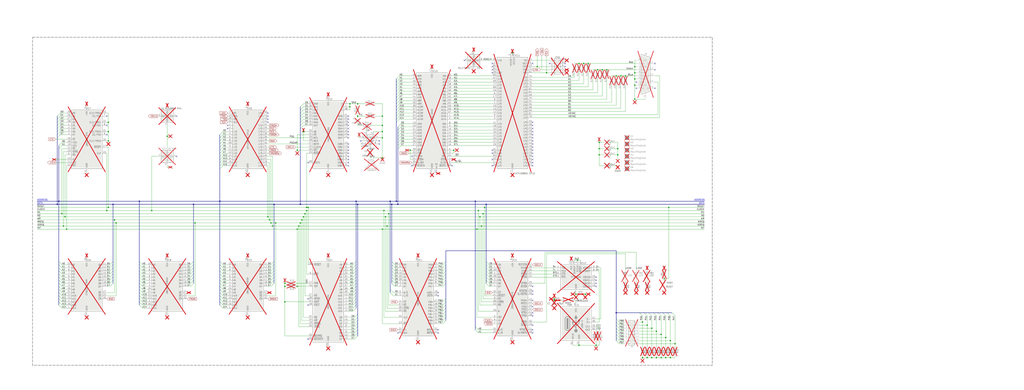
<source format=kicad_sch>
(kicad_sch (version 20250114) (generator "eeschema") (generator_version "9.0")
  (paper "User" 840 320)
  (title_block (title "Zebra") (rev "1"))
  (lib_symbols
    (symbol "Amplifier_Audio:LM386" (pin_names (offset 0.127))
      (property "Reference" "U" (at 1.27 7.62 0))
      (property "Value" "LM386" (at 1.27 5.08 0))
      (symbol "LM386_1_1"
        (pin input line (at -7.62 2.54 0) (length 2.54) (name "+") (number "3"))
        (pin input line (at -7.62 -2.54 0) (length 2.54) (name "-") (number "2"))
        (pin power_in line (at -2.54 7.62 270) (length 3.81) (name "V+") (number "6"))
        (pin power_in line (at -2.54 -7.62 90) (length 3.81) (name "GND") (number "4"))
        (pin input line (at 0 7.62 270) (length 5.08) (name "BYPASS") (number "7"))
        (pin input line (at 0 -7.62 90) (length 5.08) (name "GAIN") (number "1"))
        (pin input line (at 2.54 -7.62 90) (length 6.35) (name "GAIN") (number "8"))
        (pin output line (at 7.62 0 180) (length 2.54) (name "~") (number "5"))
      )
    )
    (symbol "Connector:DE15_Socket_HighDensity" (pin_names (offset 1.016) (hide yes))
      (property "Reference" "J" (at 0 21.59 0))
      (property "Value" "DE15_Socket_HighDensity" (at 0 19.05 0))
      (symbol "DE15_Socket_HighDensity_1_1"
        (pin passive line (at -7.62 12.7 0) (length 5.08) (name "~") (number "6"))
        (pin passive line (at -7.62 10.16 0) (length 5.08) (name "~") (number "1"))
        (pin passive line (at -7.62 7.62 0) (length 5.08) (name "~") (number "7"))
        (pin passive line (at -7.62 5.08 0) (length 5.08) (name "~") (number "2"))
        (pin passive line (at -7.62 2.54 0) (length 5.08) (name "~") (number "8"))
        (pin passive line (at -7.62 0 0) (length 5.08) (name "~") (number "3"))
        (pin passive line (at -7.62 -2.54 0) (length 5.08) (name "~") (number "9"))
        (pin passive line (at -7.62 -5.08 0) (length 5.08) (name "~") (number "4"))
        (pin passive line (at -7.62 -7.62 0) (length 5.08) (name "~") (number "10"))
        (pin passive line (at -7.62 -10.16 0) (length 5.08) (name "~") (number "5"))
        (pin passive line (at 0 -19.05 90) (length 5.08) (name "~") (number "0"))
        (pin passive line (at 7.62 10.16 180) (length 5.08) (name "~") (number "11"))
        (pin passive line (at 7.62 5.08 180) (length 5.08) (name "~") (number "12"))
        (pin passive line (at 7.62 0 180) (length 5.08) (name "~") (number "13"))
        (pin passive line (at 7.62 -5.08 180) (length 5.08) (name "~") (number "14"))
        (pin passive line (at 7.62 -10.16 180) (length 5.08) (name "~") (number "15"))
      )
    )
    (symbol "Connector_Generic:Conn_02x05_Odd_Even" (pin_names (offset 1.016) (hide yes))
      (property "Reference" "J" (at 1.27 7.62 0))
      (property "Value" "Conn_02x05_Odd_Even" (at 1.27 -7.62 0))
      (symbol "Conn_02x05_Odd_Even_1_1"
        (pin passive line (at -5.08 5.08 0) (length 3.81) (name "Pin_1") (number "1"))
        (pin passive line (at -5.08 2.54 0) (length 3.81) (name "Pin_3") (number "3"))
        (pin passive line (at -5.08 0 0) (length 3.81) (name "Pin_5") (number "5"))
        (pin passive line (at -5.08 -2.54 0) (length 3.81) (name "Pin_7") (number "7"))
        (pin passive line (at -5.08 -5.08 0) (length 3.81) (name "Pin_9") (number "9"))
        (pin passive line (at 7.62 5.08 180) (length 3.81) (name "Pin_2") (number "2"))
        (pin passive line (at 7.62 2.54 180) (length 3.81) (name "Pin_4") (number "4"))
        (pin passive line (at 7.62 0 180) (length 3.81) (name "Pin_6") (number "6"))
        (pin passive line (at 7.62 -2.54 180) (length 3.81) (name "Pin_8") (number "8"))
        (pin passive line (at 7.62 -5.08 180) (length 3.81) (name "Pin_10") (number "10"))
      )
    )
    (symbol "Connector_Generic:Conn_02x08_Top_Bottom" (pin_names (offset 1.016) (hide yes))
      (property "Reference" "J" (at 1.27 10.16 0))
      (property "Value" "Conn_02x08_Top_Bottom" (at 1.27 -12.7 0))
      (symbol "Conn_02x08_Top_Bottom_1_1"
        (pin passive line (at -5.08 7.62 0) (length 3.81) (name "Pin_1") (number "1"))
        (pin passive line (at -5.08 5.08 0) (length 3.81) (name "Pin_2") (number "2"))
        (pin passive line (at -5.08 2.54 0) (length 3.81) (name "Pin_3") (number "3"))
        (pin passive line (at -5.08 0 0) (length 3.81) (name "Pin_4") (number "4"))
        (pin passive line (at -5.08 -2.54 0) (length 3.81) (name "Pin_5") (number "5"))
        (pin passive line (at -5.08 -5.08 0) (length 3.81) (name "Pin_6") (number "6"))
        (pin passive line (at -5.08 -7.62 0) (length 3.81) (name "Pin_7") (number "7"))
        (pin passive line (at -5.08 -10.16 0) (length 3.81) (name "Pin_8") (number "8"))
        (pin passive line (at 7.62 7.62 180) (length 3.81) (name "Pin_9") (number "9"))
        (pin passive line (at 7.62 5.08 180) (length 3.81) (name "Pin_10") (number "10"))
        (pin passive line (at 7.62 2.54 180) (length 3.81) (name "Pin_11") (number "11"))
        (pin passive line (at 7.62 0 180) (length 3.81) (name "Pin_12") (number "12"))
        (pin passive line (at 7.62 -2.54 180) (length 3.81) (name "Pin_13") (number "13"))
        (pin passive line (at 7.62 -5.08 180) (length 3.81) (name "Pin_14") (number "14"))
        (pin passive line (at 7.62 -7.62 180) (length 3.81) (name "Pin_15") (number "15"))
        (pin passive line (at 7.62 -10.16 180) (length 3.81) (name "Pin_16") (number "16"))
      )
    )
    (symbol "Device:C_Polarized_Small" (pin_numbers (hide yes)) (pin_names (offset 0.254) (hide yes))
      (property "Reference" "C" (at 0.254 1.778 0))
      (property "Value" "C_Polarized_Small" (at 0.254 -2.032 0))
      (symbol "C_Polarized_Small_1_1"
        (pin passive line (at 0 2.54 270) (length 1.8542) (name "~") (number "1"))
        (pin passive line (at 0 -2.54 90) (length 1.8542) (name "~") (number "2"))
      )
    )
    (symbol "Device:C_Small" (pin_numbers (hide yes)) (pin_names (offset 0.254) (hide yes))
      (property "Reference" "C" (at 0.254 1.778 0))
      (property "Value" "C_Small" (at 0.254 -2.032 0))
      (symbol "C_Small_1_1"
        (pin passive line (at 0 2.54 270) (length 2.032) (name "~") (number "1"))
        (pin passive line (at 0 -2.54 90) (length 2.032) (name "~") (number "2"))
      )
    )
    (symbol "Device:LED" (pin_numbers (hide yes)) (pin_names (offset 1.016) (hide yes))
      (property "Reference" "D" (at 0 2.54 0))
      (property "Value" "LED" (at 0 -2.54 0))
      (symbol "LED_1_1"
        (pin passive line (at -3.81 0 0) (length 2.54) (name "K") (number "1"))
        (pin passive line (at 3.81 0 180) (length 2.54) (name "A") (number "2"))
      )
    )
    (symbol "Device:NetTie_2" (pin_numbers (hide yes)) (pin_names (offset 0) (hide yes)) (in_bom no)
      (property "Reference" "NT" (at 0 1.27 0))
      (property "Value" "NetTie_2" (at 0 -1.27 0))
      (symbol "NetTie_2_1_1"
        (pin passive line (at -2.54 0 0) (length 2.54) (name "1") (number "1"))
        (pin passive line (at 2.54 0 180) (length 2.54) (name "2") (number "2"))
      )
    )
    (symbol "Device:R" (pin_numbers (hide yes)) (pin_names (offset 0))
      (property "Reference" "R" (at 2.032 0 90))
      (property "Value" "R" (at 0 0 90))
      (symbol "R_1_1"
        (pin passive line (at 0 3.81 270) (length 1.27) (name "~") (number "1"))
        (pin passive line (at 0 -3.81 90) (length 1.27) (name "~") (number "2"))
      )
    )
    (symbol "Device:R_Potentiometer" (pin_names (offset 1.016) (hide yes))
      (property "Reference" "RV" (at -4.445 0 90))
      (property "Value" "R_Potentiometer" (at -2.54 0 90))
      (symbol "R_Potentiometer_1_1"
        (pin passive line (at 0 3.81 270) (length 1.27) (name "1") (number "1"))
        (pin passive line (at 0 -3.81 90) (length 1.27) (name "3") (number "3"))
        (pin passive line (at 3.81 0 180) (length 1.27) (name "2") (number "2"))
      )
    )
    (symbol "Device:Speaker" (pin_names (offset 0) (hide yes))
      (property "Reference" "LS" (at 1.27 5.715 0))
      (property "Value" "Speaker" (at 1.27 3.81 0))
      (symbol "Speaker_1_1"
        (pin input line (at -5.08 0 0) (length 2.54) (name "1") (number "1"))
        (pin input line (at -5.08 -2.54 0) (length 2.54) (name "2") (number "2"))
      )
    )
    (symbol "Mechanical:MountingHole" (pin_names (offset 1.016)) (exclude_from_sim yes) (in_bom no)
      (property "Reference" "H" (at 0 5.08 0))
      (property "Value" "MountingHole" (at 0 3.175 0))
    )
    (symbol "Oscillator:CXO_DIP14" (pin_names (offset 0.254))
      (property "Reference" "Y" (at -5.08 6.35 0))
      (property "Value" "CXO_DIP14" (at 1.27 -6.35 0))
      (symbol "CXO_DIP14_1_1"
        (pin input line (at -7.62 0 0) (length 2.54) (name "EN") (number "1"))
        (pin power_in line (at 0 7.62 270) (length 2.54) (name "Vcc") (number "14"))
        (pin power_in line (at 0 -7.62 90) (length 2.54) (name "GND") (number "7"))
        (pin output line (at 7.62 0 180) (length 2.54) (name "OUT") (number "8"))
      )
    )
    (symbol "Oscillator:CXO_DIP8" (pin_names (offset 0.254))
      (property "Reference" "Y" (at -5.08 6.35 0))
      (property "Value" "CXO_DIP8" (at 1.27 -6.35 0))
      (symbol "CXO_DIP8_1_1"
        (pin input line (at -7.62 0 0) (length 2.54) (name "EN") (number "1"))
        (pin power_in line (at 0 7.62 270) (length 2.54) (name "Vcc") (number "8"))
        (pin power_in line (at 0 -7.62 90) (length 2.54) (name "GND") (number "4"))
        (pin output line (at 7.62 0 180) (length 2.54) (name "OUT") (number "5"))
      )
    )
    (symbol "power:+5V" (power) (pin_numbers (hide yes)) (pin_names (offset 0) (hide yes))
      (property "Value" "+5V" (at 0 3.556 0))
      (symbol "+5V_1_1"
        (pin power_in line (at 0 0 90) (length 0) (name "~") (number "1"))
      )
    )
    (symbol "power:GND" (power) (pin_numbers (hide yes)) (pin_names (offset 0) (hide yes))
      (property "Value" "GND" (at 0 -3.81 0))
      (symbol "GND_1_1"
        (pin power_in line (at 0 0 270) (length 0) (name "~") (number "1"))
      )
    )
    (symbol "power:PWR_FLAG" (power) (pin_numbers (hide yes)) (pin_names (offset 0) (hide yes))
      (property "Value" "PWR_FLAG" (at 0 3.81 0))
      (symbol "PWR_FLAG_0_0"
        (pin power_out line (at 0 0 90) (length 0) (name "~") (number "1"))
      )
    )
    (symbol "zebra:7143LA"
      (property "Reference" "U" (at 0.254 40.005 0))
      (property "Value" "7143LA" (at 0.762 -3.937 90))
      (symbol "7143LA_0_0"
        (pin power_in line (at 0 -43.18 90) (length 3.81) (name "GND") (number "14"))
        (pin no_connect line (at 5.08 43.18 270) (length 3.81) (hide yes) (name "N/C") (number "28"))
      )
      (symbol "7143LA_1_0"
        (pin input line (at -16.51 36.83 0) (length 3.81) (name "A0L") (number "55"))
        (pin input line (at -16.51 34.29 0) (length 3.81) (name "A1L") (number "56"))
        (pin input line (at -16.51 31.75 0) (length 3.81) (name "A2L") (number "57"))
        (pin input line (at -16.51 29.21 0) (length 3.81) (name "A3L") (number "58"))
        (pin input line (at -16.51 26.67 0) (length 3.81) (name "A4L") (number "59"))
        (pin input line (at -16.51 24.13 0) (length 3.81) (name "A5L") (number "60"))
        (pin input line (at -16.51 21.59 0) (length 3.81) (name "A6L") (number "61"))
        (pin input line (at -16.51 19.05 0) (length 3.81) (name "A7L") (number "62"))
        (pin input line (at -16.51 16.51 0) (length 3.81) (name "A8L") (number "63"))
        (pin input line (at -16.51 13.97 0) (length 3.81) (name "A9L") (number "64"))
        (pin input line (at -16.51 11.43 0) (length 3.81) (name "A10L") (number "65"))
        (pin input line (at -16.51 8.89 0) (length 3.81) (name "A11L") (number "66"))
        (pin input line (at -16.51 6.35 0) (length 3.81) (name "A12L") (number "67"))
        (pin bidirectional line (at -16.51 -29.21 0) (length 3.81) (name "~{INT}L") (number "54"))
        (pin bidirectional line (at -16.51 -36.83 0) (length 3.81) (name "~{BUSY}L") (number "53"))
        (pin bidirectional line (at -3.81 -43.18 90) (length 3.81) (name "M/~{S}") (number "51"))
        (pin power_in line (at 0 43.18 270) (length 3.81) (hide yes) (name "VCC") (number "68"))
        (pin power_in line (at 0 -43.18 90) (length 3.81) (hide yes) (name "GND") (number "35"))
        (pin power_in line (at 0 -43.18 90) (length 3.81) (hide yes) (name "GND") (number "52"))
        (pin input line (at 16.51 36.83 180) (length 3.81) (name "A0R") (number "48"))
        (pin input line (at 16.51 34.29 180) (length 3.81) (name "A1R") (number "47"))
        (pin input line (at 16.51 31.75 180) (length 3.81) (name "A2R") (number "46"))
        (pin input line (at 16.51 29.21 180) (length 3.81) (name "A3R") (number "45"))
        (pin input line (at 16.51 26.67 180) (length 3.81) (name "A4R") (number "44"))
        (pin input line (at 16.51 24.13 180) (length 3.81) (name "A5R") (number "43"))
        (pin input line (at 16.51 21.59 180) (length 3.81) (name "A6R") (number "42"))
        (pin input line (at 16.51 19.05 180) (length 3.81) (name "A7R") (number "41"))
        (pin input line (at 16.51 16.51 180) (length 3.81) (name "A8R") (number "40"))
        (pin input line (at 16.51 13.97 180) (length 3.81) (name "A9R") (number "39"))
        (pin input line (at 16.51 11.43 180) (length 3.81) (name "A10R") (number "38"))
        (pin input line (at 16.51 8.89 180) (length 3.81) (name "A11R") (number "37"))
        (pin input line (at 16.51 6.35 180) (length 3.81) (name "A12R") (number "36"))
        (pin input line (at 16.51 3.81 180) (length 3.81) (name "A13R") (number "34"))
        (pin input line (at 16.51 1.27 180) (length 3.81) (name "A14R") (number "33"))
        (pin input line (at 16.51 -24.13 180) (length 3.81) (name "~{OE}R") (number "29"))
        (pin input line (at 16.51 -26.67 180) (length 3.81) (name "~{CE}R") (number "32"))
        (pin bidirectional line (at 16.51 -29.21 180) (length 3.81) (name "~{INT}R") (number "49"))
        (pin input line (at 16.51 -31.75 180) (length 3.81) (name "~{SEM}R") (number "31"))
        (pin bidirectional line (at 16.51 -34.29 180) (length 3.81) (name "R/~{W}R") (number "30"))
        (pin bidirectional line (at 16.51 -36.83 180) (length 3.81) (name "~{BUSY}R") (number "50"))
      )
      (symbol "7143LA_1_1"
        (pin input line (at -16.51 3.81 0) (length 3.81) (name "A13L") (number "1"))
        (pin input line (at -16.51 1.27 0) (length 3.81) (name "A14L") (number "2"))
        (pin bidirectional line (at -16.51 -2.54 0) (length 3.81) (name "D0L") (number "8"))
        (pin bidirectional line (at -16.51 -5.08 0) (length 3.81) (name "D1L") (number "9"))
        (pin bidirectional line (at -16.51 -7.62 0) (length 3.81) (name "D2L") (number "10"))
        (pin bidirectional line (at -16.51 -10.16 0) (length 3.81) (name "D3L") (number "11"))
        (pin bidirectional line (at -16.51 -12.7 0) (length 3.81) (name "D4L") (number "12"))
        (pin bidirectional line (at -16.51 -15.24 0) (length 3.81) (name "D5L") (number "13"))
        (pin bidirectional line (at -16.51 -17.78 0) (length 3.81) (name "D6L") (number "15"))
        (pin bidirectional line (at -16.51 -20.32 0) (length 3.81) (name "D7L") (number "16"))
        (pin input line (at -16.51 -24.13 0) (length 3.81) (name "~{OE}L") (number "6"))
        (pin input line (at -16.51 -26.67 0) (length 3.81) (name "~{CE}L") (number "3"))
        (pin input line (at -16.51 -31.75 0) (length 3.81) (name "~{SEM}L") (number "4"))
        (pin bidirectional line (at -16.51 -34.29 0) (length 3.81) (name "R/~{W}L") (number "5"))
        (pin power_in line (at 0 43.18 270) (length 3.81) (name "VCC") (number "17"))
        (pin power_in line (at 0 43.18 270) (length 3.81) (hide yes) (name "VCC") (number "22"))
        (pin power_in line (at 0 -43.18 90) (length 3.81) (hide yes) (name "GND") (number "18"))
        (pin no_connect line (at 5.08 43.18 270) (length 3.81) (hide yes) (name "N/C") (number "7"))
        (pin bidirectional line (at 16.51 -2.54 180) (length 3.81) (name "D0R") (number "19"))
        (pin bidirectional line (at 16.51 -5.08 180) (length 3.81) (name "D1R") (number "20"))
        (pin bidirectional line (at 16.51 -7.62 180) (length 3.81) (name "D2R") (number "21"))
        (pin bidirectional line (at 16.51 -10.16 180) (length 3.81) (name "D3R") (number "23"))
        (pin bidirectional line (at 16.51 -12.7 180) (length 3.81) (name "D4R") (number "24"))
        (pin bidirectional line (at 16.51 -15.24 180) (length 3.81) (name "D5R") (number "25"))
        (pin bidirectional line (at 16.51 -17.78 180) (length 3.81) (name "D6R") (number "26"))
        (pin bidirectional line (at 16.51 -20.32 180) (length 3.81) (name "D7R") (number "27"))
      )
    )
    (symbol "zebra:AT28C256"
      (property "Reference" "IC5" (at 0.1621 21.59 0))
      (property "Value" "28C256 ROM" (at 0 -6.604 90))
      (symbol "AT28C256_1_1"
        (pin input line (at -16.51 17.78 0) (length 3.81) (name "A0") (number "10"))
        (pin input line (at -16.51 15.24 0) (length 3.81) (name "A1") (number "9"))
        (pin input line (at -16.51 12.7 0) (length 3.81) (name "A2") (number "8"))
        (pin input line (at -16.51 10.16 0) (length 3.81) (name "A3") (number "7"))
        (pin input line (at -16.51 7.62 0) (length 3.81) (name "A4") (number "6"))
        (pin input line (at -16.51 5.08 0) (length 3.81) (name "A5") (number "5"))
        (pin input line (at -16.51 2.54 0) (length 3.81) (name "A6") (number "4"))
        (pin input line (at -16.51 0 0) (length 3.81) (name "A7") (number "3"))
        (pin input line (at -16.51 -2.54 0) (length 3.81) (name "A8") (number "25"))
        (pin input line (at -16.51 -5.08 0) (length 3.81) (name "A9") (number "24"))
        (pin input line (at -16.51 -7.62 0) (length 3.81) (name "A10") (number "21"))
        (pin input line (at -16.51 -10.16 0) (length 3.81) (name "A11") (number "23"))
        (pin input line (at -16.51 -12.7 0) (length 3.81) (name "A12") (number "2"))
        (pin input line (at -16.51 -15.24 0) (length 3.81) (name "A13") (number "26"))
        (pin input line (at -16.51 -17.78 0) (length 3.81) (name "A14") (number "1"))
        (pin power_in line (at 0 24.13 270) (length 3.81) (name "VCC") (number "28"))
        (pin power_in line (at 0 -24.13 90) (length 3.81) (name "GND") (number "14"))
        (pin tri_state line (at 16.51 17.78 180) (length 3.81) (name "D0") (number "11"))
        (pin tri_state line (at 16.51 15.24 180) (length 3.81) (name "D1") (number "12"))
        (pin tri_state line (at 16.51 12.7 180) (length 3.81) (name "D2") (number "13"))
        (pin tri_state line (at 16.51 10.16 180) (length 3.81) (name "D3") (number "15"))
        (pin tri_state line (at 16.51 7.62 180) (length 3.81) (name "D4") (number "16"))
        (pin tri_state line (at 16.51 5.08 180) (length 3.81) (name "D5") (number "17"))
        (pin tri_state line (at 16.51 2.54 180) (length 3.81) (name "D6") (number "18"))
        (pin tri_state line (at 16.51 0 180) (length 3.81) (name "D7") (number "19"))
        (pin input line (at 16.51 -5.08 180) (length 3.81) (name "~{WE}") (number "27"))
        (pin input line (at 16.51 -7.62 180) (length 3.81) (name "~{OE}") (number "22"))
        (pin input line (at 16.51 -10.16 180) (length 3.81) (name "~{CS}") (number "20"))
      )
    )
    (symbol "zebra:ATF1504AS"
      (property "Reference" "IC9" (at 0.1621 25.4 0))
      (property "Value" "ATF1504AS CPLD" (at 0.1621 -8.128 90))
      (symbol "ATF1504AS_1_1"
        (pin bidirectional line (at -16.51 21.59 0) (length 3.81) (name "TDI") (number "7"))
        (pin bidirectional line (at -16.51 19.05 0) (length 3.81) (name "TMS") (number "13"))
        (pin bidirectional line (at -16.51 16.51 0) (length 3.81) (name "TDO") (number "38"))
        (pin bidirectional line (at -16.51 13.97 0) (length 3.81) (name "TCK") (number "32"))
        (pin input line (at -16.51 11.43 0) (length 3.81) (name "I") (number "1"))
        (pin input line (at -16.51 8.89 0) (length 3.81) (name "I") (number "2"))
        (pin bidirectional line (at -16.51 6.35 0) (length 3.81) (name "I/O") (number "4"))
        (pin bidirectional line (at -16.51 3.81 0) (length 3.81) (name "I/O") (number "5"))
        (pin bidirectional line (at -16.51 1.27 0) (length 3.81) (name "I/O") (number "6"))
        (pin bidirectional line (at -16.51 -1.27 0) (length 3.81) (name "I/O") (number "8"))
        (pin bidirectional line (at -16.51 -3.81 0) (length 3.81) (name "I/O") (number "39"))
        (pin bidirectional line (at -16.51 -6.35 0) (length 3.81) (name "I/O") (number "9"))
        (pin bidirectional line (at -16.51 -8.89 0) (length 3.81) (name "I/O") (number "11"))
        (pin bidirectional line (at -16.51 -11.43 0) (length 3.81) (name "I/O") (number "12"))
        (pin bidirectional line (at -16.51 -13.97 0) (length 3.81) (name "I/O") (number "14"))
        (pin bidirectional line (at -16.51 -16.51 0) (length 3.81) (name "I/O") (number "34"))
        (pin bidirectional line (at -16.51 -19.05 0) (length 3.81) (name "I/O") (number "16"))
        (pin bidirectional line (at -16.51 -21.59 0) (length 3.81) (name "I/O") (number "17"))
        (pin power_in line (at 0 27.94 270) (length 3.81) (hide yes) (name "VCC") (number "15"))
        (pin power_in line (at 0 27.94 270) (length 3.81) (hide yes) (name "VCC") (number "23"))
        (pin power_in line (at 0 27.94 270) (length 3.81) (name "VCC") (number "3"))
        (pin power_in line (at 0 27.94 270) (length 3.81) (hide yes) (name "VCC") (number "35"))
        (pin power_out line (at 0 -27.94 90) (length 3.81) (name "GND") (number "10"))
        (pin power_out line (at 0 -27.94 90) (length 3.81) (hide yes) (name "GND") (number "22"))
        (pin power_out line (at 0 -27.94 90) (length 3.81) (hide yes) (name "GND") (number "30"))
        (pin power_out line (at 0 -27.94 90) (length 3.81) (hide yes) (name "GND") (number "42"))
        (pin bidirectional line (at 16.51 21.59 180) (length 3.81) (name "I/O") (number "40"))
        (pin bidirectional line (at 16.51 19.05 180) (length 3.81) (name "I/O") (number "41"))
        (pin input line (at 16.51 16.51 180) (length 3.81) (name "I") (number "43"))
        (pin input line (at 16.51 13.97 180) (length 3.81) (name "I") (number "44"))
        (pin bidirectional line (at 16.51 11.43 180) (length 3.81) (name "I/O") (number "24"))
        (pin bidirectional line (at 16.51 8.89 180) (length 3.81) (name "I/O") (number "25"))
        (pin bidirectional line (at 16.51 6.35 180) (length 3.81) (name "I/O") (number "27"))
        (pin bidirectional line (at 16.51 3.81 180) (length 3.81) (name "I/O") (number "28"))
        (pin bidirectional line (at 16.51 1.27 180) (length 3.81) (name "I/O") (number "36"))
        (pin bidirectional line (at 16.51 -1.27 180) (length 3.81) (name "I/O") (number "29"))
        (pin bidirectional line (at 16.51 -3.81 180) (length 3.81) (name "I/O") (number "26"))
        (pin bidirectional line (at 16.51 -6.35 180) (length 3.81) (name "I/O") (number "31"))
        (pin bidirectional line (at 16.51 -8.89 180) (length 3.81) (name "I/O") (number "33"))
        (pin bidirectional line (at 16.51 -11.43 180) (length 3.81) (name "I/O") (number "37"))
        (pin bidirectional line (at 16.51 -13.97 180) (length 3.81) (name "I/O") (number "20"))
        (pin bidirectional line (at 16.51 -16.51 180) (length 3.81) (name "I/O") (number "21"))
        (pin bidirectional line (at 16.51 -19.05 180) (length 3.81) (name "I/O") (number "18"))
        (pin bidirectional line (at 16.51 -21.59 180) (length 3.81) (name "I/O") (number "19"))
      )
    )
    (symbol "zebra:ATF1508AS"
      (property "Reference" "U" (at 2.286 45.72 0))
      (symbol "ATF1508AS_1_0"
        (pin bidirectional line (at -16.51 -3.81 0) (length 3.81) (name "I/O") (number "5"))
      )
      (symbol "ATF1508AS_1_1"
        (pin bidirectional line (at -16.51 44.45 0) (length 3.81) (name "I/O") (number "55"))
        (pin bidirectional line (at -16.51 41.91 0) (length 3.81) (name "I") (number "1"))
        (pin bidirectional line (at -16.51 39.37 0) (length 3.81) (name "I") (number "83"))
        (pin bidirectional line (at -16.51 36.83 0) (length 3.81) (name "I") (number "84"))
        (pin bidirectional line (at -16.51 34.29 0) (length 3.81) (name "I/O") (number "30"))
        (pin bidirectional line (at -16.51 31.75 0) (length 3.81) (name "I/O") (number "65"))
        (pin bidirectional line (at -16.51 29.21 0) (length 3.81) (name "I/O") (number "67"))
        (pin bidirectional line (at -16.51 26.67 0) (length 3.81) (name "I/O") (number "69"))
        (pin bidirectional line (at -16.51 24.13 0) (length 3.81) (name "I/O") (number "77"))
        (pin bidirectional line (at -16.51 21.59 0) (length 3.81) (name "I/O") (number "80"))
        (pin bidirectional line (at -16.51 19.05 0) (length 3.81) (name "I/O") (number "16"))
        (pin bidirectional line (at -16.51 16.51 0) (length 3.81) (name "I/O") (number "6"))
        (pin bidirectional line (at -16.51 13.97 0) (length 3.81) (name "I/O") (number "17"))
        (pin bidirectional line (at -16.51 11.43 0) (length 3.81) (name "I/O") (number "8"))
        (pin bidirectional line (at -16.51 8.89 0) (length 3.81) (name "I/O") (number "4"))
        (pin bidirectional line (at -16.51 6.35 0) (length 3.81) (name "I/O") (number "10"))
        (pin bidirectional line (at -16.51 3.81 0) (length 3.81) (name "I/O") (number "15"))
        (pin bidirectional line (at -16.51 1.27 0) (length 3.81) (name "I/O") (number "12"))
        (pin bidirectional line (at -16.51 -1.27 0) (length 3.81) (name "I/O") (number "9"))
        (pin bidirectional line (at -16.51 -7.62 0) (length 3.81) (name "I/O") (number "21"))
        (pin bidirectional line (at -16.51 -10.16 0) (length 3.81) (name "I/O") (number "18"))
        (pin bidirectional line (at -16.51 -12.7 0) (length 3.81) (name "I/O") (number "22"))
        (pin bidirectional line (at -16.51 -15.24 0) (length 3.81) (name "I/O") (number "20"))
        (pin bidirectional line (at -16.51 -17.78 0) (length 3.81) (name "I/O") (number "24"))
        (pin bidirectional line (at -16.51 -20.32 0) (length 3.81) (name "I/O") (number "25"))
        (pin bidirectional line (at -16.51 -22.86 0) (length 3.81) (name "I/O") (number "27"))
        (pin bidirectional line (at -16.51 -25.4 0) (length 3.81) (name "I/O") (number "29"))
        (pin bidirectional line (at -16.51 -29.21 0) (length 3.81) (name "I/O") (number "31"))
        (pin bidirectional line (at -16.51 -31.75 0) (length 3.81) (name "I/O") (number "28"))
        (pin bidirectional line (at -16.51 -34.29 0) (length 3.81) (name "I/O") (number "63"))
        (pin bidirectional line (at -16.51 -36.83 0) (length 3.81) (name "I/O") (number "33"))
        (pin bidirectional line (at -16.51 -39.37 0) (length 3.81) (name "I/O") (number "11"))
        (pin bidirectional line (at -16.51 -41.91 0) (length 3.81) (name "I/O") (number "34"))
        (pin passive line (at -1.27 50.8 270) (length 3.81) (name "VCCINT") (number "3"))
        (pin passive line (at 0 -48.26 90) (length 3.81) (hide yes) (name "GND") (number "19"))
        (pin passive line (at 0 -48.26 90) (length 3.81) (hide yes) (name "GND") (number "32"))
        (pin passive line (at 0 -48.26 90) (length 3.81) (hide yes) (name "GND") (number "42"))
        (pin passive line (at 0 -48.26 90) (length 3.81) (hide yes) (name "GND") (number "47"))
        (pin passive line (at 0 -48.26 90) (length 3.81) (hide yes) (name "GND") (number "59"))
        (pin passive line (at 0 -48.26 90) (length 3.81) (name "GND") (number "7"))
        (pin passive line (at 0 -48.26 90) (length 3.81) (hide yes) (name "GND") (number "72"))
        (pin passive line (at 0 -48.26 90) (length 3.81) (hide yes) (name "GND") (number "82"))
        (pin passive line (at 1.27 50.8 270) (length 3.81) (hide yes) (name "VCCIO") (number "13"))
        (pin passive line (at 1.27 50.8 270) (length 3.81) (hide yes) (name "VCCIO") (number "26"))
        (pin passive line (at 1.27 50.8 270) (length 3.81) (name "VCCIO") (number "38"))
        (pin passive line (at 1.27 50.8 270) (length 3.81) (hide yes) (name "VCCIO") (number "43"))
        (pin passive line (at 1.27 50.8 270) (length 3.81) (hide yes) (name "VCCIO") (number "53"))
        (pin passive line (at 1.27 50.8 270) (length 3.81) (hide yes) (name "VCCIO") (number "66"))
        (pin passive line (at 1.27 50.8 270) (length 3.81) (hide yes) (name "VCCIO") (number "78"))
        (pin bidirectional line (at 16.51 44.45 180) (length 3.81) (name "TDI") (number "14"))
        (pin bidirectional line (at 16.51 41.91 180) (length 3.81) (name "OE2") (number "2"))
        (pin bidirectional line (at 16.51 39.37 180) (length 3.81) (name "TMS") (number "23"))
        (pin bidirectional line (at 16.51 36.83 180) (length 3.81) (name "TDO") (number "71"))
        (pin bidirectional line (at 16.51 34.29 180) (length 3.81) (name "TCK") (number "62"))
        (pin bidirectional line (at 16.51 30.48 180) (length 3.81) (name "I/O") (number "73"))
        (pin bidirectional line (at 16.51 27.94 180) (length 3.81) (name "I/O") (number "74"))
        (pin bidirectional line (at 16.51 25.4 180) (length 3.81) (name "I/O") (number "76"))
        (pin bidirectional line (at 16.51 22.86 180) (length 3.81) (name "I/O") (number "75"))
        (pin bidirectional line (at 16.51 20.32 180) (length 3.81) (name "I/O") (number "61"))
        (pin bidirectional line (at 16.51 17.78 180) (length 3.81) (name "I/O") (number "64"))
        (pin bidirectional line (at 16.51 15.24 180) (length 3.81) (name "I/O") (number "68"))
        (pin bidirectional line (at 16.51 12.7 180) (length 3.81) (name "I/O") (number "70"))
        (pin bidirectional line (at 16.51 10.16 180) (length 3.81) (name "I/O") (number "54"))
        (pin bidirectional line (at 16.51 7.62 180) (length 3.81) (name "I/O") (number "56"))
        (pin bidirectional line (at 16.51 5.08 180) (length 3.81) (name "I/O") (number "58"))
        (pin bidirectional line (at 16.51 2.54 180) (length 3.81) (name "I/O") (number "60"))
        (pin bidirectional line (at 16.51 0 180) (length 3.81) (name "I/O") (number "81"))
        (pin bidirectional line (at 16.51 -2.54 180) (length 3.81) (name "I/O") (number "79"))
        (pin bidirectional line (at 16.51 -6.35 180) (length 3.81) (name "I/O") (number "35"))
        (pin bidirectional line (at 16.51 -8.89 180) (length 3.81) (name "I/O") (number "36"))
        (pin bidirectional line (at 16.51 -11.43 180) (length 3.81) (name "I/O") (number "37"))
        (pin bidirectional line (at 16.51 -13.97 180) (length 3.81) (name "I/O") (number "39"))
        (pin bidirectional line (at 16.51 -16.51 180) (length 3.81) (name "I/O") (number "40"))
        (pin bidirectional line (at 16.51 -19.05 180) (length 3.81) (name "I/O") (number "41"))
        (pin bidirectional line (at 16.51 -21.59 180) (length 3.81) (name "I/O") (number "44"))
        (pin bidirectional line (at 16.51 -24.13 180) (length 3.81) (name "I/O") (number "45"))
        (pin bidirectional line (at 16.51 -26.67 180) (length 3.81) (name "I/O") (number "46"))
        (pin bidirectional line (at 16.51 -29.21 180) (length 3.81) (name "I/O") (number "48"))
        (pin bidirectional line (at 16.51 -31.75 180) (length 3.81) (name "I/O") (number "49"))
        (pin bidirectional line (at 16.51 -34.29 180) (length 3.81) (name "I/O") (number "50"))
        (pin bidirectional line (at 16.51 -36.83 180) (length 3.81) (name "I/O") (number "51"))
        (pin bidirectional line (at 16.51 -39.37 180) (length 3.81) (name "I/O") (number "52"))
        (pin bidirectional line (at 16.51 -41.91 180) (length 3.81) (name "I/O") (number "57"))
      )
    )
    (symbol "zebra:CY62256"
      (property "Reference" "U" (at 0.254 20.955 0))
      (property "Value" "CY62256" (at 0.762 -3.937 90))
      (symbol "CY62256_0_0"
        (pin power_in line (at 0 24.13 270) (length 3.81) (name "VCC") (number "28"))
        (pin power_in line (at 0 -24.13 90) (length 3.81) (name "GND") (number "14"))
      )
      (symbol "CY62256_1_1"
        (pin input line (at -16.51 17.78 0) (length 3.81) (name "A0") (number "10"))
        (pin input line (at -16.51 15.24 0) (length 3.81) (name "A1") (number "9"))
        (pin input line (at -16.51 12.7 0) (length 3.81) (name "A2") (number "8"))
        (pin input line (at -16.51 10.16 0) (length 3.81) (name "A3") (number "7"))
        (pin input line (at -16.51 7.62 0) (length 3.81) (name "A4") (number "6"))
        (pin input line (at -16.51 5.08 0) (length 3.81) (name "A5") (number "5"))
        (pin input line (at -16.51 2.54 0) (length 3.81) (name "A6") (number "4"))
        (pin input line (at -16.51 0 0) (length 3.81) (name "A7") (number "3"))
        (pin input line (at -16.51 -2.54 0) (length 3.81) (name "A8") (number "25"))
        (pin input line (at -16.51 -5.08 0) (length 3.81) (name "A9") (number "24"))
        (pin input line (at -16.51 -7.62 0) (length 3.81) (name "A10") (number "21"))
        (pin input line (at -16.51 -10.16 0) (length 3.81) (name "A11") (number "23"))
        (pin input line (at -16.51 -12.7 0) (length 3.81) (name "A12") (number "2"))
        (pin input line (at -16.51 -15.24 0) (length 3.81) (name "A13") (number "26"))
        (pin input line (at -16.51 -17.78 0) (length 3.81) (name "A14") (number "1"))
        (pin tri_state line (at 16.51 17.78 180) (length 3.81) (name "Q0") (number "11"))
        (pin tri_state line (at 16.51 15.24 180) (length 3.81) (name "Q1") (number "12"))
        (pin tri_state line (at 16.51 12.7 180) (length 3.81) (name "Q2") (number "13"))
        (pin tri_state line (at 16.51 10.16 180) (length 3.81) (name "Q3") (number "15"))
        (pin tri_state line (at 16.51 7.62 180) (length 3.81) (name "Q4") (number "16"))
        (pin tri_state line (at 16.51 5.08 180) (length 3.81) (name "Q5") (number "17"))
        (pin tri_state line (at 16.51 2.54 180) (length 3.81) (name "Q6") (number "18"))
        (pin tri_state line (at 16.51 0 180) (length 3.81) (name "Q7") (number "19"))
        (pin input line (at 16.51 -5.08 180) (length 3.81) (name "~{WE}") (number "27"))
        (pin input line (at 16.51 -7.62 180) (length 3.81) (name "~{OE}") (number "22"))
        (pin input line (at 16.51 -10.16 180) (length 3.81) (name "~{CS}") (number "20"))
      )
    )
    (symbol "zebra:FT230XS"
      (property "Reference" "U" (at -13.97 15.24 0))
      (property "Value" "FT230XS" (at -3.81 -0.254 0))
      (symbol "FT230XS_1_1"
        (pin output line (at -16.51 7.62 0) (length 3.81) (name "TXD") (number "1"))
        (pin input line (at -16.51 5.08 0) (length 3.81) (name "RXD") (number "4"))
        (pin input line (at -16.51 2.54 0) (length 3.81) (name "~{CTS}") (number "6"))
        (pin output line (at -16.51 0 0) (length 3.81) (name "~{RTS}") (number "2"))
        (pin power_in line (at -3.81 13.97 270) (length 3.81) (name "VCC") (number "12"))
        (pin power_out line (at -1.27 13.97 270) (length 3.81) (name "3V3OUT") (number "10"))
        (pin power_in line (at 0 -13.97 90) (length 3.81) (hide yes) (name "GND") (number "13"))
        (pin power_in line (at 0 -13.97 90) (length 3.81) (name "GND") (number "5"))
        (pin power_in line (at 1.27 13.97 270) (length 3.81) (name "VCCIO") (number "3"))
        (pin input line (at 3.81 13.97 270) (length 3.81) (name "~{RESET}") (number "11"))
        (pin bidirectional line (at 16.51 7.62 180) (length 3.81) (name "USBDM") (number "9"))
        (pin bidirectional line (at 16.51 5.08 180) (length 3.81) (name "USBDP") (number "8"))
        (pin bidirectional line (at 16.51 0 180) (length 3.81) (name "CBUS0") (number "15"))
        (pin bidirectional line (at 16.51 -2.54 180) (length 3.81) (name "CBUS1") (number "14"))
        (pin bidirectional line (at 16.51 -5.08 180) (length 3.81) (name "CBUS2") (number "7"))
        (pin bidirectional line (at 16.51 -7.62 180) (length 3.81) (name "CBUS3") (number "16"))
      )
    )
    (symbol "zebra:SW" (pin_numbers (hide yes)) (pin_names (offset 1.016) (hide yes))
      (property "Reference" "SW" (at 1.27 2.54 0))
      (property "Value" "SW" (at 0 -1.524 0))
      (symbol "SW_0_1"
        (pin passive line (at -5.08 0 0) (length 2.54) (name "A") (number "1"))
        (pin passive line (at 5.08 0 180) (length 2.54) (name "B") (number "2"))
      )
    )
    (symbol "zebra:SW_SPST" (pin_names (offset 0) (hide yes))
      (property "Reference" "SW" (at 0 3.175 0))
      (property "Value" "SW_SPST" (at 0 -2.54 0))
      (symbol "SW_SPST_1_1"
        (pin passive line (at -5.08 0 0) (length 2.54) (name "A") (number "1"))
        (pin passive line (at 5.08 0 180) (length 2.54) (name "B") (number "2"))
      )
    )
    (symbol "zebra:USB_C" (pin_names (offset 1.016))
      (property "Reference" "J" (at 0.762 15.113 0))
      (property "Value" "USB_C" (at 5.588 0.127 90))
      (symbol "USB_C_1_1"
        (pin passive line (at -2.54 -17.78 90) (length 3.81) (name "SHLD") (number "S1"))
        (pin passive line (at 0 17.78 270) (length 3.81) (name "VCC") (number "A4"))
        (pin passive line (at 0 17.78 270) (length 3.81) (hide yes) (name "VCC") (number "A9"))
        (pin passive line (at 0 17.78 270) (length 3.81) (hide yes) (name "VCC") (number "B4"))
        (pin passive line (at 0 17.78 270) (length 3.81) (hide yes) (name "VCC") (number "B9"))
        (pin passive line (at 2.54 -17.78 90) (length 3.81) (name "GND") (number "A1"))
        (pin passive line (at 2.54 -17.78 90) (length 3.81) (hide yes) (name "GND") (number "A12"))
        (pin passive line (at 2.54 -17.78 90) (length 3.81) (hide yes) (name "GND") (number "B1"))
        (pin passive line (at 2.54 -17.78 90) (length 3.81) (hide yes) (name "GND") (number "B12"))
        (pin no_connect line (at 16.51 8.89 180) (length 3.81) (hide yes) (name "SBU1") (number "A8"))
        (pin no_connect line (at 16.51 8.89 180) (length 3.81) (hide yes) (name "SBU2") (number "B8"))
        (pin bidirectional line (at 16.51 3.81 180) (length 3.81) (name "D-") (number "A7"))
        (pin bidirectional line (at 16.51 3.81 180) (length 3.81) (hide yes) (name "D-") (number "B7"))
        (pin bidirectional line (at 16.51 1.27 180) (length 3.81) (name "D+") (number "A6"))
        (pin bidirectional line (at 16.51 1.27 180) (length 3.81) (hide yes) (name "D+") (number "B6"))
        (pin input line (at 16.51 -2.54 180) (length 3.81) (name "CC1") (number "A5"))
        (pin input line (at 16.51 -5.08 180) (length 3.81) (name "CC2") (number "B5"))
      )
    )
    (symbol "zebra:YM2149"
      (property "Reference" "IC2" (at 0.1621 29.21 0))
      (property "Value" "YM2149 PSG" (at 0.1621 -6.096 90))
      (symbol "YM2149_1_1"
        (pin bidirectional line (at -16.51 25.4 0) (length 3.81) (name "DA0") (number "37"))
        (pin bidirectional line (at -16.51 22.86 0) (length 3.81) (name "DA1") (number "36"))
        (pin bidirectional line (at -16.51 20.32 0) (length 3.81) (name "DA2") (number "35"))
        (pin bidirectional line (at -16.51 17.78 0) (length 3.81) (name "DA3") (number "34"))
        (pin bidirectional line (at -16.51 15.24 0) (length 3.81) (name "DA4") (number "33"))
        (pin bidirectional line (at -16.51 12.7 0) (length 3.81) (name "DA5") (number "32"))
        (pin bidirectional line (at -16.51 10.16 0) (length 3.81) (name "DA6") (number "31"))
        (pin bidirectional line (at -16.51 7.62 0) (length 3.81) (name "DA7") (number "30"))
        (pin input line (at -16.51 2.54 0) (length 3.81) (name "A8") (number "25"))
        (pin input line (at -16.51 0 0) (length 3.81) (name "~{A9}") (number "24"))
        (pin input line (at -16.51 -2.54 0) (length 3.81) (name "BC1") (number "29"))
        (pin input line (at -16.51 -5.08 0) (length 3.81) (name "BC2") (number "28"))
        (pin input line (at -16.51 -7.62 0) (length 3.81) (name "BDIR") (number "27"))
        (pin input line (at -16.51 -10.16 0) (length 3.81) (name "CLOCK") (number "22"))
        (pin input line (at -16.51 -12.7 0) (length 3.81) (name "~{SEL}") (number "26"))
        (pin input line (at -16.51 -15.24 0) (length 3.81) (name "~{RESET}") (number "23"))
        (pin no_connect line (at -16.51 -17.78 0) (length 3.81) (hide yes) (name "NC") (number "2"))
        (pin no_connect line (at -16.51 -20.32 0) (length 3.81) (hide yes) (name "NC") (number "5"))
        (pin passive line (at -16.51 -22.86 0) (length 3.81) (name "TEST1") (number "39"))
        (pin power_in line (at 0 31.75 270) (length 3.81) (name "VCC") (number "40"))
        (pin power_in line (at 0 -31.75 90) (length 3.81) (name "VSS") (number "1"))
        (pin output line (at 16.51 25.4 180) (length 3.81) (name "A") (number "3"))
        (pin output line (at 16.51 22.86 180) (length 3.81) (name "B") (number "4"))
        (pin output line (at 16.51 20.32 180) (length 3.81) (name "C") (number "38"))
        (pin bidirectional line (at 16.51 15.24 180) (length 3.81) (name "IOA0") (number "21"))
        (pin bidirectional line (at 16.51 12.7 180) (length 3.81) (name "IOA1") (number "20"))
        (pin bidirectional line (at 16.51 10.16 180) (length 3.81) (name "IOA2") (number "19"))
        (pin bidirectional line (at 16.51 7.62 180) (length 3.81) (name "IOA3") (number "18"))
        (pin bidirectional line (at 16.51 5.08 180) (length 3.81) (name "IOA4") (number "17"))
        (pin bidirectional line (at 16.51 2.54 180) (length 3.81) (name "IOA5") (number "16"))
        (pin bidirectional line (at 16.51 0 180) (length 3.81) (name "IOA6") (number "15"))
        (pin bidirectional line (at 16.51 -2.54 180) (length 3.81) (name "IOA7") (number "14"))
        (pin bidirectional line (at 16.51 -7.62 180) (length 3.81) (name "IOB0") (number "13"))
        (pin bidirectional line (at 16.51 -10.16 180) (length 3.81) (name "IOB1") (number "12"))
        (pin bidirectional line (at 16.51 -12.7 180) (length 3.81) (name "IOB2") (number "11"))
        (pin bidirectional line (at 16.51 -15.24 180) (length 3.81) (name "IOB3") (number "10"))
        (pin bidirectional line (at 16.51 -17.78 180) (length 3.81) (name "IOB4") (number "9"))
        (pin bidirectional line (at 16.51 -20.32 180) (length 3.81) (name "IOB5") (number "8"))
        (pin bidirectional line (at 16.51 -22.86 180) (length 3.81) (name "IOB6") (number "7"))
        (pin bidirectional line (at 16.51 -25.4 180) (length 3.81) (name "IOB7") (number "6"))
      )
    )
    (symbol "zebra:Z84C00" (pin_names (offset 1.016))
      (property "Reference" "IC6" (at 0.254 35.56 0))
      (property "Value" "Z84C00 CPU" (at 0 -6.096 90))
      (symbol "Z84C00_1_1"
        (pin input line (at -16.51 30.48 0) (length 3.81) (name "~{RESET}") (number "26"))
        (pin input clock (at -16.51 22.86 0) (length 3.81) (name "~{CLK}") (number "6"))
        (pin input line (at -16.51 15.24 0) (length 3.81) (name "~{NMI}") (number "17"))
        (pin input line (at -16.51 12.7 0) (length 3.81) (name "~{INT}") (number "16"))
        (pin output line (at -16.51 5.08 0) (length 3.81) (name "~{M1}") (number "27"))
        (pin output line (at -16.51 2.54 0) (length 3.81) (name "~{RFSH}") (number "28"))
        (pin input line (at -16.51 0 0) (length 3.81) (name "~{WAIT}") (number "24"))
        (pin output line (at -16.51 -2.54 0) (length 3.81) (name "~{HALT}") (number "18"))
        (pin output line (at -16.51 -12.7 0) (length 3.81) (name "~{RD}") (number "21"))
        (pin output line (at -16.51 -15.24 0) (length 3.81) (name "~{WR}") (number "22"))
        (pin output line (at -16.51 -17.78 0) (length 3.81) (name "~{MREQ}") (number "19"))
        (pin output line (at -16.51 -20.32 0) (length 3.81) (name "~{IORQ}") (number "20"))
        (pin input line (at -16.51 -27.94 0) (length 3.81) (name "~{BUSRQ}") (number "25"))
        (pin output line (at -16.51 -30.48 0) (length 3.81) (name "~{BUSACK}") (number "23"))
        (pin power_in line (at 0 36.83 270) (length 3.81) (name "VCC") (number "11"))
        (pin power_in line (at 0 -36.83 90) (length 3.81) (name "GND") (number "29"))
        (pin output line (at 16.51 30.48 180) (length 3.81) (name "A0") (number "30"))
        (pin output line (at 16.51 27.94 180) (length 3.81) (name "A1") (number "31"))
        (pin output line (at 16.51 25.4 180) (length 3.81) (name "A2") (number "32"))
        (pin output line (at 16.51 22.86 180) (length 3.81) (name "A3") (number "33"))
        (pin output line (at 16.51 20.32 180) (length 3.81) (name "A4") (number "34"))
        (pin output line (at 16.51 17.78 180) (length 3.81) (name "A5") (number "35"))
        (pin output line (at 16.51 15.24 180) (length 3.81) (name "A6") (number "36"))
        (pin output line (at 16.51 12.7 180) (length 3.81) (name "A7") (number "37"))
        (pin output line (at 16.51 10.16 180) (length 3.81) (name "A8") (number "38"))
        (pin output line (at 16.51 7.62 180) (length 3.81) (name "A9") (number "39"))
        (pin output line (at 16.51 5.08 180) (length 3.81) (name "A10") (number "40"))
        (pin output line (at 16.51 2.54 180) (length 3.81) (name "A11") (number "1"))
        (pin output line (at 16.51 0 180) (length 3.81) (name "A12") (number "2"))
        (pin output line (at 16.51 -2.54 180) (length 3.81) (name "A13") (number "3"))
        (pin output line (at 16.51 -5.08 180) (length 3.81) (name "A14") (number "4"))
        (pin output line (at 16.51 -7.62 180) (length 3.81) (name "A15") (number "5"))
        (pin bidirectional line (at 16.51 -12.7 180) (length 3.81) (name "D0") (number "14"))
        (pin bidirectional line (at 16.51 -15.24 180) (length 3.81) (name "D1") (number "15"))
        (pin bidirectional line (at 16.51 -17.78 180) (length 3.81) (name "D2") (number "12"))
        (pin bidirectional line (at 16.51 -20.32 180) (length 3.81) (name "D3") (number "8"))
        (pin bidirectional line (at 16.51 -22.86 180) (length 3.81) (name "D4") (number "7"))
        (pin bidirectional line (at 16.51 -25.4 180) (length 3.81) (name "D5") (number "9"))
        (pin bidirectional line (at 16.51 -27.94 180) (length 3.81) (name "D6") (number "10"))
        (pin bidirectional line (at 16.51 -30.48 180) (length 3.81) (name "D7") (number "13"))
      )
    )
    (symbol "zebra:Z84C20"
      (property "Reference" "IC8" (at 0.1621 31.75 0))
      (property "Value" "Z84C20 PIO" (at 0 -5.842 90))
      (symbol "Z84C20_1_1"
        (pin bidirectional line (at -16.51 27.94 0) (length 3.81) (name "D0") (number "19"))
        (pin bidirectional line (at -16.51 25.4 0) (length 3.81) (name "D1") (number "20"))
        (pin bidirectional line (at -16.51 22.86 0) (length 3.81) (name "D2") (number "1"))
        (pin bidirectional line (at -16.51 20.32 0) (length 3.81) (name "D3") (number "40"))
        (pin bidirectional line (at -16.51 17.78 0) (length 3.81) (name "D4") (number "39"))
        (pin bidirectional line (at -16.51 15.24 0) (length 3.81) (name "D5") (number "38"))
        (pin bidirectional line (at -16.51 12.7 0) (length 3.81) (name "D6") (number "3"))
        (pin bidirectional line (at -16.51 10.16 0) (length 3.81) (name "D7") (number "2"))
        (pin input line (at -16.51 5.08 0) (length 3.81) (name "B/~{A}") (number "6"))
        (pin input line (at -16.51 2.54 0) (length 3.81) (name "C/~{D}") (number "5"))
        (pin input line (at -16.51 -2.54 0) (length 3.81) (name "~{CE}") (number "4"))
        (pin input line (at -16.51 -5.08 0) (length 3.81) (name "~{M1}") (number "37"))
        (pin input line (at -16.51 -7.62 0) (length 3.81) (name "~{IORQ}") (number "36"))
        (pin input line (at -16.51 -10.16 0) (length 3.81) (name "~{RD}") (number "35"))
        (pin input line (at -16.51 -15.24 0) (length 3.81) (name "CLK") (number "25"))
        (pin open_collector line (at -16.51 -20.32 0) (length 3.81) (name "~{INT}") (number "23"))
        (pin input line (at -16.51 -25.4 0) (length 3.81) (name "IEI") (number "24"))
        (pin output line (at -16.51 -27.94 0) (length 3.81) (name "IEO") (number "22"))
        (pin power_in line (at 0 34.29 270) (length 3.81) (name "VCC") (number "26"))
        (pin power_in line (at 0 -34.29 90) (length 3.81) (name "GND") (number "11"))
        (pin bidirectional line (at 16.51 27.94 180) (length 3.81) (name "PA0") (number "15"))
        (pin bidirectional line (at 16.51 25.4 180) (length 3.81) (name "PA1") (number "14"))
        (pin bidirectional line (at 16.51 22.86 180) (length 3.81) (name "PA2") (number "13"))
        (pin bidirectional line (at 16.51 20.32 180) (length 3.81) (name "PA3") (number "12"))
        (pin bidirectional line (at 16.51 17.78 180) (length 3.81) (name "PA4") (number "10"))
        (pin bidirectional line (at 16.51 15.24 180) (length 3.81) (name "PA5") (number "9"))
        (pin bidirectional line (at 16.51 12.7 180) (length 3.81) (name "PA6") (number "8"))
        (pin bidirectional line (at 16.51 10.16 180) (length 3.81) (name "PA7") (number "7"))
        (pin output line (at 16.51 5.08 180) (length 3.81) (name "ARDY") (number "18"))
        (pin input line (at 16.51 2.54 180) (length 3.81) (name "~{ASTB}") (number "16"))
        (pin bidirectional line (at 16.51 -2.54 180) (length 3.81) (name "PB0") (number "27"))
        (pin bidirectional line (at 16.51 -5.08 180) (length 3.81) (name "PB1") (number "28"))
        (pin bidirectional line (at 16.51 -7.62 180) (length 3.81) (name "PB2") (number "29"))
        (pin bidirectional line (at 16.51 -10.16 180) (length 3.81) (name "PB3") (number "30"))
        (pin bidirectional line (at 16.51 -12.7 180) (length 3.81) (name "PB4") (number "31"))
        (pin bidirectional line (at 16.51 -15.24 180) (length 3.81) (name "PB5") (number "32"))
        (pin bidirectional line (at 16.51 -17.78 180) (length 3.81) (name "PB6") (number "33"))
        (pin bidirectional line (at 16.51 -20.32 180) (length 3.81) (name "PB7") (number "34"))
        (pin output line (at 16.51 -25.4 180) (length 3.81) (name "BRDY") (number "21"))
        (pin input line (at 16.51 -27.94 180) (length 3.81) (name "~{BSTB}") (number "17"))
      )
    )
    (symbol "zebra:Z84C30" (pin_names (offset 0.762))
      (property "Reference" "IC1" (at 0.1621 25.4 0))
      (property "Value" "Z84C30 CTC" (at 0.1621 -5.842 90))
      (symbol "Z84C30_0_0"
        (pin bidirectional line (at -16.51 21.59 0) (length 3.81) (name "D0") (number "25"))
        (pin bidirectional line (at -16.51 19.05 0) (length 3.81) (name "D1") (number "26"))
        (pin bidirectional line (at -16.51 16.51 0) (length 3.81) (name "D2") (number "27"))
        (pin bidirectional line (at -16.51 13.97 0) (length 3.81) (name "D3") (number "28"))
        (pin bidirectional line (at -16.51 11.43 0) (length 3.81) (name "D4") (number "1"))
        (pin bidirectional line (at -16.51 8.89 0) (length 3.81) (name "D5") (number "2"))
        (pin bidirectional line (at -16.51 6.35 0) (length 3.81) (name "D6") (number "3"))
        (pin bidirectional line (at -16.51 3.81 0) (length 3.81) (name "D7") (number "4"))
        (pin input line (at -16.51 0 0) (length 3.81) (name "~{CE}") (number "16"))
        (pin input line (at -16.51 -2.54 0) (length 3.81) (name "CS0") (number "18"))
        (pin input line (at -16.51 -5.08 0) (length 3.81) (name "CS1") (number "19"))
        (pin input line (at -16.51 -7.62 0) (length 3.81) (name "~{M1}") (number "14"))
        (pin input line (at -16.51 -10.16 0) (length 3.81) (name "~{IORQ}") (number "10"))
        (pin input line (at -16.51 -12.7 0) (length 3.81) (name "~{RD}") (number "6"))
        (pin input line (at -16.51 -16.51 0) (length 3.81) (name "IEI") (number "13"))
        (pin output line (at -16.51 -19.05 0) (length 3.81) (name "IEO") (number "11"))
        (pin open_collector line (at -16.51 -21.59 0) (length 3.81) (name "~{INT}") (number "12"))
        (pin input line (at 16.51 21.59 180) (length 3.81) (name "CLK/TRG0") (number "23"))
        (pin output line (at 16.51 19.05 180) (length 3.81) (name "ZC/TO0") (number "7"))
        (pin input line (at 16.51 13.97 180) (length 3.81) (name "CLK/TRG1") (number "22"))
        (pin output line (at 16.51 11.43 180) (length 3.81) (name "ZC/TO1") (number "8"))
        (pin input line (at 16.51 6.35 180) (length 3.81) (name "CLK/TRG2") (number "21"))
        (pin output line (at 16.51 3.81 180) (length 3.81) (name "ZC/TO2") (number "9"))
        (pin input line (at 16.51 -1.27 180) (length 3.81) (name "CLK/TRG3") (number "20"))
        (pin input line (at 16.51 -6.35 180) (length 3.81) (name "~{RESET}") (number "17"))
        (pin input line (at 16.51 -11.43 180) (length 3.81) (name "CLK") (number "15"))
      )
      (symbol "Z84C30_1_0"
        (pin power_in line (at 0 27.94 270) (length 3.81) (name "+5V") (number "24"))
        (pin power_in line (at 0 -27.94 90) (length 3.81) (name "GND") (number "5"))
      )
    )
    (symbol "zebra:Z84C40" (pin_names (offset 0.762))
      (property "Reference" "IC7" (at 0.1621 33.02 0))
      (property "Value" "Z84C40 SIO/0" (at -0.0919 -7.112 90))
      (symbol "Z84C40_0_0"
        (pin bidirectional line (at -16.51 29.21 0) (length 3.81) (name "D0") (number "40"))
        (pin bidirectional line (at -16.51 26.67 0) (length 3.81) (name "D1") (number "1"))
        (pin bidirectional line (at -16.51 24.13 0) (length 3.81) (name "D2") (number "39"))
        (pin bidirectional line (at -16.51 21.59 0) (length 3.81) (name "D3") (number "2"))
        (pin bidirectional line (at -16.51 19.05 0) (length 3.81) (name "D4") (number "38"))
        (pin bidirectional line (at -16.51 16.51 0) (length 3.81) (name "D5") (number "3"))
        (pin bidirectional line (at -16.51 13.97 0) (length 3.81) (name "D6") (number "37"))
        (pin bidirectional line (at -16.51 11.43 0) (length 3.81) (name "D7") (number "4"))
        (pin input line (at -16.51 6.35 0) (length 3.81) (name "~{CE}") (number "35"))
        (pin input line (at -16.51 3.81 0) (length 3.81) (name "~{RESET}") (number "21"))
        (pin input line (at -16.51 1.27 0) (length 3.81) (name "~{M1}") (number "8"))
        (pin input line (at -16.51 -1.27 0) (length 3.81) (name "~{IORQ}") (number "36"))
        (pin input line (at -16.51 -3.81 0) (length 3.81) (name "~{RD}") (number "32"))
        (pin input line (at -16.51 -8.89 0) (length 3.81) (name "Φ") (number "20"))
        (pin open_collector line (at -16.51 -13.97 0) (length 3.81) (name "~{INT}") (number "5"))
        (pin input line (at -16.51 -16.51 0) (length 3.81) (name "IEI") (number "6"))
        (pin output line (at -16.51 -19.05 0) (length 3.81) (name "IEO") (number "7"))
        (pin input line (at -16.51 -24.13 0) (length 3.81) (name "B/~{A}") (number "34"))
        (pin input line (at -16.51 -26.67 0) (length 3.81) (name "C/~{D}") (number "33"))
        (pin input line (at 16.51 29.21 180) (length 3.81) (name "~{RxTxCB}") (number "27"))
        (pin input line (at 16.51 26.67 180) (length 3.81) (name "RXDB") (number "28"))
        (pin output line (at 16.51 24.13 180) (length 3.81) (name "TXDB") (number "26"))
        (pin output line (at 16.51 21.59 180) (length 3.81) (name "~{RTSB}") (number "24"))
        (pin input line (at 16.51 19.05 180) (length 3.81) (name "~{CTSB}") (number "23"))
        (pin output line (at 16.51 13.97 180) (length 3.81) (name "~{DTRB}") (number "25"))
        (pin input line (at 16.51 11.43 180) (length 3.81) (name "~{DCDB}") (number "22"))
        (pin input line (at 16.51 7.62 180) (length 3.81) (name "~{SYNCB}") (number "29"))
        (pin output line (at 16.51 5.08 180) (length 3.81) (name "~{W}/~{RDYB}") (number "30"))
        (pin input line (at 16.51 0 180) (length 3.81) (name "RXDA") (number "12"))
        (pin input line (at 16.51 -2.54 180) (length 3.81) (name "~{RXCA}") (number "13"))
        (pin output line (at 16.51 -5.08 180) (length 3.81) (name "TXDA") (number "15"))
        (pin input line (at 16.51 -7.62 180) (length 3.81) (name "~{TXCA}") (number "14"))
        (pin output line (at 16.51 -10.16 180) (length 3.81) (name "~{RTSA}") (number "17"))
        (pin input line (at 16.51 -12.7 180) (length 3.81) (name "~{CTSA}") (number "18"))
        (pin output line (at 16.51 -17.78 180) (length 3.81) (name "~{DTRA}") (number "16"))
        (pin input line (at 16.51 -20.32 180) (length 3.81) (name "~{DCDA}") (number "19"))
        (pin output line (at 16.51 -26.67 180) (length 3.81) (name "~{W}/~{RDYA}") (number "10"))
      )
      (symbol "Z84C40_1_0"
        (pin power_in line (at 0 35.56 270) (length 3.81) (name "+5V") (number "9"))
        (pin power_in line (at 0 -33.02 90) (length 3.81) (name "GND") (number "31"))
        (pin input line (at 16.51 -24.13 180) (length 3.81) (name "~{SYNCA}") (number "11"))
      )
    )
  )
  (rectangle (start 26.67 30.48) (end 584.2 299.72) (stroke (width 0.2032) (type dash) (color 0 0 0 1)))
  (text "DATA\n" (at 575.564 166.624 0) (effects (font (size 1.27 1.27))))
  (text "DATA\n" (at 32.766 166.624 0) (effects (font (size 1.27 1.27))))
  (text "ADDRESS\n" (at 34.798 164.084 0) (effects (font (size 1.27 1.27))))
  (text "ADDRESS\n" (at 573.786 164.084 0) (effects (font (size 1.27 1.27))))
  (junction (at 220.98 180.34))
  (junction (at 520.7 69.85))
  (junction (at 420.37 43.18))
  (junction (at 224.79 167.64))
  (junction (at 549.91 279.4))
  (junction (at 92.71 167.64))
  (junction (at 88.9 100.33))
  (junction (at 87.63 172.72))
  (junction (at 93.98 180.34))
  (junction (at 544.83 228.6))
  (junction (at 158.75 167.64))
  (junction (at 180.34 165.1))
  (junction (at 534.67 293.37))
  (junction (at 243.84 123.19))
  (junction (at 491.49 127))
  (junction (at 287.02 85.09))
  (junction (at 52.07 185.42))
  (junction (at 478.79 52.07))
  (junction (at 222.25 182.88))
  (junction (at 223.52 185.42))
  (junction (at 219.71 177.8))
  (junction (at 50.8 175.26))
  (junction (at 505.46 256.54))
  (junction (at 317.5 185.42))
  (junction (at 509.27 62.23))
  (junction (at 548.64 170.18))
  (junction (at 318.77 175.26))
  (junction (at 506.73 127))
  (junction (at 243.84 187.96))
  (junction (at 124.46 172.72))
  (junction (at 497.84 57.15))
  (junction (at 542.29 293.37))
  (junction (at 95.25 182.88))
  (junction (at 480.06 241.3))
  (junction (at 397.51 170.18))
  (junction (at 316.23 177.8))
  (junction (at 398.78 167.64))
  (junction (at 440.69 54.61))
  (junction (at 233.68 232.41))
  (junction (at 488.95 283.21))
  (junction (at 520.7 54.61))
  (junction (at 546.1 293.37))
  (junction (at 325.12 165.1))
  (junction (at 472.44 241.3))
  (junction (at 321.31 167.64))
  (junction (at 314.96 172.72))
  (junction (at 226.06 182.88))
  (junction (at 250.19 175.26))
  (junction (at 474.98 52.07))
  (junction (at 391.16 187.96))
  (junction (at 233.68 234.95))
  (junction (at 313.69 113.03))
  (junction (at 243.84 234.95))
  (junction (at 46.99 167.64))
  (junction (at 247.65 180.34))
  (junction (at 88.9 115.57))
  (junction (at 313.69 129.54))
  (junction (at 320.04 165.1))
  (junction (at 454.66 246.38))
  (junction (at 88.9 170.18))
  (junction (at 248.92 177.8))
  (junction (at 527.05 293.37))
  (junction (at 313.69 187.96))
  (junction (at 454.66 245.11))
  (junction (at 54.61 187.96))
  (junction (at 313.69 102.87))
  (junction (at 287.02 87.63))
  (junction (at 553.72 281.94))
  (junction (at 293.37 95.25))
  (junction (at 527.05 264.16))
  (junction (at 506.73 121.92))
  (junction (at 546.1 276.86))
  (junction (at 160.02 182.88))
  (junction (at 248.92 107.95))
  (junction (at 520.7 59.69))
  (junction (at 313.69 95.25))
  (junction (at 520.7 81.28))
  (junction (at 473.71 213.36))
  (junction (at 251.46 172.72))
  (junction (at 372.11 123.19))
  (junction (at 491.49 116.84))
  (junction (at 490.22 57.15))
  (junction (at 48.26 165.1))
  (junction (at 88.9 107.95))
  (junction (at 293.37 85.09))
  (junction (at 530.86 266.7))
  (junction (at 513.08 62.23))
  (junction (at 246.38 182.88))
  (junction (at 336.55 123.19))
  (junction (at 474.98 283.21))
  (junction (at 137.16 111.76))
  (junction (at 505.46 62.23))
  (junction (at 393.7 177.8))
  (junction (at 542.29 274.32))
  (junction (at 396.24 175.26))
  (junction (at 538.48 271.78))
  (junction (at 389.89 165.1))
  (junction (at 392.43 172.72))
  (junction (at 482.6 52.07))
  (junction (at 394.97 185.42))
  (junction (at 491.49 121.92))
  (junction (at 538.48 293.37))
  (junction (at 549.91 293.37))
  (junction (at 530.86 293.37))
  (junction (at 326.39 167.64))
  (junction (at 252.73 170.18))
  (junction (at 494.03 57.15))
  (junction (at 233.68 247.65))
  (junction (at 293.37 167.64))
  (junction (at 251.46 170.18))
  (junction (at 520.7 64.77))
  (junction (at 448.31 59.69))
  (junction (at 114.3 165.1))
  (junction (at 292.1 165.1))
  (junction (at 246.38 167.64))
  (junction (at 313.69 107.95))
  (junction (at 245.11 185.42))
  (junction (at 534.67 269.24))
  (junction (at 53.34 177.8))
  (no_connect (at 537.21 52.07))
  (no_connect (at 311.15 118.11))
  (no_connect (at 285.75 100.33))
  (no_connect (at 488.95 229.87))
  (no_connect (at 403.86 135.89))
  (no_connect (at 436.88 120.65))
  (no_connect (at 285.75 107.95))
  (no_connect (at 450.85 52.07))
  (no_connect (at 403.86 57.15))
  (no_connect (at 403.86 130.81))
  (no_connect (at 337.82 128.27))
  (no_connect (at 436.88 246.38))
  (no_connect (at 219.71 100.33))
  (no_connect (at 537.21 72.39))
  (no_connect (at 436.88 234.95))
  (no_connect (at 403.86 123.19))
  (no_connect (at 252.73 250.19))
  (no_connect (at 436.88 135.89))
  (no_connect (at 87.63 102.87))
  (no_connect (at 436.88 128.27))
  (no_connect (at 436.88 102.87))
  (no_connect (at 403.86 52.07))
  (no_connect (at 436.88 238.76))
  (no_connect (at 337.82 135.89))
  (no_connect (at 463.55 54.61))
  (no_connect (at 436.88 256.54))
  (no_connect (at 436.88 251.46))
  (no_connect (at 359.41 242.57))
  (no_connect (at 87.63 95.25))
  (no_connect (at 370.84 135.89))
  (no_connect (at 87.63 110.49))
  (no_connect (at 285.75 113.03))
  (no_connect (at 403.86 59.69))
  (no_connect (at 463.55 52.07))
  (no_connect (at 285.75 118.11))
  (no_connect (at 285.75 97.79))
  (no_connect (at 436.88 273.05))
  (no_connect (at 537.21 57.15))
  (no_connect (at 311.15 115.57))
  (no_connect (at 285.75 125.73))
  (no_connect (at 219.71 92.71))
  (no_connect (at 252.73 278.13))
  (no_connect (at 436.88 107.95))
  (no_connect (at 436.88 105.41))
  (no_connect (at 285.75 120.65))
  (no_connect (at 144.78 95.25))
  (no_connect (at 359.41 240.03))
  (no_connect (at 436.88 266.7))
  (no_connect (at 436.88 241.3))
  (no_connect (at 186.69 105.41))
  (no_connect (at 285.75 128.27))
  (no_connect (at 219.71 97.79))
  (no_connect (at 252.73 133.35))
  (no_connect (at 521.97 67.31))
  (no_connect (at 186.69 102.87))
  (no_connect (at 436.88 115.57))
  (no_connect (at 285.75 123.19))
  (no_connect (at 436.88 130.81))
  (no_connect (at 436.88 270.51))
  (no_connect (at 144.78 128.27))
  (no_connect (at 285.75 95.25))
  (no_connect (at 285.75 105.41))
  (no_connect (at 285.75 110.49))
  (no_connect (at 436.88 133.35))
  (no_connect (at 436.88 52.07))
  (no_connect (at 285.75 130.81))
  (no_connect (at 521.97 72.39))
  (no_connect (at 359.41 273.05))
  (no_connect (at 285.75 102.87))
  (no_connect (at 436.88 259.08))
  (no_connect (at 488.95 234.95))
  (no_connect (at 295.91 115.57))
  (no_connect (at 252.73 245.11))
  (no_connect (at 436.88 113.03))
  (no_connect (at 285.75 135.89))
  (no_connect (at 326.39 273.05))
  (no_connect (at 488.95 227.33))
  (no_connect (at 436.88 110.49))
  (no_connect (at 436.88 118.11))
  (no_connect (at 488.95 232.41))
  (no_connect (at 381 49.53))
  (no_connect (at 359.41 270.51))
  (no_connect (at 403.86 125.73))
  (no_connect (at 436.88 125.73))
  (no_connect (at 436.88 123.19))
  (no_connect (at 403.86 54.61))
  (no_connect (at 219.71 95.25))
  (no_connect (at 436.88 100.33))
  (no_connect (at 285.75 133.35))
  (bus_entry (at 48.26 232.41) (size 2.54 2.54))
  (bus_entry (at 365.76 260.35) (size -2.54 2.54))
  (bus_entry (at 321.31 229.87) (size 2.54 2.54))
  (bus_entry (at 320.04 240.03) (size 2.54 2.54))
  (bus_entry (at 365.76 227.33) (size -2.54 2.54))
  (bus_entry (at 325.12 74.93) (size 2.54 -2.54))
  (bus_entry (at 321.31 227.33) (size 2.54 2.54))
  (bus_entry (at 505.46 279.4) (size 2.54 2.54))
  (bus_entry (at 326.39 111.76) (size 2.54 -2.54))
  (bus_entry (at 325.12 82.55) (size 2.54 -2.54))
  (bus_entry (at 48.26 119.38) (size 2.54 -2.54))
  (bus_entry (at 180.34 227.33) (size 2.54 2.54))
  (bus_entry (at 547.37 256.54) (size 2.54 2.54))
  (bus_entry (at 398.78 227.33) (size 2.54 2.54))
  (bus_entry (at 293.37 260.35) (size -2.54 2.54))
  (bus_entry (at 158.75 217.17) (size -2.54 2.54))
  (bus_entry (at 326.39 116.84) (size 2.54 -2.54))
  (bus_entry (at 398.78 219.71) (size 2.54 2.54))
  (bus_entry (at 46.99 100.33) (size 2.54 -2.54))
  (bus_entry (at 292.1 237.49) (size -2.54 2.54))
  (bus_entry (at 246.38 100.33) (size 2.54 -2.54))
  (bus_entry (at 389.89 270.51) (size 2.54 2.54))
  (bus_entry (at 365.76 245.11) (size -2.54 2.54))
  (bus_entry (at 180.34 130.81) (size 2.54 -2.54))
  (bus_entry (at 326.39 119.38) (size 2.54 -2.54))
  (bus_entry (at 321.31 232.41) (size 2.54 2.54))
  (bus_entry (at 365.76 250.19) (size -2.54 2.54))
  (bus_entry (at 365.76 262.89) (size -2.54 2.54))
  (bus_entry (at 325.12 92.71) (size 2.54 -2.54))
  (bus_entry (at 180.34 123.19) (size 2.54 -2.54))
  (bus_entry (at 505.46 261.62) (size 2.54 2.54))
  (bus_entry (at 224.79 217.17) (size -2.54 2.54))
  (bus_entry (at 505.46 264.16) (size 2.54 2.54))
  (bus_entry (at 180.34 113.03) (size 2.54 -2.54))
  (bus_entry (at 505.46 274.32) (size 2.54 2.54))
  (bus_entry (at 321.31 214.63) (size 2.54 2.54))
  (bus_entry (at 180.34 138.43) (size 2.54 -2.54))
  (bus_entry (at 325.12 100.33) (size 2.54 -2.54))
  (bus_entry (at 246.38 90.17) (size 2.54 -2.54))
  (bus_entry (at 365.76 229.87) (size -2.54 2.54))
  (bus_entry (at 292.1 252.73) (size -2.54 2.54))
  (bus_entry (at 180.34 118.11) (size 2.54 -2.54))
  (bus_entry (at 326.39 114.3) (size 2.54 -2.54))
  (bus_entry (at 158.75 222.25) (size -2.54 2.54))
  (bus_entry (at 48.26 217.17) (size 2.54 2.54))
  (bus_entry (at 325.12 67.31) (size 2.54 -2.54))
  (bus_entry (at 326.39 121.92) (size 2.54 -2.54))
  (bus_entry (at 158.75 227.33) (size -2.54 2.54))
  (bus_entry (at 293.37 273.05) (size -2.54 2.54))
  (bus_entry (at 505.46 271.78) (size 2.54 2.54))
  (bus_entry (at 46.99 95.25) (size 2.54 -2.54))
  (bus_entry (at 365.76 255.27) (size -2.54 2.54))
  (bus_entry (at 293.37 270.51) (size -2.54 2.54))
  (bus_entry (at 48.26 240.03) (size 2.54 2.54))
  (bus_entry (at 224.79 229.87) (size -2.54 2.54))
  (bus_entry (at 180.34 229.87) (size 2.54 2.54))
  (bus_entry (at 114.3 245.11) (size 2.54 2.54))
  (bus_entry (at 325.12 85.09) (size 2.54 -2.54))
  (bus_entry (at 114.3 242.57) (size 2.54 2.54))
  (bus_entry (at 180.34 232.41) (size 2.54 2.54))
  (bus_entry (at 180.34 234.95) (size 2.54 2.54))
  (bus_entry (at 224.79 214.63) (size -2.54 2.54))
  (bus_entry (at 92.71 229.87) (size -2.54 2.54))
  (bus_entry (at 292.1 222.25) (size -2.54 2.54))
  (bus_entry (at 114.3 237.49) (size 2.54 2.54))
  (bus_entry (at 365.76 232.41) (size -2.54 2.54))
  (bus_entry (at 292.1 224.79) (size -2.54 2.54))
  (bus_entry (at 292.1 247.65) (size -2.54 2.54))
  (bus_entry (at 48.26 242.57) (size 2.54 2.54))
  (bus_entry (at 114.3 247.65) (size 2.54 2.54))
  (bus_entry (at 326.39 109.22) (size 2.54 -2.54))
  (bus_entry (at 180.34 222.25) (size 2.54 2.54))
  (bus_entry (at 114.3 224.79) (size 2.54 2.54))
  (bus_entry (at 325.12 77.47) (size 2.54 -2.54))
  (bus_entry (at 292.1 234.95) (size -2.54 2.54))
  (bus_entry (at 505.46 276.86) (size 2.54 2.54))
  (bus_entry (at 246.38 97.79) (size 2.54 -2.54))
  (bus_entry (at 224.79 219.71) (size -2.54 2.54))
  (bus_entry (at 180.34 125.73) (size 2.54 -2.54))
  (bus_entry (at 365.76 247.65) (size -2.54 2.54))
  (bus_entry (at 114.3 232.41) (size 2.54 2.54))
  (bus_entry (at 180.34 214.63) (size 2.54 2.54))
  (bus_entry (at 180.34 250.19) (size 2.54 2.54))
  (bus_entry (at 246.38 105.41) (size 2.54 -2.54))
  (bus_entry (at 180.34 128.27) (size 2.54 -2.54))
  (bus_entry (at 180.34 135.89) (size 2.54 -2.54))
  (bus_entry (at 46.99 97.79) (size 2.54 -2.54))
  (bus_entry (at 114.3 214.63) (size 2.54 2.54))
  (bus_entry (at 551.18 256.54) (size 2.54 2.54))
  (bus_entry (at 180.34 133.35) (size 2.54 -2.54))
  (bus_entry (at 292.1 219.71) (size -2.54 2.54))
  (bus_entry (at 321.31 222.25) (size 2.54 2.54))
  (bus_entry (at 92.71 214.63) (size -2.54 2.54))
  (bus_entry (at 398.78 217.17) (size 2.54 2.54))
  (bus_entry (at 524.51 256.54) (size 2.54 2.54))
  (bus_entry (at 114.3 229.87) (size 2.54 2.54))
  (bus_entry (at 48.26 222.25) (size 2.54 2.54))
  (bus_entry (at 293.37 257.81) (size -2.54 2.54))
  (bus_entry (at 180.34 217.17) (size 2.54 2.54))
  (bus_entry (at 505.46 269.24) (size 2.54 2.54))
  (bus_entry (at 293.37 275.59) (size -2.54 2.54))
  (bus_entry (at 325.12 80.01) (size 2.54 -2.54))
  (bus_entry (at 158.75 224.79) (size -2.54 2.54))
  (bus_entry (at 321.31 217.17) (size 2.54 2.54))
  (bus_entry (at 365.76 222.25) (size -2.54 2.54))
  (bus_entry (at 321.31 219.71) (size 2.54 2.54))
  (bus_entry (at 114.3 217.17) (size 2.54 2.54))
  (bus_entry (at 325.12 90.17) (size 2.54 -2.54))
  (bus_entry (at 46.99 110.49) (size 2.54 -2.54))
  (bus_entry (at 539.75 256.54) (size 2.54 2.54))
  (bus_entry (at 48.26 229.87) (size 2.54 2.54))
  (bus_entry (at 292.1 227.33) (size -2.54 2.54))
  (bus_entry (at 365.76 224.79) (size -2.54 2.54))
  (bus_entry (at 48.26 227.33) (size 2.54 2.54))
  (bus_entry (at 48.26 250.19) (size 2.54 2.54))
  (bus_entry (at 293.37 267.97) (size -2.54 2.54))
  (bus_entry (at 398.78 229.87) (size 2.54 2.54))
  (bus_entry (at 46.99 102.87) (size 2.54 -2.54))
  (bus_entry (at 293.37 265.43) (size -2.54 2.54))
  (bus_entry (at 92.71 224.79) (size -2.54 2.54))
  (bus_entry (at 246.38 92.71) (size 2.54 -2.54))
  (bus_entry (at 158.75 214.63) (size -2.54 2.54))
  (bus_entry (at 48.26 234.95) (size 2.54 2.54))
  (bus_entry (at 92.71 232.41) (size -2.54 2.54))
  (bus_entry (at 292.1 214.63) (size -2.54 2.54))
  (bus_entry (at 114.3 234.95) (size 2.54 2.54))
  (bus_entry (at 543.56 256.54) (size 2.54 2.54))
  (bus_entry (at 320.04 237.49) (size 2.54 2.54))
  (bus_entry (at 246.38 87.63) (size 2.54 -2.54))
  (bus_entry (at 180.34 247.65) (size 2.54 2.54))
  (bus_entry (at 92.71 227.33) (size -2.54 2.54))
  (bus_entry (at 321.31 224.79) (size 2.54 2.54))
  (bus_entry (at 92.71 217.17) (size -2.54 2.54))
  (bus_entry (at 292.1 229.87) (size -2.54 2.54))
  (bus_entry (at 389.89 267.97) (size 2.54 2.54))
  (bus_entry (at 180.34 240.03) (size 2.54 2.54))
  (bus_entry (at 326.39 106.68) (size 2.54 -2.54))
  (bus_entry (at 180.34 224.79) (size 2.54 2.54))
  (bus_entry (at 532.13 256.54) (size 2.54 2.54))
  (bus_entry (at 325.12 97.79) (size 2.54 -2.54))
  (bus_entry (at 48.26 121.92) (size 2.54 -2.54))
  (bus_entry (at 46.99 105.41) (size 2.54 -2.54))
  (bus_entry (at 325.12 87.63) (size 2.54 -2.54))
  (bus_entry (at 398.78 214.63) (size 2.54 2.54))
  (bus_entry (at 292.1 232.41) (size -2.54 2.54))
  (bus_entry (at 292.1 217.17) (size -2.54 2.54))
  (bus_entry (at 114.3 250.19) (size 2.54 2.54))
  (bus_entry (at 325.12 72.39) (size 2.54 -2.54))
  (bus_entry (at 365.76 252.73) (size -2.54 2.54))
  (bus_entry (at 224.79 227.33) (size -2.54 2.54))
  (bus_entry (at 180.34 120.65) (size 2.54 -2.54))
  (bus_entry (at 46.99 113.03) (size 2.54 -2.54))
  (bus_entry (at 224.79 224.79) (size -2.54 2.54))
  (bus_entry (at 528.32 256.54) (size 2.54 2.54))
  (bus_entry (at 326.39 104.14) (size 2.54 -2.54))
  (bus_entry (at 48.26 219.71) (size 2.54 2.54))
  (bus_entry (at 365.76 214.63) (size -2.54 2.54))
  (bus_entry (at 46.99 107.95) (size 2.54 -2.54))
  (bus_entry (at 92.71 222.25) (size -2.54 2.54))
  (bus_entry (at 292.1 250.19) (size -2.54 2.54))
  (bus_entry (at 114.3 222.25) (size 2.54 2.54))
  (bus_entry (at 224.79 232.41) (size -2.54 2.54))
  (bus_entry (at 48.26 245.11) (size 2.54 2.54))
  (bus_entry (at 180.34 115.57) (size 2.54 -2.54))
  (bus_entry (at 292.1 245.11) (size -2.54 2.54))
  (bus_entry (at 292.1 240.03) (size -2.54 2.54))
  (bus_entry (at 48.26 214.63) (size 2.54 2.54))
  (bus_entry (at 505.46 266.7) (size 2.54 2.54))
  (bus_entry (at 293.37 262.89) (size -2.54 2.54))
  (bus_entry (at 48.26 224.79) (size 2.54 2.54))
  (bus_entry (at 398.78 232.41) (size 2.54 2.54))
  (bus_entry (at 398.78 222.25) (size 2.54 2.54))
  (bus_entry (at 180.34 219.71) (size 2.54 2.54))
  (bus_entry (at 158.75 219.71) (size -2.54 2.54))
  (bus_entry (at 325.12 95.25) (size 2.54 -2.54))
  (bus_entry (at 325.12 64.77) (size 2.54 -2.54))
  (bus_entry (at 48.26 237.49) (size 2.54 2.54))
  (bus_entry (at 325.12 69.85) (size 2.54 -2.54))
  (bus_entry (at 365.76 257.81) (size -2.54 2.54))
  (bus_entry (at 114.3 219.71) (size 2.54 2.54))
  (bus_entry (at 246.38 95.25) (size 2.54 -2.54))
  (bus_entry (at 48.26 247.65) (size 2.54 2.54))
  (bus_entry (at 535.94 256.54) (size 2.54 2.54))
  (bus_entry (at 114.3 227.33) (size 2.54 2.54))
  (bus_entry (at 158.75 232.41) (size -2.54 2.54))
  (bus_entry (at 365.76 217.17) (size -2.54 2.54))
  (bus_entry (at 180.34 242.57) (size 2.54 2.54))
  (bus_entry (at 114.3 240.03) (size 2.54 2.54))
  (bus_entry (at 246.38 102.87) (size 2.54 -2.54))
  (bus_entry (at 398.78 224.79) (size 2.54 2.54))
  (bus_entry (at 180.34 245.11) (size 2.54 2.54))
  (bus_entry (at 180.34 237.49) (size 2.54 2.54))
  (bus_entry (at 180.34 110.49) (size 2.54 -2.54))
  (bus_entry (at 365.76 219.71) (size -2.54 2.54))
  (bus_entry (at 92.71 219.71) (size -2.54 2.54))
  (bus_entry (at 224.79 222.25) (size -2.54 2.54))
  (bus_entry (at 158.75 229.87) (size -2.54 2.54))
  (bus_entry (at 292.1 242.57) (size -2.54 2.54))
  (wire (pts (xy 546.1 276.86) (xy 546.1 284.48)))
  (wire (pts (xy 520.7 82.55) (xy 520.7 81.28)))
  (bus (pts (xy 326.39 121.92) (xy 326.39 119.38)))
  (wire (pts (xy 95.25 182.88) (xy 95.25 242.57)))
  (wire (pts (xy 322.58 242.57) (xy 326.39 242.57)))
  (wire (pts (xy 363.22 260.35) (xy 359.41 260.35)))
  (wire (pts (xy 391.16 187.96) (xy 577.85 187.96)))
  (wire (pts (xy 327.66 72.39) (xy 337.82 72.39)))
  (wire (pts (xy 491.49 264.16) (xy 488.95 264.16)))
  (bus (pts (xy 114.3 165.1) (xy 114.3 214.63)))
  (wire (pts (xy 363.22 227.33) (xy 359.41 227.33)))
  (wire (pts (xy 219.71 219.71) (xy 222.25 219.71)))
  (wire (pts (xy 436.88 227.33) (xy 455.93 227.33)))
  (bus (pts (xy 180.34 120.65) (xy 180.34 118.11)))
  (wire (pts (xy 436.88 222.25) (xy 455.93 222.25)))
  (wire (pts (xy 220.98 133.35) (xy 220.98 180.34)))
  (bus (pts (xy 365.76 229.87) (xy 365.76 232.41)))
  (wire (pts (xy 182.88 107.95) (xy 186.69 107.95)))
  (wire (pts (xy 293.37 101.6) (xy 293.37 102.87)))
  (bus (pts (xy 292.1 240.03) (xy 292.1 242.57)))
  (bus (pts (xy 30.48 167.64) (xy 46.99 167.64)))
  (wire (pts (xy 524.51 276.86) (xy 546.1 276.86)))
  (wire (pts (xy 285.75 227.33) (xy 289.56 227.33)))
  (wire (pts (xy 317.5 252.73) (xy 317.5 185.42)))
  (wire (pts (xy 50.8 229.87) (xy 54.61 229.87)))
  (bus (pts (xy 365.76 217.17) (xy 365.76 219.71)))
  (bus (pts (xy 224.79 217.17) (xy 224.79 219.71)))
  (wire (pts (xy 87.63 115.57) (xy 88.9 115.57)))
  (wire (pts (xy 87.63 172.72) (xy 124.46 172.72)))
  (bus (pts (xy 326.39 106.68) (xy 326.39 104.14)))
  (wire (pts (xy 116.84 245.11) (xy 120.65 245.11)))
  (bus (pts (xy 92.71 224.79) (xy 92.71 227.33)))
  (bus (pts (xy 180.34 165.1) (xy 180.34 214.63)))
  (wire (pts (xy 471.17 59.69) (xy 471.17 63.5)))
  (wire (pts (xy 527.05 293.37) (xy 530.86 293.37)))
  (wire (pts (xy 248.92 107.95) (xy 248.92 115.57)))
  (wire (pts (xy 472.44 241.3) (xy 473.71 241.3)))
  (wire (pts (xy 233.68 232.41) (xy 234.95 232.41)))
  (wire (pts (xy 50.8 119.38) (xy 54.61 119.38)))
  (wire (pts (xy 220.98 125.73) (xy 219.71 125.73)))
  (wire (pts (xy 53.34 127) (xy 53.34 177.8)))
  (bus (pts (xy 48.26 240.03) (xy 48.26 242.57)))
  (wire (pts (xy 138.43 137.16) (xy 137.16 137.16)))
  (bus (pts (xy 547.37 256.54) (xy 551.18 256.54)))
  (wire (pts (xy 491.49 115.57) (xy 491.49 116.84)))
  (wire (pts (xy 251.46 125.73) (xy 252.73 125.73)))
  (bus (pts (xy 180.34 224.79) (xy 180.34 227.33)))
  (bus (pts (xy 505.46 271.78) (xy 505.46 274.32)))
  (bus (pts (xy 92.71 217.17) (xy 92.71 219.71)))
  (bus (pts (xy 224.79 167.64) (xy 246.38 167.64)))
  (wire (pts (xy 436.88 49.53) (xy 450.85 49.53)))
  (wire (pts (xy 220.98 180.34) (xy 247.65 180.34)))
  (wire (pts (xy 370.84 109.22) (xy 403.86 109.22)))
  (wire (pts (xy 511.81 274.32) (xy 508 274.32)))
  (wire (pts (xy 327.66 95.25) (xy 337.82 95.25)))
  (wire (pts (xy 521.97 54.61) (xy 520.7 54.61)))
  (wire (pts (xy 182.88 247.65) (xy 186.69 247.65)))
  (wire (pts (xy 323.85 232.41) (xy 326.39 232.41)))
  (wire (pts (xy 524.51 266.7) (xy 530.86 266.7)))
  (wire (pts (xy 328.93 116.84) (xy 337.82 116.84)))
  (wire (pts (xy 88.9 107.95) (xy 87.63 107.95)))
  (bus (pts (xy 48.26 227.33) (xy 48.26 229.87)))
  (bus (pts (xy 292.1 165.1) (xy 292.1 214.63)))
  (wire (pts (xy 491.49 127) (xy 491.49 135.89)))
  (bus (pts (xy 114.3 245.11) (xy 114.3 247.65)))
  (wire (pts (xy 541.02 62.23) (xy 537.21 62.23)))
  (wire (pts (xy 285.75 240.03) (xy 289.56 240.03)))
  (bus (pts (xy 180.34 133.35) (xy 180.34 130.81)))
  (wire (pts (xy 226.06 242.57) (xy 226.06 182.88)))
  (bus (pts (xy 114.3 224.79) (xy 114.3 227.33)))
  (wire (pts (xy 488.95 283.21) (xy 488.95 284.48)))
  (wire (pts (xy 530.86 266.7) (xy 530.86 259.08)))
  (wire (pts (xy 440.69 54.61) (xy 450.85 54.61)))
  (wire (pts (xy 219.71 234.95) (xy 222.25 234.95)))
  (bus (pts (xy 246.38 100.33) (xy 246.38 102.87)))
  (wire (pts (xy 233.68 247.65) (xy 252.73 247.65)))
  (wire (pts (xy 370.84 111.76) (xy 403.86 111.76)))
  (wire (pts (xy 469.9 283.21) (xy 474.98 283.21)))
  (wire (pts (xy 539.75 67.31) (xy 537.21 67.31)))
  (bus (pts (xy 246.38 167.64) (xy 293.37 167.64)))
  (wire (pts (xy 116.84 224.79) (xy 120.65 224.79)))
  (bus (pts (xy 365.76 250.19) (xy 365.76 252.73)))
  (bus (pts (xy 224.79 224.79) (xy 224.79 227.33)))
  (wire (pts (xy 370.84 106.68) (xy 403.86 106.68)))
  (wire (pts (xy 50.8 224.79) (xy 54.61 224.79)))
  (wire (pts (xy 327.66 82.55) (xy 337.82 82.55)))
  (wire (pts (xy 307.34 95.25) (xy 313.69 95.25)))
  (wire (pts (xy 326.39 255.27) (xy 316.23 255.27)))
  (wire (pts (xy 363.22 250.19) (xy 359.41 250.19)))
  (wire (pts (xy 542.29 293.37) (xy 542.29 292.1)))
  (bus (pts (xy 389.89 267.97) (xy 389.89 270.51)))
  (wire (pts (xy 93.98 180.34) (xy 220.98 180.34)))
  (bus (pts (xy 365.76 227.33) (xy 365.76 229.87)))
  (wire (pts (xy 327.66 74.93) (xy 337.82 74.93)))
  (wire (pts (xy 285.75 278.13) (xy 290.83 278.13)))
  (bus (pts (xy 180.34 125.73) (xy 180.34 123.19)))
  (bus (pts (xy 180.34 165.1) (xy 292.1 165.1)))
  (wire (pts (xy 328.93 119.38) (xy 337.82 119.38)))
  (wire (pts (xy 182.88 237.49) (xy 186.69 237.49)))
  (wire (pts (xy 363.22 255.27) (xy 359.41 255.27)))
  (bus (pts (xy 224.79 219.71) (xy 224.79 222.25)))
  (wire (pts (xy 513.08 91.44) (xy 513.08 69.85)))
  (bus (pts (xy 320.04 237.49) (xy 320.04 240.03)))
  (wire (pts (xy 219.71 133.35) (xy 220.98 133.35)))
  (bus (pts (xy 292.1 219.71) (xy 292.1 222.25)))
  (wire (pts (xy 307.34 85.09) (xy 313.69 85.09)))
  (bus (pts (xy 180.34 113.03) (xy 180.34 110.49)))
  (wire (pts (xy 160.02 182.88) (xy 160.02 242.57)))
  (wire (pts (xy 219.71 120.65) (xy 220.98 120.65)))
  (wire (pts (xy 293.37 93.98) (xy 293.37 95.25)))
  (wire (pts (xy 327.66 80.01) (xy 337.82 80.01)))
  (bus (pts (xy 92.71 222.25) (xy 92.71 224.79)))
  (bus (pts (xy 325.12 100.33) (xy 325.12 165.1)))
  (wire (pts (xy 153.67 234.95) (xy 156.21 234.95)))
  (bus (pts (xy 325.12 100.33) (xy 325.12 97.79)))
  (wire (pts (xy 370.84 133.35) (xy 403.86 133.35)))
  (wire (pts (xy 363.22 262.89) (xy 359.41 262.89)))
  (wire (pts (xy 530.86 266.7) (xy 530.86 284.48)))
  (bus (pts (xy 180.34 227.33) (xy 180.34 229.87)))
  (wire (pts (xy 370.84 97.79) (xy 403.86 97.79)))
  (wire (pts (xy 494.03 78.74) (xy 494.03 64.77)))
  (bus (pts (xy 325.12 92.71) (xy 325.12 90.17)))
  (wire (pts (xy 372.11 123.19) (xy 370.84 123.19)))
  (wire (pts (xy 436.88 219.71) (xy 455.93 219.71)))
  (wire (pts (xy 182.88 219.71) (xy 186.69 219.71)))
  (wire (pts (xy 336.55 130.81) (xy 337.82 130.81)))
  (wire (pts (xy 285.75 270.51) (xy 290.83 270.51)))
  (bus (pts (xy 180.34 135.89) (xy 180.34 133.35)))
  (wire (pts (xy 54.61 121.92) (xy 50.8 121.92)))
  (wire (pts (xy 534.67 269.24) (xy 534.67 259.08)))
  (bus (pts (xy 365.76 219.71) (xy 365.76 222.25)))
  (bus (pts (xy 326.39 167.64) (xy 398.78 167.64)))
  (wire (pts (xy 49.53 97.79) (xy 54.61 97.79)))
  (bus (pts (xy 48.26 237.49) (xy 48.26 240.03)))
  (wire (pts (xy 506.73 121.92) (xy 506.73 116.84)))
  (wire (pts (xy 538.48 293.37) (xy 542.29 293.37)))
  (bus (pts (xy 158.75 167.64) (xy 158.75 214.63)))
  (wire (pts (xy 363.22 257.81) (xy 359.41 257.81)))
  (wire (pts (xy 314.96 172.72) (xy 392.43 172.72)))
  (wire (pts (xy 363.22 232.41) (xy 359.41 232.41)))
  (wire (pts (xy 304.8 102.87) (xy 313.69 102.87)))
  (bus (pts (xy 320.04 165.1) (xy 320.04 237.49)))
  (wire (pts (xy 153.67 224.79) (xy 156.21 224.79)))
  (bus (pts (xy 246.38 105.41) (xy 246.38 167.64)))
  (wire (pts (xy 313.69 265.43) (xy 313.69 187.96)))
  (wire (pts (xy 520.7 69.85) (xy 520.7 81.28)))
  (wire (pts (xy 219.71 113.03) (xy 252.73 113.03)))
  (wire (pts (xy 182.88 130.81) (xy 186.69 130.81)))
  (wire (pts (xy 549.91 279.4) (xy 549.91 284.48)))
  (bus (pts (xy 48.26 121.92) (xy 48.26 119.38)))
  (wire (pts (xy 30.48 177.8) (xy 53.34 177.8)))
  (bus (pts (xy 292.1 250.19) (xy 292.1 252.73)))
  (wire (pts (xy 363.22 234.95) (xy 359.41 234.95)))
  (wire (pts (xy 436.88 93.98) (xy 539.75 93.98)))
  (wire (pts (xy 54.61 124.46) (xy 52.07 124.46)))
  (wire (pts (xy 500.38 116.84) (xy 506.73 116.84)))
  (wire (pts (xy 285.75 273.05) (xy 290.83 273.05)))
  (wire (pts (xy 243.84 187.96) (xy 243.84 234.95)))
  (wire (pts (xy 511.81 276.86) (xy 508 276.86)))
  (bus (pts (xy 114.3 219.71) (xy 114.3 222.25)))
  (bus (pts (xy 293.37 270.51) (xy 293.37 273.05)))
  (wire (pts (xy 448.31 208.28) (xy 448.31 264.16)))
  (bus (pts (xy 180.34 138.43) (xy 180.34 165.1)))
  (bus (pts (xy 48.26 245.11) (xy 48.26 247.65)))
  (wire (pts (xy 509.27 88.9) (xy 509.27 69.85)))
  (bus (pts (xy 180.34 138.43) (xy 180.34 135.89)))
  (bus (pts (xy 505.46 274.32) (xy 505.46 276.86)))
  (bus (pts (xy 326.39 111.76) (xy 326.39 109.22)))
  (wire (pts (xy 314.96 260.35) (xy 326.39 260.35)))
  (wire (pts (xy 506.73 121.92) (xy 506.73 127)))
  (wire (pts (xy 363.22 217.17) (xy 359.41 217.17)))
  (wire (pts (xy 549.91 293.37) (xy 549.91 292.1)))
  (wire (pts (xy 50.8 245.11) (xy 54.61 245.11)))
  (wire (pts (xy 482.6 71.12) (xy 482.6 59.69)))
  (wire (pts (xy 448.31 45.72) (xy 448.31 59.69)))
  (wire (pts (xy 327.66 92.71) (xy 337.82 92.71)))
  (wire (pts (xy 372.11 125.73) (xy 372.11 123.19)))
  (wire (pts (xy 501.65 62.23) (xy 505.46 62.23)))
  (wire (pts (xy 219.71 229.87) (xy 222.25 229.87)))
  (wire (pts (xy 252.73 170.18) (xy 397.51 170.18)))
  (wire (pts (xy 50.8 227.33) (xy 54.61 227.33)))
  (bus (pts (xy 325.12 95.25) (xy 325.12 92.71)))
  (wire (pts (xy 316.23 177.8) (xy 316.23 255.27)))
  (wire (pts (xy 524.51 271.78) (xy 538.48 271.78)))
  (bus (pts (xy 325.12 165.1) (xy 389.89 165.1)))
  (wire (pts (xy 546.1 293.37) (xy 546.1 292.1)))
  (wire (pts (xy 219.71 217.17) (xy 222.25 217.17)))
  (bus (pts (xy 325.12 90.17) (xy 325.12 87.63)))
  (wire (pts (xy 50.8 250.19) (xy 54.61 250.19)))
  (wire (pts (xy 182.88 128.27) (xy 186.69 128.27)))
  (wire (pts (xy 45.72 133.35) (xy 54.61 133.35)))
  (wire (pts (xy 285.75 250.19) (xy 289.56 250.19)))
  (wire (pts (xy 491.49 135.89) (xy 495.3 135.89)))
  (wire (pts (xy 542.29 293.37) (xy 546.1 293.37)))
  (bus (pts (xy 180.34 232.41) (xy 180.34 234.95)))
  (wire (pts (xy 511.81 269.24) (xy 508 269.24)))
  (wire (pts (xy 524.51 281.94) (xy 553.72 281.94)))
  (wire (pts (xy 420.37 43.18) (xy 419.1 43.18)))
  (wire (pts (xy 327.66 85.09) (xy 337.82 85.09)))
  (wire (pts (xy 403.86 250.19) (xy 393.7 250.19)))
  (bus (pts (xy 293.37 257.81) (xy 293.37 260.35)))
  (bus (pts (xy 46.99 113.03) (xy 46.99 167.64)))
  (wire (pts (xy 294.64 113.03) (xy 295.91 113.03)))
  (wire (pts (xy 49.53 107.95) (xy 54.61 107.95)))
  (wire (pts (xy 318.77 250.19) (xy 326.39 250.19)))
  (bus (pts (xy 398.78 222.25) (xy 398.78 224.79)))
  (wire (pts (xy 50.8 247.65) (xy 54.61 247.65)))
  (wire (pts (xy 50.8 219.71) (xy 54.61 219.71)))
  (bus (pts (xy 48.26 234.95) (xy 48.26 237.49)))
  (wire (pts (xy 513.08 62.23) (xy 521.97 62.23)))
  (wire (pts (xy 436.88 66.04) (xy 474.98 66.04)))
  (wire (pts (xy 328.93 106.68) (xy 337.82 106.68)))
  (wire (pts (xy 403.86 260.35) (xy 391.16 260.35)))
  (wire (pts (xy 250.19 242.57) (xy 252.73 242.57)))
  (wire (pts (xy 436.88 88.9) (xy 509.27 88.9)))
  (bus (pts (xy 321.31 217.17) (xy 321.31 219.71)))
  (wire (pts (xy 116.84 219.71) (xy 120.65 219.71)))
  (wire (pts (xy 481.33 241.3) (xy 480.06 241.3)))
  (bus (pts (xy 158.75 224.79) (xy 158.75 227.33)))
  (wire (pts (xy 87.63 217.17) (xy 90.17 217.17)))
  (wire (pts (xy 436.88 232.41) (xy 447.04 232.41)))
  (wire (pts (xy 95.25 182.88) (xy 160.02 182.88)))
  (bus (pts (xy 48.26 165.1) (xy 48.26 214.63)))
  (wire (pts (xy 450.85 57.15) (xy 444.5 57.15)))
  (wire (pts (xy 472.44 241.3) (xy 471.17 241.3)))
  (wire (pts (xy 182.88 252.73) (xy 186.69 252.73)))
  (bus (pts (xy 505.46 266.7) (xy 505.46 269.24)))
  (wire (pts (xy 153.67 222.25) (xy 156.21 222.25)))
  (wire (pts (xy 88.9 170.18) (xy 251.46 170.18)))
  (wire (pts (xy 520.7 64.77) (xy 521.97 64.77)))
  (wire (pts (xy 313.69 107.95) (xy 313.69 113.03)))
  (wire (pts (xy 492.76 219.71) (xy 488.95 219.71)))
  (bus (pts (xy 365.76 245.11) (xy 365.76 247.65)))
  (bus (pts (xy 48.26 121.92) (xy 48.26 165.1)))
  (bus (pts (xy 325.12 74.93) (xy 325.12 72.39)))
  (wire (pts (xy 511.81 266.7) (xy 508 266.7)))
  (wire (pts (xy 182.88 118.11) (xy 186.69 118.11)))
  (wire (pts (xy 293.37 102.87) (xy 297.18 102.87)))
  (wire (pts (xy 50.8 234.95) (xy 54.61 234.95)))
  (bus (pts (xy 292.1 222.25) (xy 292.1 224.79)))
  (wire (pts (xy 153.67 229.87) (xy 156.21 229.87)))
  (wire (pts (xy 300.99 107.95) (xy 300.99 106.68)))
  (wire (pts (xy 53.34 127) (xy 54.61 127)))
  (wire (pts (xy 87.63 125.73) (xy 87.63 172.72)))
  (wire (pts (xy 182.88 227.33) (xy 186.69 227.33)))
  (wire (pts (xy 219.71 118.11) (xy 252.73 118.11)))
  (wire (pts (xy 436.88 59.69) (xy 448.31 59.69)))
  (wire (pts (xy 153.67 217.17) (xy 156.21 217.17)))
  (bus (pts (xy 505.46 256.54) (xy 505.46 261.62)))
  (wire (pts (xy 336.55 123.19) (xy 337.82 123.19)))
  (wire (pts (xy 370.84 62.23) (xy 403.86 62.23)))
  (wire (pts (xy 233.68 234.95) (xy 234.95 234.95)))
  (wire (pts (xy 250.19 175.26) (xy 250.19 242.57)))
  (bus (pts (xy 246.38 95.25) (xy 246.38 92.71)))
  (wire (pts (xy 524.51 279.4) (xy 549.91 279.4)))
  (bus (pts (xy 292.1 214.63) (xy 292.1 217.17)))
  (wire (pts (xy 436.88 63.5) (xy 471.17 63.5)))
  (bus (pts (xy 48.26 232.41) (xy 48.26 234.95)))
  (wire (pts (xy 500.38 127) (xy 506.73 127)))
  (wire (pts (xy 49.53 105.41) (xy 54.61 105.41)))
  (wire (pts (xy 401.32 222.25) (xy 403.86 222.25)))
  (wire (pts (xy 472.44 242.57) (xy 472.44 241.3)))
  (wire (pts (xy 403.86 255.27) (xy 392.43 255.27)))
  (wire (pts (xy 538.48 271.78) (xy 538.48 259.08)))
  (wire (pts (xy 49.53 100.33) (xy 54.61 100.33)))
  (wire (pts (xy 486.41 73.66) (xy 486.41 64.77)))
  (wire (pts (xy 436.88 73.66) (xy 486.41 73.66)))
  (wire (pts (xy 336.55 130.81) (xy 336.55 123.19)))
  (wire (pts (xy 293.37 95.25) (xy 299.72 95.25)))
  (wire (pts (xy 436.88 224.79) (xy 455.93 224.79)))
  (wire (pts (xy 30.48 182.88) (xy 95.25 182.88)))
  (wire (pts (xy 363.22 265.43) (xy 359.41 265.43)))
  (wire (pts (xy 246.38 182.88) (xy 246.38 265.43)))
  (wire (pts (xy 285.75 224.79) (xy 289.56 224.79)))
  (wire (pts (xy 116.84 247.65) (xy 120.65 247.65)))
  (wire (pts (xy 488.95 283.21) (xy 491.49 283.21)))
  (wire (pts (xy 182.88 242.57) (xy 186.69 242.57)))
  (wire (pts (xy 403.86 247.65) (xy 394.97 247.65)))
  (bus (pts (xy 292.1 245.11) (xy 292.1 247.65)))
  (bus (pts (xy 325.12 87.63) (xy 325.12 85.09)))
  (wire (pts (xy 287.02 87.63) (xy 285.75 87.63)))
  (wire (pts (xy 370.84 101.6) (xy 403.86 101.6)))
  (bus (pts (xy 505.46 205.74) (xy 505.46 256.54)))
  (wire (pts (xy 392.43 273.05) (xy 403.86 273.05)))
  (wire (pts (xy 49.53 95.25) (xy 54.61 95.25)))
  (bus (pts (xy 398.78 214.63) (xy 398.78 217.17)))
  (wire (pts (xy 505.46 62.23) (xy 509.27 62.23)))
  (wire (pts (xy 222.25 130.81) (xy 222.25 182.88)))
  (bus (pts (xy 92.71 229.87) (xy 92.71 232.41)))
  (wire (pts (xy 182.88 217.17) (xy 186.69 217.17)))
  (wire (pts (xy 401.32 224.79) (xy 403.86 224.79)))
  (bus (pts (xy 180.34 130.81) (xy 180.34 128.27)))
  (wire (pts (xy 285.75 232.41) (xy 289.56 232.41)))
  (wire (pts (xy 511.81 281.94) (xy 508 281.94)))
  (bus (pts (xy 389.89 165.1) (xy 389.89 267.97)))
  (wire (pts (xy 87.63 240.03) (xy 93.98 240.03)))
  (wire (pts (xy 521.97 228.6) (xy 521.97 231.14)))
  (wire (pts (xy 248.92 177.8) (xy 316.23 177.8)))
  (wire (pts (xy 247.65 180.34) (xy 247.65 262.89)))
  (bus (pts (xy 48.26 229.87) (xy 48.26 232.41)))
  (wire (pts (xy 527.05 293.37) (xy 527.05 294.64)))
  (wire (pts (xy 313.69 113.03) (xy 313.69 129.54)))
  (bus (pts (xy 535.94 256.54) (xy 539.75 256.54)))
  (wire (pts (xy 530.86 293.37) (xy 534.67 293.37)))
  (wire (pts (xy 471.17 52.07) (xy 474.98 52.07)))
  (wire (pts (xy 521.97 207.01) (xy 521.97 220.98)))
  (wire (pts (xy 53.34 177.8) (xy 219.71 177.8)))
  (wire (pts (xy 182.88 222.25) (xy 186.69 222.25)))
  (wire (pts (xy 233.68 232.41) (xy 233.68 234.95)))
  (wire (pts (xy 87.63 232.41) (xy 90.17 232.41)))
  (wire (pts (xy 401.32 219.71) (xy 403.86 219.71)))
  (bus (pts (xy 180.34 123.19) (xy 180.34 120.65)))
  (wire (pts (xy 491.49 116.84) (xy 495.3 116.84)))
  (bus (pts (xy 321.31 167.64) (xy 321.31 214.63)))
  (wire (pts (xy 248.92 95.25) (xy 252.73 95.25)))
  (wire (pts (xy 52.07 124.46) (xy 52.07 185.42)))
  (bus (pts (xy 398.78 227.33) (xy 398.78 229.87)))
  (wire (pts (xy 488.95 222.25) (xy 491.49 222.25)))
  (wire (pts (xy 370.84 77.47) (xy 403.86 77.47)))
  (wire (pts (xy 478.79 68.58) (xy 478.79 59.69)))
  (wire (pts (xy 248.92 90.17) (xy 252.73 90.17)))
  (wire (pts (xy 472.44 247.65) (xy 472.44 246.38)))
  (wire (pts (xy 285.75 275.59) (xy 290.83 275.59)))
  (wire (pts (xy 285.75 234.95) (xy 289.56 234.95)))
  (wire (pts (xy 306.07 129.54) (xy 313.69 129.54)))
  (wire (pts (xy 524.51 264.16) (xy 527.05 264.16)))
  (wire (pts (xy 219.71 227.33) (xy 222.25 227.33)))
  (wire (pts (xy 534.67 293.37) (xy 534.67 292.1)))
  (wire (pts (xy 363.22 252.73) (xy 359.41 252.73)))
  (wire (pts (xy 548.64 228.6) (xy 544.83 228.6)))
  (bus (pts (xy 528.32 256.54) (xy 532.13 256.54)))
  (bus (pts (xy 46.99 110.49) (xy 46.99 107.95)))
  (wire (pts (xy 394.97 247.65) (xy 394.97 185.42)))
  (bus (pts (xy 292.1 232.41) (xy 292.1 234.95)))
  (wire (pts (xy 313.69 85.09) (xy 313.69 95.25)))
  (wire (pts (xy 328.93 109.22) (xy 337.82 109.22)))
  (wire (pts (xy 401.32 227.33) (xy 403.86 227.33)))
  (bus (pts (xy 158.75 229.87) (xy 158.75 232.41)))
  (wire (pts (xy 447.04 207.01) (xy 521.97 207.01)))
  (wire (pts (xy 335.28 125.73) (xy 337.82 125.73)))
  (wire (pts (xy 30.48 185.42) (xy 52.07 185.42)))
  (wire (pts (xy 401.32 217.17) (xy 403.86 217.17)))
  (wire (pts (xy 370.84 67.31) (xy 403.86 67.31)))
  (wire (pts (xy 226.06 182.88) (xy 246.38 182.88)))
  (wire (pts (xy 401.32 232.41) (xy 403.86 232.41)))
  (wire (pts (xy 285.75 229.87) (xy 289.56 229.87)))
  (wire (pts (xy 285.75 242.57) (xy 289.56 242.57)))
  (wire (pts (xy 87.63 242.57) (xy 95.25 242.57)))
  (wire (pts (xy 138.43 111.76) (xy 137.16 111.76)))
  (wire (pts (xy 478.79 241.3) (xy 480.06 241.3)))
  (bus (pts (xy 292.1 247.65) (xy 292.1 250.19)))
  (wire (pts (xy 87.63 234.95) (xy 90.17 234.95)))
  (bus (pts (xy 92.71 167.64) (xy 92.71 214.63)))
  (wire (pts (xy 488.95 267.97) (xy 491.49 267.97)))
  (wire (pts (xy 285.75 247.65) (xy 289.56 247.65)))
  (wire (pts (xy 506.73 127) (xy 506.73 130.81)))
  (bus (pts (xy 224.79 214.63) (xy 224.79 217.17)))
  (wire (pts (xy 397.51 170.18) (xy 548.64 170.18)))
  (wire (pts (xy 448.31 208.28) (xy 513.08 208.28)))
  (wire (pts (xy 327.66 77.47) (xy 337.82 77.47)))
  (wire (pts (xy 327.66 87.63) (xy 337.82 87.63)))
  (wire (pts (xy 287.02 85.09) (xy 293.37 85.09)))
  (bus (pts (xy 48.26 224.79) (xy 48.26 227.33)))
  (bus (pts (xy 224.79 167.64) (xy 224.79 214.63)))
  (bus (pts (xy 48.26 217.17) (xy 48.26 219.71)))
  (wire (pts (xy 318.77 175.26) (xy 318.77 250.19)))
  (wire (pts (xy 370.84 87.63) (xy 403.86 87.63)))
  (wire (pts (xy 327.66 97.79) (xy 337.82 97.79)))
  (wire (pts (xy 219.71 110.49) (xy 220.98 110.49)))
  (bus (pts (xy 46.99 102.87) (xy 46.99 105.41)))
  (bus (pts (xy 92.71 214.63) (xy 92.71 217.17)))
  (wire (pts (xy 538.48 271.78) (xy 538.48 284.48)))
  (wire (pts (xy 328.93 114.3) (xy 337.82 114.3)))
  (wire (pts (xy 116.84 250.19) (xy 120.65 250.19)))
  (wire (pts (xy 447.04 232.41) (xy 447.04 207.01)))
  (wire (pts (xy 285.75 265.43) (xy 290.83 265.43)))
  (wire (pts (xy 233.68 247.65) (xy 233.68 275.59)))
  (wire (pts (xy 52.07 185.42) (xy 223.52 185.42)))
  (wire (pts (xy 293.37 95.25) (xy 293.37 96.52)))
  (wire (pts (xy 250.19 175.26) (xy 318.77 175.26)))
  (wire (pts (xy 30.48 187.96) (xy 54.61 187.96)))
  (wire (pts (xy 137.16 102.87) (xy 137.16 111.76)))
  (wire (pts (xy 248.92 102.87) (xy 252.73 102.87)))
  (wire (pts (xy 30.48 180.34) (xy 93.98 180.34)))
  (bus (pts (xy 326.39 109.22) (xy 326.39 106.68)))
  (wire (pts (xy 219.71 130.81) (xy 222.25 130.81)))
  (wire (pts (xy 548.64 170.18) (xy 577.85 170.18)))
  (bus (pts (xy 158.75 222.25) (xy 158.75 224.79)))
  (bus (pts (xy 114.3 237.49) (xy 114.3 240.03)))
  (bus (pts (xy 365.76 222.25) (xy 365.76 224.79)))
  (wire (pts (xy 317.5 185.42) (xy 394.97 185.42)))
  (wire (pts (xy 50.8 242.57) (xy 54.61 242.57)))
  (wire (pts (xy 370.84 72.39) (xy 403.86 72.39)))
  (bus (pts (xy 224.79 227.33) (xy 224.79 229.87)))
  (bus (pts (xy 326.39 116.84) (xy 326.39 114.3)))
  (wire (pts (xy 524.51 269.24) (xy 534.67 269.24)))
  (wire (pts (xy 542.29 274.32) (xy 542.29 259.08)))
  (wire (pts (xy 436.88 68.58) (xy 478.79 68.58)))
  (wire (pts (xy 251.46 125.73) (xy 251.46 170.18)))
  (wire (pts (xy 436.88 86.36) (xy 505.46 86.36)))
  (wire (pts (xy 488.95 270.51) (xy 488.95 271.78)))
  (wire (pts (xy 326.39 252.73) (xy 317.5 252.73)))
  (bus (pts (xy 180.34 115.57) (xy 180.34 113.03)))
  (wire (pts (xy 490.22 57.15) (xy 494.03 57.15)))
  (wire (pts (xy 478.79 52.07) (xy 482.6 52.07)))
  (bus (pts (xy 180.34 234.95) (xy 180.34 237.49)))
  (wire (pts (xy 233.68 234.95) (xy 233.68 247.65)))
  (wire (pts (xy 50.8 237.49) (xy 54.61 237.49)))
  (bus (pts (xy 292.1 224.79) (xy 292.1 227.33)))
  (wire (pts (xy 182.88 224.79) (xy 186.69 224.79)))
  (wire (pts (xy 182.88 250.19) (xy 186.69 250.19)))
  (bus (pts (xy 114.3 217.17) (xy 114.3 219.71)))
  (wire (pts (xy 182.88 123.19) (xy 186.69 123.19)))
  (bus (pts (xy 365.76 247.65) (xy 365.76 250.19)))
  (wire (pts (xy 248.92 177.8) (xy 248.92 260.35)))
  (wire (pts (xy 248.92 85.09) (xy 252.73 85.09)))
  (wire (pts (xy 124.46 172.72) (xy 251.46 172.72)))
  (bus (pts (xy 321.31 167.64) (xy 326.39 167.64)))
  (bus (pts (xy 114.3 222.25) (xy 114.3 224.79)))
  (wire (pts (xy 495.3 127) (xy 491.49 127)))
  (wire (pts (xy 530.86 228.6) (xy 530.86 231.14)))
  (wire (pts (xy 303.53 129.54) (xy 303.53 128.27)))
  (bus (pts (xy 180.34 229.87) (xy 180.34 232.41)))
  (wire (pts (xy 243.84 110.49) (xy 243.84 123.19)))
  (bus (pts (xy 292.1 217.17) (xy 292.1 219.71)))
  (wire (pts (xy 323.85 224.79) (xy 326.39 224.79)))
  (wire (pts (xy 327.66 62.23) (xy 337.82 62.23)))
  (wire (pts (xy 243.84 123.19) (xy 243.84 124.46)))
  (bus (pts (xy 293.37 262.89) (xy 293.37 265.43)))
  (wire (pts (xy 401.32 234.95) (xy 403.86 234.95)))
  (bus (pts (xy 92.71 167.64) (xy 158.75 167.64)))
  (bus (pts (xy 46.99 102.87) (xy 46.99 100.33)))
  (wire (pts (xy 93.98 180.34) (xy 93.98 240.03)))
  (bus (pts (xy 505.46 261.62) (xy 505.46 264.16)))
  (bus (pts (xy 114.3 232.41) (xy 114.3 234.95)))
  (wire (pts (xy 49.53 110.49) (xy 54.61 110.49)))
  (wire (pts (xy 153.67 242.57) (xy 160.02 242.57)))
  (wire (pts (xy 505.46 86.36) (xy 505.46 69.85)))
  (wire (pts (xy 497.84 81.28) (xy 497.84 64.77)))
  (wire (pts (xy 87.63 227.33) (xy 90.17 227.33)))
  (bus (pts (xy 46.99 167.64) (xy 92.71 167.64)))
  (wire (pts (xy 116.84 252.73) (xy 120.65 252.73)))
  (bus (pts (xy 114.3 240.03) (xy 114.3 242.57)))
  (wire (pts (xy 327.66 67.31) (xy 337.82 67.31)))
  (wire (pts (xy 363.22 224.79) (xy 359.41 224.79)))
  (wire (pts (xy 88.9 115.57) (xy 88.9 116.84)))
  (wire (pts (xy 396.24 245.11) (xy 396.24 175.26)))
  (wire (pts (xy 182.88 245.11) (xy 186.69 245.11)))
  (bus (pts (xy 158.75 227.33) (xy 158.75 229.87)))
  (wire (pts (xy 392.43 270.51) (xy 403.86 270.51)))
  (bus (pts (xy 92.71 219.71) (xy 92.71 222.25)))
  (bus (pts (xy 114.3 229.87) (xy 114.3 232.41)))
  (wire (pts (xy 247.65 180.34) (xy 577.85 180.34)))
  (wire (pts (xy 30.48 172.72) (xy 87.63 172.72)))
  (wire (pts (xy 219.71 224.79) (xy 222.25 224.79)))
  (wire (pts (xy 520.7 81.28) (xy 529.59 81.28)))
  (bus (pts (xy 325.12 77.47) (xy 325.12 74.93)))
  (bus (pts (xy 365.76 255.27) (xy 365.76 257.81)))
  (wire (pts (xy 87.63 222.25) (xy 90.17 222.25)))
  (wire (pts (xy 495.3 121.92) (xy 491.49 121.92)))
  (wire (pts (xy 323.85 219.71) (xy 326.39 219.71)))
  (wire (pts (xy 242.57 120.65) (xy 252.73 120.65)))
  (wire (pts (xy 553.72 281.94) (xy 553.72 284.48)))
  (wire (pts (xy 328.93 104.14) (xy 337.82 104.14)))
  (wire (pts (xy 500.38 121.92) (xy 506.73 121.92)))
  (bus (pts (xy 365.76 205.74) (xy 505.46 205.74)))
  (wire (pts (xy 513.08 208.28) (xy 513.08 220.98)))
  (bus (pts (xy 48.26 247.65) (xy 48.26 250.19)))
  (wire (pts (xy 287.02 90.17) (xy 287.02 87.63)))
  (bus (pts (xy 158.75 217.17) (xy 158.75 219.71)))
  (wire (pts (xy 553.72 293.37) (xy 553.72 292.1)))
  (wire (pts (xy 448.31 264.16) (xy 436.88 264.16)))
  (wire (pts (xy 322.58 240.03) (xy 326.39 240.03)))
  (wire (pts (xy 327.66 64.77) (xy 337.82 64.77)))
  (wire (pts (xy 520.7 64.77) (xy 520.7 69.85)))
  (wire (pts (xy 474.98 283.21) (xy 488.95 283.21)))
  (bus (pts (xy 365.76 232.41) (xy 365.76 245.11)))
  (wire (pts (xy 370.84 74.93) (xy 403.86 74.93)))
  (wire (pts (xy 370.84 119.38) (xy 403.86 119.38)))
  (wire (pts (xy 316.23 177.8) (xy 393.7 177.8)))
  (bus (pts (xy 114.3 165.1) (xy 180.34 165.1)))
  (wire (pts (xy 242.57 232.41) (xy 252.73 232.41)))
  (wire (pts (xy 54.61 135.89) (xy 54.61 187.96)))
  (bus (pts (xy 114.3 234.95) (xy 114.3 237.49)))
  (wire (pts (xy 223.52 185.42) (xy 245.11 185.42)))
  (wire (pts (xy 182.88 125.73) (xy 186.69 125.73)))
  (wire (pts (xy 492.76 261.62) (xy 492.76 219.71)))
  (bus (pts (xy 293.37 273.05) (xy 293.37 275.59)))
  (wire (pts (xy 546.1 276.86) (xy 546.1 259.08)))
  (wire (pts (xy 370.84 80.01) (xy 403.86 80.01)))
  (wire (pts (xy 401.32 229.87) (xy 403.86 229.87)))
  (wire (pts (xy 116.84 227.33) (xy 120.65 227.33)))
  (wire (pts (xy 88.9 120.65) (xy 87.63 120.65)))
  (wire (pts (xy 45.72 130.81) (xy 54.61 130.81)))
  (bus (pts (xy 325.12 69.85) (xy 325.12 67.31)))
  (wire (pts (xy 88.9 115.57) (xy 88.9 107.95)))
  (wire (pts (xy 393.7 177.8) (xy 393.7 250.19)))
  (bus (pts (xy 180.34 240.03) (xy 180.34 242.57)))
  (wire (pts (xy 88.9 100.33) (xy 87.63 100.33)))
  (bus (pts (xy 321.31 227.33) (xy 321.31 229.87)))
  (wire (pts (xy 285.75 255.27) (xy 289.56 255.27)))
  (wire (pts (xy 327.66 69.85) (xy 337.82 69.85)))
  (wire (pts (xy 548.64 170.18) (xy 548.64 228.6)))
  (wire (pts (xy 247.65 262.89) (xy 252.73 262.89)))
  (wire (pts (xy 87.63 219.71) (xy 90.17 219.71)))
  (wire (pts (xy 488.95 279.4) (xy 488.95 283.21)))
  (wire (pts (xy 243.84 123.19) (xy 252.73 123.19)))
  (bus (pts (xy 180.34 245.11) (xy 180.34 247.65)))
  (bus (pts (xy 158.75 167.64) (xy 224.79 167.64)))
  (bus (pts (xy 114.3 247.65) (xy 114.3 250.19)))
  (bus (pts (xy 180.34 237.49) (xy 180.34 240.03)))
  (wire (pts (xy 530.86 293.37) (xy 530.86 292.1)))
  (wire (pts (xy 421.64 43.18) (xy 420.37 43.18)))
  (bus (pts (xy 365.76 205.74) (xy 365.76 214.63)))
  (wire (pts (xy 246.38 265.43) (xy 252.73 265.43)))
  (wire (pts (xy 182.88 234.95) (xy 186.69 234.95)))
  (bus (pts (xy 326.39 119.38) (xy 326.39 116.84)))
  (bus (pts (xy 246.38 97.79) (xy 246.38 100.33)))
  (wire (pts (xy 539.75 67.31) (xy 539.75 93.98)))
  (wire (pts (xy 285.75 252.73) (xy 289.56 252.73)))
  (bus (pts (xy 48.26 165.1) (xy 114.3 165.1)))
  (wire (pts (xy 527.05 259.08) (xy 527.05 264.16)))
  (bus (pts (xy 325.12 85.09) (xy 325.12 82.55)))
  (wire (pts (xy 313.69 102.87) (xy 313.69 107.95)))
  (wire (pts (xy 392.43 172.72) (xy 392.43 255.27)))
  (wire (pts (xy 233.68 231.14) (xy 233.68 232.41)))
  (wire (pts (xy 248.92 92.71) (xy 252.73 92.71)))
  (wire (pts (xy 511.81 279.4) (xy 508 279.4)))
  (wire (pts (xy 328.93 111.76) (xy 337.82 111.76)))
  (bus (pts (xy 293.37 260.35) (xy 293.37 262.89)))
  (bus (pts (xy 321.31 222.25) (xy 321.31 224.79)))
  (wire (pts (xy 248.92 260.35) (xy 252.73 260.35)))
  (bus (pts (xy 524.51 256.54) (xy 528.32 256.54)))
  (bus (pts (xy 46.99 100.33) (xy 46.99 97.79)))
  (wire (pts (xy 534.67 293.37) (xy 538.48 293.37)))
  (wire (pts (xy 403.86 242.57) (xy 397.51 242.57)))
  (wire (pts (xy 534.67 269.24) (xy 534.67 284.48)))
  (wire (pts (xy 370.84 64.77) (xy 403.86 64.77)))
  (wire (pts (xy 219.71 135.89) (xy 219.71 177.8)))
  (wire (pts (xy 285.75 222.25) (xy 289.56 222.25)))
  (wire (pts (xy 245.11 185.42) (xy 245.11 267.97)))
  (wire (pts (xy 453.39 245.11) (xy 454.66 245.11)))
  (wire (pts (xy 323.85 227.33) (xy 326.39 227.33)))
  (bus (pts (xy 114.3 242.57) (xy 114.3 245.11)))
  (wire (pts (xy 248.92 107.95) (xy 252.73 107.95)))
  (wire (pts (xy 222.25 182.88) (xy 226.06 182.88)))
  (bus (pts (xy 325.12 80.01) (xy 325.12 77.47)))
  (wire (pts (xy 248.92 115.57) (xy 252.73 115.57)))
  (wire (pts (xy 546.1 293.37) (xy 549.91 293.37)))
  (bus (pts (xy 293.37 167.64) (xy 321.31 167.64)))
  (wire (pts (xy 436.88 54.61) (xy 440.69 54.61)))
  (wire (pts (xy 521.97 69.85) (xy 520.7 69.85)))
  (wire (pts (xy 436.88 81.28) (xy 497.84 81.28)))
  (bus (pts (xy 292.1 242.57) (xy 292.1 245.11)))
  (wire (pts (xy 318.77 175.26) (xy 396.24 175.26)))
  (bus (pts (xy 321.31 229.87) (xy 321.31 232.41)))
  (wire (pts (xy 372.11 125.73) (xy 370.84 125.73)))
  (bus (pts (xy 398.78 167.64) (xy 577.85 167.64)))
  (wire (pts (xy 370.84 85.09) (xy 403.86 85.09)))
  (bus (pts (xy 505.46 264.16) (xy 505.46 266.7)))
  (wire (pts (xy 219.71 107.95) (xy 220.98 107.95)))
  (wire (pts (xy 490.22 76.2) (xy 490.22 64.77)))
  (wire (pts (xy 245.11 267.97) (xy 252.73 267.97)))
  (wire (pts (xy 520.7 49.53) (xy 520.7 54.61)))
  (wire (pts (xy 363.22 247.65) (xy 359.41 247.65)))
  (wire (pts (xy 182.88 115.57) (xy 186.69 115.57)))
  (wire (pts (xy 153.67 232.41) (xy 156.21 232.41)))
  (wire (pts (xy 182.88 135.89) (xy 186.69 135.89)))
  (wire (pts (xy 251.46 170.18) (xy 252.73 170.18)))
  (wire (pts (xy 251.46 172.72) (xy 251.46 224.79)))
  (bus (pts (xy 180.34 118.11) (xy 180.34 115.57)))
  (bus (pts (xy 180.34 219.71) (xy 180.34 222.25)))
  (wire (pts (xy 243.84 110.49) (xy 252.73 110.49)))
  (wire (pts (xy 116.84 234.95) (xy 120.65 234.95)))
  (wire (pts (xy 182.88 133.35) (xy 186.69 133.35)))
  (wire (pts (xy 245.11 185.42) (xy 317.5 185.42)))
  (wire (pts (xy 219.71 105.41) (xy 220.98 105.41)))
  (wire (pts (xy 436.88 78.74) (xy 494.03 78.74)))
  (wire (pts (xy 542.29 274.32) (xy 542.29 284.48)))
  (bus (pts (xy 365.76 252.73) (xy 365.76 255.27)))
  (wire (pts (xy 363.22 229.87) (xy 359.41 229.87)))
  (bus (pts (xy 543.56 256.54) (xy 547.37 256.54)))
  (bus (pts (xy 114.3 227.33) (xy 114.3 229.87)))
  (bus (pts (xy 48.26 242.57) (xy 48.26 245.11)))
  (wire (pts (xy 370.84 128.27) (xy 403.86 128.27)))
  (wire (pts (xy 160.02 182.88) (xy 222.25 182.88)))
  (wire (pts (xy 541.02 62.23) (xy 541.02 96.52)))
  (wire (pts (xy 287.02 90.17) (xy 285.75 90.17)))
  (wire (pts (xy 233.68 275.59) (xy 252.73 275.59)))
  (wire (pts (xy 242.57 234.95) (xy 243.84 234.95)))
  (bus (pts (xy 293.37 265.43) (xy 293.37 267.97)))
  (wire (pts (xy 527.05 293.37) (xy 527.05 292.1)))
  (bus (pts (xy 398.78 219.71) (xy 398.78 222.25)))
  (wire (pts (xy 474.98 52.07) (xy 478.79 52.07)))
  (bus (pts (xy 389.89 165.1) (xy 577.85 165.1)))
  (wire (pts (xy 394.97 185.42) (xy 577.85 185.42)))
  (bus (pts (xy 365.76 260.35) (xy 365.76 262.89)))
  (wire (pts (xy 243.84 234.95) (xy 252.73 234.95)))
  (wire (pts (xy 436.88 76.2) (xy 490.22 76.2)))
  (wire (pts (xy 45.72 114.3) (xy 54.61 114.3)))
  (wire (pts (xy 116.84 232.41) (xy 120.65 232.41)))
  (bus (pts (xy 224.79 229.87) (xy 224.79 232.41)))
  (wire (pts (xy 248.92 97.79) (xy 252.73 97.79)))
  (wire (pts (xy 363.22 219.71) (xy 359.41 219.71)))
  (bus (pts (xy 246.38 105.41) (xy 246.38 102.87)))
  (wire (pts (xy 49.53 92.71) (xy 54.61 92.71)))
  (wire (pts (xy 403.86 245.11) (xy 396.24 245.11)))
  (wire (pts (xy 323.85 229.87) (xy 326.39 229.87)))
  (wire (pts (xy 287.02 85.09) (xy 285.75 85.09)))
  (wire (pts (xy 311.15 113.03) (xy 313.69 113.03)))
  (wire (pts (xy 370.84 114.3) (xy 403.86 114.3)))
  (wire (pts (xy 285.75 267.97) (xy 290.83 267.97)))
  (wire (pts (xy 553.72 281.94) (xy 553.72 259.08)))
  (wire (pts (xy 129.54 128.27) (xy 124.46 128.27)))
  (bus (pts (xy 505.46 256.54) (xy 524.51 256.54)))
  (wire (pts (xy 116.84 229.87) (xy 120.65 229.87)))
  (wire (pts (xy 323.85 217.17) (xy 326.39 217.17)))
  (bus (pts (xy 326.39 121.92) (xy 326.39 167.64)))
  (bus (pts (xy 293.37 167.64) (xy 293.37 257.81)))
  (wire (pts (xy 370.84 90.17) (xy 403.86 90.17)))
  (wire (pts (xy 472.44 246.38) (xy 471.17 246.38)))
  (wire (pts (xy 50.8 222.25) (xy 54.61 222.25)))
  (wire (pts (xy 306.07 107.95) (xy 313.69 107.95)))
  (wire (pts (xy 88.9 92.71) (xy 87.63 92.71)))
  (wire (pts (xy 243.84 187.96) (xy 313.69 187.96)))
  (bus (pts (xy 326.39 114.3) (xy 326.39 111.76)))
  (wire (pts (xy 219.71 115.57) (xy 220.98 115.57)))
  (wire (pts (xy 370.84 104.14) (xy 403.86 104.14)))
  (bus (pts (xy 224.79 222.25) (xy 224.79 224.79)))
  (wire (pts (xy 520.7 59.69) (xy 520.7 64.77)))
  (wire (pts (xy 50.8 240.03) (xy 54.61 240.03)))
  (wire (pts (xy 182.88 110.49) (xy 186.69 110.49)))
  (wire (pts (xy 294.64 113.03) (xy 294.64 111.76)))
  (wire (pts (xy 494.03 57.15) (xy 497.84 57.15)))
  (wire (pts (xy 285.75 260.35) (xy 290.83 260.35)))
  (wire (pts (xy 49.53 102.87) (xy 54.61 102.87)))
  (wire (pts (xy 370.84 95.25) (xy 403.86 95.25)))
  (wire (pts (xy 116.84 222.25) (xy 120.65 222.25)))
  (wire (pts (xy 391.16 260.35) (xy 391.16 187.96)))
  (bus (pts (xy 532.13 256.54) (xy 535.94 256.54)))
  (bus (pts (xy 292.1 227.33) (xy 292.1 229.87)))
  (wire (pts (xy 436.88 83.82) (xy 501.65 83.82)))
  (wire (pts (xy 223.52 128.27) (xy 219.71 128.27)))
  (wire (pts (xy 491.49 222.25) (xy 491.49 264.16)))
  (bus (pts (xy 293.37 267.97) (xy 293.37 270.51)))
  (bus (pts (xy 321.31 214.63) (xy 321.31 217.17)))
  (wire (pts (xy 313.69 187.96) (xy 391.16 187.96)))
  (wire (pts (xy 182.88 232.41) (xy 186.69 232.41)))
  (wire (pts (xy 87.63 229.87) (xy 90.17 229.87)))
  (bus (pts (xy 398.78 217.17) (xy 398.78 219.71)))
  (wire (pts (xy 248.92 100.33) (xy 252.73 100.33)))
  (wire (pts (xy 436.88 96.52) (xy 541.02 96.52)))
  (wire (pts (xy 182.88 240.03) (xy 186.69 240.03)))
  (bus (pts (xy 292.1 237.49) (xy 292.1 240.03)))
  (bus (pts (xy 48.26 219.71) (xy 48.26 222.25)))
  (wire (pts (xy 219.71 123.19) (xy 220.98 123.19)))
  (wire (pts (xy 182.88 229.87) (xy 186.69 229.87)))
  (bus (pts (xy 158.75 214.63) (xy 158.75 217.17)))
  (wire (pts (xy 251.46 172.72) (xy 314.96 172.72)))
  (wire (pts (xy 182.88 113.03) (xy 186.69 113.03)))
  (wire (pts (xy 50.8 116.84) (xy 54.61 116.84)))
  (wire (pts (xy 549.91 279.4) (xy 549.91 259.08)))
  (wire (pts (xy 153.67 227.33) (xy 156.21 227.33)))
  (wire (pts (xy 251.46 224.79) (xy 252.73 224.79)))
  (wire (pts (xy 480.06 241.3) (xy 480.06 242.57)))
  (wire (pts (xy 492.76 261.62) (xy 488.95 261.62)))
  (bus (pts (xy 46.99 97.79) (xy 46.99 95.25)))
  (wire (pts (xy 137.16 137.16) (xy 137.16 135.89)))
  (wire (pts (xy 527.05 264.16) (xy 527.05 284.48)))
  (wire (pts (xy 287.02 85.09) (xy 287.02 87.63)))
  (wire (pts (xy 454.66 243.84) (xy 454.66 245.11)))
  (wire (pts (xy 521.97 59.69) (xy 520.7 59.69)))
  (bus (pts (xy 505.46 269.24) (xy 505.46 271.78)))
  (wire (pts (xy 392.43 172.72) (xy 577.85 172.72)))
  (wire (pts (xy 116.84 242.57) (xy 120.65 242.57)))
  (bus (pts (xy 48.26 222.25) (xy 48.26 224.79)))
  (wire (pts (xy 491.49 279.4) (xy 491.49 283.21)))
  (wire (pts (xy 248.92 87.63) (xy 252.73 87.63)))
  (bus (pts (xy 321.31 219.71) (xy 321.31 222.25)))
  (wire (pts (xy 524.51 274.32) (xy 542.29 274.32)))
  (wire (pts (xy 87.63 224.79) (xy 90.17 224.79)))
  (bus (pts (xy 180.34 214.63) (xy 180.34 217.17)))
  (wire (pts (xy 246.38 182.88) (xy 577.85 182.88)))
  (bus (pts (xy 505.46 276.86) (xy 505.46 279.4)))
  (wire (pts (xy 293.37 86.36) (xy 293.37 85.09)))
  (bus (pts (xy 46.99 110.49) (xy 46.99 113.03)))
  (wire (pts (xy 285.75 245.11) (xy 289.56 245.11)))
  (wire (pts (xy 363.22 222.25) (xy 359.41 222.25)))
  (wire (pts (xy 219.71 242.57) (xy 226.06 242.57)))
  (bus (pts (xy 246.38 90.17) (xy 246.38 87.63)))
  (bus (pts (xy 158.75 219.71) (xy 158.75 222.25)))
  (bus (pts (xy 246.38 97.79) (xy 246.38 95.25)))
  (wire (pts (xy 219.71 177.8) (xy 248.92 177.8)))
  (wire (pts (xy 397.51 170.18) (xy 397.51 242.57)))
  (wire (pts (xy 285.75 219.71) (xy 289.56 219.71)))
  (wire (pts (xy 538.48 293.37) (xy 538.48 292.1)))
  (wire (pts (xy 323.85 234.95) (xy 326.39 234.95)))
  (wire (pts (xy 323.85 222.25) (xy 326.39 222.25)))
  (wire (pts (xy 370.84 92.71) (xy 403.86 92.71)))
  (wire (pts (xy 116.84 237.49) (xy 120.65 237.49)))
  (wire (pts (xy 436.88 71.12) (xy 482.6 71.12)))
  (bus (pts (xy 365.76 257.81) (xy 365.76 260.35)))
  (wire (pts (xy 436.88 91.44) (xy 513.08 91.44)))
  (bus (pts (xy 92.71 227.33) (xy 92.71 229.87)))
  (wire (pts (xy 50.8 252.73) (xy 54.61 252.73)))
  (wire (pts (xy 509.27 62.23) (xy 513.08 62.23)))
  (wire (pts (xy 486.41 57.15) (xy 490.22 57.15)))
  (wire (pts (xy 313.69 95.25) (xy 313.69 102.87)))
  (wire (pts (xy 459.74 246.38) (xy 461.01 246.38)))
  (bus (pts (xy 180.34 222.25) (xy 180.34 224.79)))
  (wire (pts (xy 482.6 52.07) (xy 521.97 52.07)))
  (bus (pts (xy 180.34 128.27) (xy 180.34 125.73)))
  (wire (pts (xy 50.8 217.17) (xy 54.61 217.17)))
  (wire (pts (xy 30.48 170.18) (xy 88.9 170.18)))
  (wire (pts (xy 511.81 271.78) (xy 508 271.78)))
  (wire (pts (xy 219.71 102.87) (xy 220.98 102.87)))
  (wire (pts (xy 219.71 232.41) (xy 222.25 232.41)))
  (wire (pts (xy 521.97 49.53) (xy 520.7 49.53)))
  (wire (pts (xy 440.69 45.72) (xy 440.69 54.61)))
  (wire (pts (xy 335.28 123.19) (xy 336.55 123.19)))
  (wire (pts (xy 497.84 57.15) (xy 521.97 57.15)))
  (wire (pts (xy 285.75 262.89) (xy 290.83 262.89)))
  (wire (pts (xy 370.84 69.85) (xy 403.86 69.85)))
  (wire (pts (xy 396.24 175.26) (xy 577.85 175.26)))
  (wire (pts (xy 328.93 101.6) (xy 337.82 101.6)))
  (bus (pts (xy 398.78 167.64) (xy 398.78 214.63)))
  (wire (pts (xy 471.17 213.36) (xy 473.71 213.36)))
  (bus (pts (xy 398.78 224.79) (xy 398.78 227.33)))
  (wire (pts (xy 50.8 175.26) (xy 250.19 175.26)))
  (wire (pts (xy 474.98 66.04) (xy 474.98 59.69)))
  (bus (pts (xy 114.3 214.63) (xy 114.3 217.17)))
  (wire (pts (xy 396.24 49.53) (xy 403.86 49.53)))
  (wire (pts (xy 370.84 82.55) (xy 403.86 82.55)))
  (wire (pts (xy 285.75 237.49) (xy 289.56 237.49)))
  (wire (pts (xy 444.5 45.72) (xy 444.5 57.15)))
  (wire (pts (xy 285.75 217.17) (xy 289.56 217.17)))
  (wire (pts (xy 124.46 128.27) (xy 124.46 172.72)))
  (wire (pts (xy 448.31 59.69) (xy 450.85 59.69)))
  (wire (pts (xy 219.71 222.25) (xy 222.25 222.25)))
  (bus (pts (xy 30.48 165.1) (xy 48.26 165.1)))
  (wire (pts (xy 30.48 175.26) (xy 50.8 175.26)))
  (bus (pts (xy 46.99 105.41) (xy 46.99 107.95)))
  (wire (pts (xy 501.65 83.82) (xy 501.65 69.85)))
  (wire (pts (xy 137.16 111.76) (xy 137.16 120.65)))
  (wire (pts (xy 373.38 123.19) (xy 372.11 123.19)))
  (bus (pts (xy 180.34 242.57) (xy 180.34 245.11)))
  (bus (pts (xy 398.78 229.87) (xy 398.78 232.41)))
  (wire (pts (xy 252.73 170.18) (xy 252.73 217.17)))
  (bus (pts (xy 180.34 217.17) (xy 180.34 219.71)))
  (bus (pts (xy 292.1 234.95) (xy 292.1 237.49)))
  (wire (pts (xy 50.8 232.41) (xy 54.61 232.41)))
  (bus (pts (xy 246.38 92.71) (xy 246.38 90.17)))
  (bus (pts (xy 325.12 97.79) (xy 325.12 95.25)))
  (wire (pts (xy 116.84 240.03) (xy 120.65 240.03)))
  (wire (pts (xy 491.49 121.92) (xy 491.49 127)))
  (bus (pts (xy 292.1 165.1) (xy 320.04 165.1)))
  (wire (pts (xy 454.66 245.11) (xy 454.66 246.38)))
  (bus (pts (xy 325.12 67.31) (xy 325.12 64.77)))
  (wire (pts (xy 88.9 120.65) (xy 88.9 170.18)))
  (wire (pts (xy 513.08 228.6) (xy 513.08 231.14)))
  (wire (pts (xy 182.88 120.65) (xy 186.69 120.65)))
  (bus (pts (xy 539.75 256.54) (xy 543.56 256.54)))
  (bus (pts (xy 365.76 224.79) (xy 365.76 227.33)))
  (wire (pts (xy 88.9 100.33) (xy 88.9 92.71)))
  (wire (pts (xy 500.38 135.89) (xy 506.73 135.89)))
  (wire (pts (xy 293.37 85.09) (xy 299.72 85.09)))
  (wire (pts (xy 393.7 177.8) (xy 577.85 177.8)))
  (bus (pts (xy 180.34 247.65) (xy 180.34 250.19)))
  (wire (pts (xy 223.52 185.42) (xy 223.52 128.27)))
  (wire (pts (xy 50.8 121.92) (xy 50.8 175.26)))
  (wire (pts (xy 54.61 187.96) (xy 243.84 187.96)))
  (bus (pts (xy 365.76 214.63) (xy 365.76 217.17)))
  (wire (pts (xy 491.49 267.97) (xy 491.49 271.78)))
  (wire (pts (xy 313.69 265.43) (xy 326.39 265.43)))
  (bus (pts (xy 320.04 165.1) (xy 325.12 165.1)))
  (wire (pts (xy 473.71 213.36) (xy 476.25 213.36)))
  (wire (pts (xy 314.96 172.72) (xy 314.96 260.35)))
  (wire (pts (xy 511.81 264.16) (xy 508 264.16)))
  (bus (pts (xy 48.26 214.63) (xy 48.26 217.17)))
  (wire (pts (xy 491.49 121.92) (xy 491.49 116.84)))
  (bus (pts (xy 321.31 224.79) (xy 321.31 227.33)))
  (wire (pts (xy 549.91 293.37) (xy 553.72 293.37)))
  (wire (pts (xy 370.84 116.84) (xy 403.86 116.84)))
  (wire (pts (xy 88.9 107.95) (xy 88.9 100.33)))
  (bus (pts (xy 325.12 72.39) (xy 325.12 69.85)))
  (wire (pts (xy 327.66 90.17) (xy 337.82 90.17)))
  (bus (pts (xy 292.1 229.87) (xy 292.1 232.41)))
  (wire (pts (xy 116.84 217.17) (xy 120.65 217.17)))
  (wire (pts (xy 153.67 219.71) (xy 156.21 219.71)))
  (wire (pts (xy 520.7 54.61) (xy 520.7 59.69)))
  (bus (pts (xy 325.12 82.55) (xy 325.12 80.01)))
  (label "A8" (at 50.8 237.49 0))
  (label "A12" (at 50.8 247.65 0))
  (label "PB0" (at 508 264.16 0))
  (label "A1" (at 323.85 242.57 0))
  (label "D0L" (at 372.11 101.6 0))
  (label "A10" (at 289.56 242.57 180))
  (label "D7" (at 250.19 102.87 0))
  (label "A1" (at 50.8 219.71 0))
  (label "PA1" (at 530.86 259.08 270))
  (label "VBUS" (at 472.44 247.65 0))
  (label "A0" (at 50.8 116.84 0))
  (label "D3" (at 49.53 100.33 0))
  (label "D3" (at 90.17 224.79 180))
  (label "D7" (at 323.85 234.95 0))
  (label "WR" (at 30.48 180.34 0))
  (label "IN" (at 300.99 107.95 0))
  (label "D5" (at 90.17 229.87 180))
  (label "D1" (at 323.85 219.71 0))
  (label "A10" (at 327.66 87.63 0))
  (label "PA2" (at 363.22 222.25 180))
  (label "A8" (at 182.88 237.49 0))
  (label "D1" (at 328.93 104.14 0))
  (label "D7" (at 290.83 278.13 180))
  (label "D1" (at 156.21 219.71 180))
  (label "A9" (at 289.56 240.03 180))
  (label "RD" (at 30.48 177.8 0))
  (label "A4" (at 50.8 227.33 0))
  (label "A10" (at 182.88 242.57 0))
  (label "PA6" (at 549.91 259.08 270))
  (label "A5" (at 182.88 229.87 0))
  (label "R1" (at 468.63 66.04 180))
  (label "A13" (at 182.88 130.81 0))
  (label "Red" (at 519.43 52.07 180))
  (label "WR" (at 577.85 180.34 180))
  (label "A6" (at 327.66 77.47 0))
  (label "A1" (at 116.84 219.71 0))
  (label "A15" (at 289.56 255.27 180))
  (label "A8" (at 116.84 237.49 0))
  (label "PB2" (at 363.22 252.73 180))
  (label "D2" (at 90.17 222.25 180))
  (label "A14" (at 50.8 252.73 0))
  (label "D6" (at 323.85 232.41 0))
  (label "A1" (at 50.8 119.38 0))
  (label "PB1" (at 508 266.7 0))
  (label "PB2" (at 508 269.24 0))
  (label "D6" (at 328.93 116.84 0))
  (label "D6" (at 290.83 275.59 180))
  (label "PSG" (at 237.49 113.03 0))
  (label "IOREQ" (at 30.48 185.42 0))
  (label "D6" (at 222.25 232.41 180))
  (label "A15" (at 182.88 135.89 0))
  (label "A7" (at 182.88 125.73 0))
  (label "D7" (at 401.32 234.95 0))
  (label "CC2" (at 488.95 270.51 0))
  (label "D7" (at 222.25 234.95 180))
  (label "RESET" (at 577.85 170.18 180))
  (label "A14" (at 182.88 252.73 0))
  (label "R3" (at 468.63 71.12 180))
  (label "D2" (at 156.21 222.25 180))
  (label "D3" (at 323.85 224.79 0))
  (label "D7L" (at 372.11 119.38 0))
  (label "D7" (at 156.21 234.95 180))
  (label "A3" (at 182.88 224.79 0))
  (label "A14L" (at 372.11 97.79 0))
  (label "RESET" (at 30.48 170.18 0))
  (label "A10L" (at 372.11 87.63 0))
  (label "A3" (at 289.56 224.79 180))
  (label "D2" (at 328.93 106.68 0))
  (label "D6" (at 250.19 100.33 0))
  (label "D6L" (at 372.0588 116.84 0))
  (label "G0" (at 468.63 73.66 180))
  (label "D4L" (at 372.11 111.76 0))
  (label "A0" (at 182.88 217.17 0))
  (label "A14" (at 182.88 133.35 0))
  (label "D3" (at 156.21 224.79 180))
  (label "A9" (at 116.84 240.03 0))
  (label "A12" (at 116.84 247.65 0))
  (label "A2" (at 327.66 67.31 0))
  (label "A5" (at 289.56 229.87 180))
  (label "PA4" (at 542.29 259.08 270))
  (label "R0" (at 468.63 63.5 180))
  (label "VSYNC" (at 466.09 93.98 0))
  (label "R2" (at 468.63 68.58 180))
  (label "A0" (at 392.43 270.51 0))
  (label "IOREQ" (at 577.85 185.42 180))
  (label "A0" (at 327.66 62.23 0))
  (label "A10" (at 50.8 242.57 0))
  (label "D2" (at 222.25 222.25 180))
  (label "D6" (at 401.32 232.41 0))
  (label "A6" (at 182.88 123.19 0))
  (label "D2L" (at 372.0588 106.68 0))
  (label "PA0" (at 527.05 259.08 270))
  (label "RD" (at 577.85 177.8 180))
  (label "A12" (at 182.88 247.65 0))
  (label "D0" (at 156.21 217.17 180))
  (label "VOL" (at 293.37 102.87 0))
  (label "A2" (at 182.88 222.25 0))
  (label "PA2" (at 534.67 259.08 270))
  (label "A1" (at 392.43 273.05 0))
  (label "D3" (at 222.25 224.79 180))
  (label "A7" (at 116.84 234.95 0))
  (label "MREQ" (at 577.85 182.88 180))
  (label "INT" (at 30.48 187.96 0))
  (label "A7" (at 50.8 234.95 0))
  (label "A13" (at 289.56 250.19 180))
  (label "D5L" (at 372.11 114.3 0))
  (label "A5" (at 327.66 74.93 0))
  (label "D4" (at 90.17 227.33 180))
  (label "A1L" (at 372.11 64.77 0))
  (label "CLOCK" (at 577.85 172.72 180))
  (label "M1" (at 30.48 175.26 0))
  (label "D2" (at 49.53 97.79 0))
  (label "A11" (at 50.8 245.11 0))
  (label "D1" (at 222.25 219.71 180))
  (label "D0" (at 290.83 260.35 180))
  (label "A2L" (at 372.11 67.31 0))
  (label "A5" (at 182.88 120.65 0))
  (label "D5" (at 49.53 105.41 0))
  (label "A7" (at 327.66 80.01 0))
  (label "A1" (at 289.56 219.71 180))
  (label "D2" (at 323.85 222.25 0))
  (label "A0" (at 323.85 240.03 0))
  (label "OUT" (at 303.53 123.19 0))
  (label "A3" (at 182.88 115.57 0))
  (label "A3" (at 327.66 69.85 0))
  (label "SPK" (at 303.53 129.54 0))
  (label "PB7" (at 508 281.94 0))
  (label "D3L" (at 372.11 109.22 0))
  (label "A11" (at 327.66 90.17 0))
  (label "D1" (at 401.32 219.71 0))
  (label "A7L" (at 372.11 80.01 0))
  (label "D4" (at 222.25 227.33 180))
  (label "PA5" (at 363.22 229.87 180))
  (label "A0" (at 116.84 217.17 0))
  (label "D-" (at 488.95 219.71 0))
  (label "PB0" (at 363.22 247.65 180))
  (label "A8L" (at 372.11 82.55 0))
  (label "A3" (at 50.8 224.79 0))
  (label "D4" (at 323.85 227.33 0))
  (label "D1" (at 250.19 87.63 0))
  (label "A14" (at 327.66 97.79 0))
  (label "A10" (at 116.84 242.57 0))
  (label "A9L" (at 372.11 85.09 0))
  (label "D0" (at 250.19 85.09 0))
  (label "A1" (at 182.88 219.71 0))
  (label "G3" (at 468.63 81.28 180))
  (label "3V3" (at 471.17 213.36 0))
  (label "A13" (at 50.8 250.19 0))
  (label "A6" (at 289.56 232.41 180))
  (label "D3" (at 250.19 92.71 0))
  (label "MREQ" (at 30.48 182.88 0))
  (label "B2" (at 468.63 88.9 180))
  (label "A2" (at 289.56 222.25 180))
  (label "D6" (at 156.21 232.41 180))
  (label "PA5" (at 546.1 259.08 270))
  (label "A7" (at 182.88 234.95 0))
  (label "PB6" (at 508 279.4 0))
  (label "D4" (at 49.53 102.87 0))
  (label "D3" (at 401.32 224.79 0))
  (label "PA0" (at 363.22 217.17 180))
  (label "PB3" (at 508 271.78 0))
  (label "HSYNC" (at 466.09 96.52 0))
  (label "A9" (at 50.8 240.03 0))
  (label "Blue" (at 519.43 62.23 180))
  (label "A9" (at 182.88 240.03 0))
  (label "A5" (at 50.8 229.87 0))
  (label "RTS" (at 453.39 224.79 0))
  (label "PB6" (at 363.22 262.89 180))
  (label "PSGWR" (at 237.49 118.11 0))
  (label "D5" (at 222.25 229.87 180))
  (label "D0" (at 222.25 217.17 180))
  (label "D3" (at 328.93 109.22 0))
  (label "D0" (at 323.85 217.17 0))
  (label "A13" (at 182.88 250.19 0))
  (label "A2" (at 182.88 113.03 0))
  (label "CC1" (at 488.95 267.97 0))
  (label "~{INT}" (at 373.38 128.27 0))
  (label "INT" (at 577.85 187.96 180))
  (label "PA3" (at 363.22 224.79 180))
  (label "D6" (at 90.17 232.41 180))
  (label "D+" (at 488.95 222.25 0))
  (label "A12" (at 327.66 92.71 0))
  (label "PA1" (at 363.22 219.71 180))
  (label "B1" (at 468.63 86.36 180))
  (label "D4" (at 250.19 95.25 0))
  (label "Green" (at 519.43 57.15 180))
  (label "A4" (at 327.66 72.39 0))
  (label "G1" (at 468.63 76.2 180))
  (label "D1L" (at 372.11 104.14 0))
  (label "PB4" (at 363.22 257.81 180))
  (label "D0" (at 401.32 217.17 0))
  (label "A0L" (at 372.11 62.23 0))
  (label "CLOCK" (at 30.48 172.72 0))
  (label "PB3" (at 363.22 255.27 180))
  (label "D5" (at 290.83 273.05 180))
  (label "A12L" (at 372.11 92.71 0))
  (label "D4" (at 290.83 270.51 180))
  (label "A8" (at 289.56 237.49 180))
  (label "Rx" (at 453.39 219.71 0))
  (label "A11" (at 182.88 245.11 0))
  (label "A14" (at 116.84 252.73 0))
  (label "A11" (at 289.56 245.11 180))
  (label "D3" (at 290.83 267.97 180))
  (label "A13" (at 116.84 250.19 0))
  (label "FIL" (at 294.64 95.25 0))
  (label "A9" (at 327.66 85.09 0))
  (label "A6" (at 116.84 232.41 0))
  (label "D1" (at 290.83 262.89 180))
  (label "A1" (at 182.88 110.49 0))
  (label "D5" (at 401.32 229.87 0))
  (label "PA4" (at 363.22 227.33 180))
  (label "LED2" (at 521.97 220.98 0))
  (label "D2" (at 401.32 222.25 0))
  (label "D0" (at 49.53 92.71 0))
  (label "PB4" (at 508 274.32 0))
  (label "M1" (at 577.85 175.26 180))
  (label "D1" (at 90.17 219.71 180))
  (label "D1" (at 49.53 95.25 0))
  (label "A0" (at 182.88 107.95 0))
  (label "PB7" (at 363.22 265.43 180))
  (label "A1" (at 327.66 64.77 0))
  (label "D0" (at 328.93 101.6 0))
  (label "D5" (at 323.85 229.87 0))
  (label "A12" (at 289.56 247.65 180))
  (label "D7" (at 90.17 234.95 180))
  (label "D4" (at 328.93 111.76 0))
  (label "B0" (at 468.63 83.82 180))
  (label "PB5" (at 508 276.86 0))
  (label "A5" (at 116.84 229.87 0))
  (label "PA3" (at 538.48 259.08 270))
  (label "PA7" (at 553.72 259.08 270))
  (label "LED3" (at 513.08 220.98 0))
  (label "D5" (at 250.19 97.79 0))
  (label "A4" (at 182.88 227.33 0))
  (label "PB1" (at 363.22 250.19 180))
  (label "A7" (at 289.56 234.95 180))
  (label "SND" (at 288.29 85.09 0))
  (label "A3L" (at 372.11 69.85 0))
  (label "A4" (at 116.84 227.33 0))
  (label "PA6" (at 363.22 232.41 180))
  (label "Tx" (at 453.39 222.25 0))
  (label "A0" (at 289.56 217.17 180))
  (label "B3" (at 468.63 91.44 180))
  (label "A4" (at 182.88 118.11 0))
  (label "D4" (at 401.32 227.33 0))
  (label "A12" (at 182.88 128.27 0))
  (label "A6" (at 50.8 232.41 0))
  (label "A4" (at 289.56 227.33 180))
  (label "A4L" (at 372.11 72.39 0))
  (label "A6L" (at 372.11 77.47 0))
  (label "D0" (at 90.17 217.17 180))
  (label "R{slash}~{W}L" (at 373.38 133.35 0))
  (label "A11L" (at 372.11 90.17 0))
  (label "D5" (at 328.93 114.3 0))
  (label "A13L" (at 372.11 95.25 0))
  (label "A8" (at 327.66 82.55 0))
  (label "PB5" (at 363.22 260.35 180))
  (label "D7" (at 328.93 119.38 0))
  (label "A0" (at 50.8 217.17 0))
  (label "D7" (at 49.53 110.49 0))
  (label "CTS" (at 453.39 227.33 0))
  (label "A6" (at 182.88 232.41 0))
  (label "A14" (at 289.56 252.73 180))
  (label "NMI" (at 252.73 232.41 90))
  (label "PA7" (at 363.22 234.95 180))
  (label "A2" (at 116.84 222.25 0))
  (label "D2" (at 290.83 265.43 180))
  (label "D6" (at 49.53 107.95 0))
  (label "A3" (at 116.84 224.79 0))
  (label "A5L" (at 372.0322 74.93 0))
  (label "G2" (at 468.63 78.74 180))
  (label "D5" (at 156.21 229.87 180))
  (label "A11" (at 116.84 245.11 0))
  (label "A13" (at 327.66 95.25 0))
  (label "D2" (at 250.19 90.17 0))
  (label "VGACLK" (at 396.24 49.53 0))
  (label "A2" (at 50.8 222.25 0))
  (label "D4" (at 156.21 227.33 180))
  (global_label "RAM" (shape input) (at 87.63 245.11 0) (property "Intersheetrefs" "${INTERSHEET_REFS}" (effects (hide yes))))
  (global_label "VRAM" (shape output) (at 220.98 123.19 0) (property "Intersheetrefs" "${INTERSHEET_REFS}" (effects (hide yes))))
  (global_label "LINK" (shape input) (at 186.69 92.71 180) (property "Intersheetrefs" "${INTERSHEET_REFS}" (effects (hide yes))))
  (global_label "PIO" (shape input) (at 326.39 247.65 180) (property "Intersheetrefs" "${INTERSHEET_REFS}" (effects (hide yes))))
  (global_label "TMS" (shape input) (at 186.69 95.25 180) (property "Intersheetrefs" "${INTERSHEET_REFS}" (effects (hide yes))))
  (global_label "SIEO" (shape output) (at 403.86 265.43 180) (property "Intersheetrefs" "${INTERSHEET_REFS}" (effects (hide yes))))
  (global_label "IOCLK" (shape input) (at 436.88 248.92 0) (property "Intersheetrefs" "${INTERSHEET_REFS}" (effects (hide yes))))
  (global_label "SIO" (shape output) (at 220.98 107.95 0) (property "Intersheetrefs" "${INTERSHEET_REFS}" (effects (hide yes))))
  (global_label "IOCLK" (shape input) (at 436.88 217.17 0) (property "Intersheetrefs" "${INTERSHEET_REFS}" (effects (hide yes))))
  (global_label "VRAMRW" (shape output) (at 220.98 125.73 0) (property "Intersheetrefs" "${INTERSHEET_REFS}" (effects (hide yes))))
  (global_label "IOCLK" (shape output) (at 129.54 95.25 180) (property "Intersheetrefs" "${INTERSHEET_REFS}" (effects (hide yes))))
  (global_label "IOCLK" (shape input) (at 436.88 254 0) (property "Intersheetrefs" "${INTERSHEET_REFS}" (effects (hide yes))))
  (global_label "CIEO" (shape input) (at 403.86 262.89 180) (property "Intersheetrefs" "${INTERSHEET_REFS}" (effects (hide yes))))
  (global_label "CIEO" (shape output) (at 45.72 133.35 180) (property "Intersheetrefs" "${INTERSHEET_REFS}" (effects (hide yes))))
  (global_label "PIO" (shape output) (at 220.98 105.41 0) (property "Intersheetrefs" "${INTERSHEET_REFS}" (effects (hide yes))))
  (global_label "TDO" (shape input) (at 444.5 45.72 90) (property "Intersheetrefs" "${INTERSHEET_REFS}" (effects (hide yes))))
  (global_label "TDO" (shape output) (at 186.69 97.79 180) (property "Intersheetrefs" "${INTERSHEET_REFS}" (effects (hide yes))))
  (global_label "PROM" (shape input) (at 153.67 245.11 0) (property "Intersheetrefs" "${INTERSHEET_REFS}" (effects (hide yes))))
  (global_label "CTC" (shape output) (at 220.98 120.65 0) (property "Intersheetrefs" "${INTERSHEET_REFS}" (effects (hide yes))))
  (global_label "PROM" (shape output) (at 220.98 102.87 0) (property "Intersheetrefs" "${INTERSHEET_REFS}" (effects (hide yes))))
  (global_label "VRAM" (shape input) (at 335.28 125.73 180) (property "Intersheetrefs" "${INTERSHEET_REFS}" (effects (hide yes))))
  (global_label "TCK" (shape input) (at 186.69 100.33 180) (property "Intersheetrefs" "${INTERSHEET_REFS}" (effects (hide yes))))
  (global_label "RAM" (shape output) (at 220.98 115.57 0) (property "Intersheetrefs" "${INTERSHEET_REFS}" (effects (hide yes))))
  (global_label "VRAMRW" (shape input) (at 337.82 133.35 180) (property "Intersheetrefs" "${INTERSHEET_REFS}" (effects (hide yes))))
  (global_label "LINK" (shape output) (at 436.88 57.15 0) (property "Intersheetrefs" "${INTERSHEET_REFS}" (effects (hide yes))))
  (global_label "MROM" (shape output) (at 220.98 110.49 0) (property "Intersheetrefs" "${INTERSHEET_REFS}" (effects (hide yes))))
  (global_label "CTC" (shape input) (at 45.72 114.3 180) (property "Intersheetrefs" "${INTERSHEET_REFS}" (effects (hide yes))))
  (global_label "IOCLK" (shape input) (at 242.57 120.65 180) (property "Intersheetrefs" "${INTERSHEET_REFS}" (effects (hide yes))))
  (global_label "MROM" (shape input) (at 219.71 245.11 0) (property "Intersheetrefs" "${INTERSHEET_REFS}" (effects (hide yes))))
  (global_label "TMS" (shape output) (at 440.69 45.72 90) (property "Intersheetrefs" "${INTERSHEET_REFS}" (effects (hide yes))))
  (global_label "TCK" (shape output) (at 448.31 45.72 90) (property "Intersheetrefs" "${INTERSHEET_REFS}" (effects (hide yes))))
  (global_label "SIEO" (shape input) (at 326.39 270.51 180) (property "Intersheetrefs" "${INTERSHEET_REFS}" (effects (hide yes))))
  (global_label "SIO" (shape input) (at 403.86 240.03 180) (property "Intersheetrefs" "${INTERSHEET_REFS}" (effects (hide yes))))
  (symbol (lib_id "power:GND") (at 388.62 57.15 0) (mirror y) (unit 1) (dnp yes)
    (property "Reference" "#PWR030" (effects (hide yes)))
    (property "Value" "GND" (effects (hide yes)))
    (property "Description" "Power symbol creates a global label with name \"GND\" , ground" (effects (hide yes)))
  )
  (symbol (lib_id "Device:R") (at 530.86 234.95 0) (mirror y) (unit 1) (dnp yes)
    (property "Reference" "R1" (at 532.892 236.474 90) (effects (justify left)))
    (property "Value" "1k2" (at 530.86 236.728 90) (effects (justify left)))
    (property "Footprint" "zebra:R_Standard" (effects (hide yes)))
    (property "Description" "Resistor" (effects (hide yes)))
  )
  (symbol (lib_id "Device:C_Small") (at 497.84 121.92 270) (unit 1) (dnp yes)
    (property "Reference" "C6" (at 498.5958 122.936 90) (effects (justify left)))
    (property "Value" "100nF" (at 498.5958 120.904 90) (effects (justify left)))
    (property "Footprint" "Capacitor_THT:C_Disc_D3.0mm_W1.6mm_P2.50mm" (effects (hide yes)))
    (property "Description" "Unpolarized capacitor, small symbol" (effects (hide yes)))
  )
  (symbol (lib_id "Mechanical:MountingHole") (at 514.35 138.43 0) (unit 1) (exclude_from_sim yes) (in_bom no) (dnp yes)
    (property "Reference" "H6" (at 516.89 137.1599 0) (effects (justify left)))
    (property "Value" "MountingHole" (at 516.89 139.6999 0) (effects (justify left)))
    (property "Footprint" "MountingHole:MountingHole_3.2mm_M3" (effects (hide yes)))
    (property "Description" "Mounting Hole without connection" (effects (hide yes)))
  )
  (symbol (lib_id "power:+5V") (at 354.33 55.88 0) (unit 1) (dnp yes)
    (property "Reference" "#PWR015" (effects (hide yes)))
    (property "Value" "+5V" (effects (hide yes)))
    (property "Description" "Power symbol creates a global label with name \"+5V\"" (effects (hide yes)))
  )
  (symbol (lib_id "Device:R") (at 513.08 66.04 0) (unit 1) (dnp yes)
    (property "Reference" "R28" (at 512.064 72.644 90) (effects (justify left)))
    (property "Value" "1000" (at 513.08 67.818 90) (effects (justify left)))
    (property "Footprint" "zebra:R_Standard" (effects (hide yes)))
    (property "Description" "Resistor" (effects (hide yes)))
  )
  (symbol (lib_id "Device:R") (at 530.86 288.29 0) (mirror y) (unit 1) (dnp yes)
    (property "Reference" "R6" (at 532.892 289.814 90) (effects (justify left)))
    (property "Value" "1k2" (at 530.86 290.068 90) (effects (justify left)))
    (property "Footprint" "zebra:R_Standard" (effects (hide yes)))
    (property "Description" "Resistor" (effects (hide yes)))
  )
  (symbol (lib_id "power:+5V") (at 335.28 123.19 90) (unit 1) (dnp yes)
    (property "Reference" "#PWR059" (effects (hide yes)))
    (property "Value" "+5V" (effects (hide yes)))
    (property "Description" "Power symbol creates a global label with name \"+5V\"" (effects (hide yes)))
  )
  (symbol (lib_id "power:+5V") (at 358.14 142.24 270) (unit 1) (dnp yes)
    (property "Reference" "#PWR060" (effects (hide yes)))
    (property "Value" "+5V" (effects (hide yes)))
    (property "Description" "Power symbol creates a global label with name \"+5V\"" (effects (hide yes)))
  )
  (symbol (lib_id "power:+5V") (at 388.62 41.91 0) (mirror y) (unit 1) (dnp yes)
    (property "Reference" "#PWR021" (effects (hide yes)))
    (property "Value" "+5V" (effects (hide yes)))
    (property "Description" "Power symbol creates a global label with name \"+5V\"" (effects (hide yes)))
  )
  (symbol (lib_id "power:PWR_FLAG") (at 481.33 241.3 270) (mirror x) (unit 1) (dnp yes)
    (property "Reference" "#FLG02" (effects (hide yes)))
    (property "Value" "~" (at 489.204 241.3 90))
    (property "Description" "Special symbol for telling ERC where power comes from" (effects (hide yes)))
  )
  (symbol (lib_id "Device:LED") (at 521.97 224.79 270) (mirror x) (unit 1) (dnp yes)
    (property "Reference" "D62" (at 523.748 223.8376 90) (effects (justify left)))
    (property "Value" "LED" (at 523.748 225.8696 90) (effects (justify left)))
    (property "Footprint" "LED_THT:LED_D3.0mm" (effects (hide yes)))
    (property "Description" "Light emitting diode" (effects (hide yes)))
    (property "Sim.Pins" "1=K 2=A" (effects (hide yes)))
  )
  (symbol (lib_id "power:+5V") (at 137.16 87.63 0) (unit 1) (dnp yes)
    (property "Reference" "#PWR07" (effects (hide yes)))
    (property "Value" "+5V" (effects (hide yes)))
    (property "Description" "Power symbol creates a global label with name \"+5V\"" (effects (hide yes)))
  )
  (symbol (lib_id "power:+5V") (at 530.86 220.98 0) (mirror y) (unit 1) (dnp yes)
    (property "Reference" "#PWR018" (effects (hide yes)))
    (property "Value" "+5V" (effects (hide yes)))
    (property "Description" "Power symbol creates a global label with name \"+5V\"" (effects (hide yes)))
  )
  (symbol (lib_id "zebra:YM2149") (at 269.24 110.49 0) (unit 1) (dnp yes)
    (property "Reference" "IC2" (at 269.4021 81.28 0) (effects (justify left)))
    (property "Value" "YM2149 PSG" (at 269.4021 116.586 90) (effects (justify left)))
    (property "Footprint" "Package_DIP:DIP-40_W15.24mm_Socket" (effects (hide yes)))
    (property "Datasheet" "http://www.ym2149.com/ym2149.pdf" (effects (hide yes)))
    (property "Description" "PSG" (effects (hide yes)))
    (property "LCSC Part #" "C2332" (effects (hide yes)))
  )
  (symbol (lib_id "power:GND") (at 342.9 279.4 0) (unit 1) (dnp yes)
    (property "Reference" "#PWR047" (effects (hide yes)))
    (property "Value" "GND" (effects (hide yes)))
    (property "Description" "Power symbol creates a global label with name \"GND\" , ground" (effects (hide yes)))
  )
  (symbol (lib_id "Device:C_Small") (at 293.37 99.06 0) (mirror x) (unit 1) (dnp yes)
    (property "Reference" "C3" (at 289.306 97.2758 0) (effects (justify left)))
    (property "Value" "10nF" (at 288.29 100.8318 0) (effects (justify left)))
    (property "Footprint" "Capacitor_THT:C_Disc_D3.0mm_W1.6mm_P2.50mm" (effects (hide yes)))
    (property "Description" "Unpolarized capacitor, small symbol" (effects (hide yes)))
  )
  (symbol (lib_id "power:GND") (at 373.38 123.19 90) (unit 1) (dnp yes)
    (property "Reference" "#PWR054" (effects (hide yes)))
    (property "Value" "GND" (effects (hide yes)))
    (property "Description" "Power symbol creates a global label with name \"GND\" , ground" (effects (hide yes)))
  )
  (symbol (lib_id "Connector_Generic:Conn_02x05_Odd_Even") (at 455.93 54.61 0) (mirror x) (unit 1) (dnp yes)
    (property "Reference" "J4" (at 456.946 54.61 90))
    (property "Value" "JTAG" (at 457.2 46.99 0))
    (property "Footprint" "Connector_PinHeader_2.54mm:PinHeader_2x05_P2.54mm_Vertical" (effects (hide yes)))
    (property "Description" "Generic connector, double row, 02x05, odd/even pin numbering scheme (row 1 odd numbers, row 2 even numbers), script generated (kicad-library-utils/schlib/autogen/connector/)" (effects (hide yes)))
  )
  (symbol (lib_id "Oscillator:CXO_DIP14") (at 388.62 49.53 0) (unit 1) (dnp yes)
    (property "Reference" "X3" (at 392.684 55.8098 0))
    (property "Value" "25.175MHz" (at 380.746 55.8098 0))
    (property "Footprint" "Oscillator:Oscillator_DIP-14" (effects (hide yes)))
    (property "Datasheet" "http://cdn-reichelt.de/documents/datenblatt/B400/OSZI.pdf" (effects (hide yes)))
    (property "Description" "Crystal Clock Oscillator, DIP14-style metal package" (effects (hide yes)))
  )
  (symbol (lib_id "Device:R") (at 501.65 66.04 0) (unit 1) (dnp yes)
    (property "Reference" "R31" (at 500.634 72.644 90) (effects (justify left)))
    (property "Value" "8k2" (at 501.65 67.818 90) (effects (justify left)))
    (property "Footprint" "zebra:R_Standard" (effects (hide yes)))
    (property "Description" "Resistor" (effects (hide yes)))
  )
  (symbol (lib_id "power:+5V") (at 233.68 231.14 0) (unit 1) (dnp yes)
    (property "Reference" "#PWR040" (effects (hide yes)))
    (property "Value" "+5V" (effects (hide yes)))
    (property "Description" "Power symbol creates a global label with name \"+5V\"" (effects (hide yes)))
  )
  (symbol (lib_id "Device:R") (at 544.83 224.79 0) (mirror x) (unit 1) (dnp yes)
    (property "Reference" "R4" (at 542.798 223.52 90) (effects (justify left)))
    (property "Value" "1k" (at 544.83 223.52 90) (effects (justify left)))
    (property "Footprint" "zebra:R_Standard" (effects (hide yes)))
    (property "Description" "Resistor" (effects (hide yes)))
  )
  (symbol (lib_id "Device:C_Polarized_Small") (at 303.53 125.73 0) (mirror y) (unit 1) (dnp yes)
    (property "Reference" "C2" (at 298.958 123.914 0) (effects (justify right)))
    (property "Value" "100μF" (at 296.926 127.724 0) (effects (justify right)))
    (property "Footprint" "zebra:CP_Radial_D5.0" (effects (hide yes)))
    (property "Description" "Polarized capacitor, small symbol" (effects (hide yes)))
  )
  (symbol (lib_id "Device:R") (at 534.67 288.29 0) (mirror y) (unit 1) (dnp yes)
    (property "Reference" "R7" (at 536.702 289.814 90) (effects (justify left)))
    (property "Value" "1k2" (at 534.67 290.068 90) (effects (justify left)))
    (property "Footprint" "zebra:R_Standard" (effects (hide yes)))
    (property "Description" "Resistor" (effects (hide yes)))
  )
  (symbol (lib_id "power:+5V") (at 420.37 43.18 0) (unit 1) (dnp yes)
    (property "Reference" "#PWR011" (effects (hide yes)))
    (property "Value" "+5V" (effects (hide yes)))
    (property "Description" "Power symbol creates a global label with name \"+5V\"" (effects (hide yes)))
  )
  (symbol (lib_id "power:+5V") (at 248.92 107.95 0) (unit 1) (dnp yes)
    (property "Reference" "#PWR012" (effects (hide yes)))
    (property "Value" "+5V" (effects (hide yes)))
    (property "Description" "Power symbol creates a global label with name \"+5V\"" (effects (hide yes)))
  )
  (symbol (lib_id "Mechanical:MountingHole") (at 514.35 118.11 0) (unit 1) (exclude_from_sim yes) (in_bom no) (dnp yes)
    (property "Reference" "H2" (at 516.89 116.8399 0) (effects (justify left)))
    (property "Value" "MountingHole" (at 516.89 119.3799 0) (effects (justify left)))
    (property "Footprint" "MountingHole:MountingHole_3.2mm_M3" (effects (hide yes)))
    (property "Description" "Mounting Hole without connection" (effects (hide yes)))
  )
  (symbol (lib_id "Device:R_Potentiometer") (at 300.99 102.87 270) (unit 1) (dnp yes)
    (property "Reference" "RV1" (at 302.7681 100.584 90) (effects (justify right)))
    (property "Value" "10K" (at 303.0221 102.87 90) (effects (justify right)))
    (property "Footprint" "Potentiometer_THT:Potentiometer_Alpha_RD901F-40-00D_Single_Vertical_CircularHoles" (effects (hide yes)))
    (property "Description" "Potentiometer" (effects (hide yes)))
  )
  (symbol (lib_id "zebra:SW_SPST") (at 466.09 246.38 0) (mirror y) (unit 1) (dnp yes)
    (property "Reference" "SW62" (at 468.6301 248.412 0) (effects (justify left)))
    (property "Value" "PWR" (at 469.3921 250.19 0) (effects (justify left)))
    (property "Footprint" "Connector_PinHeader_2.54mm:PinHeader_1x02_P2.54mm_Vertical" (effects (hide yes)))
    (property "Description" "Single Pole Single Throw (SPST) switch" (effects (hide yes)))
  )
  (symbol (lib_id "Device:R") (at 486.41 60.96 0) (unit 1) (dnp yes)
    (property "Reference" "R27" (at 485.394 67.564 90) (effects (justify left)))
    (property "Value" "8k2" (at 486.41 62.738 90) (effects (justify left)))
    (property "Footprint" "zebra:R_Standard" (effects (hide yes)))
    (property "Description" "Resistor" (effects (hide yes)))
  )
  (symbol (lib_id "power:+5V") (at 342.9 210.82 0) (unit 1) (dnp yes)
    (property "Reference" "#PWR038" (effects (hide yes)))
    (property "Value" "+5V" (effects (hide yes)))
    (property "Description" "Power symbol creates a global label with name \"+5V\"" (effects (hide yes)))
  )
  (symbol (lib_id "power:GND") (at 520.7 82.55 0) (unit 1) (dnp yes)
    (property "Reference" "#PWR029" (effects (hide yes)))
    (property "Value" "GND" (effects (hide yes)))
    (property "Description" "Power symbol creates a global label with name \"GND\" , ground" (effects (hide yes)))
  )
  (symbol (lib_id "Device:R") (at 478.79 55.88 0) (unit 1) (dnp yes)
    (property "Reference" "R21" (at 477.774 62.484 90) (effects (justify left)))
    (property "Value" "1k82" (at 478.79 58.42 90) (effects (justify left)))
    (property "Footprint" "zebra:R_Standard" (effects (hide yes)))
    (property "Description" "Resistor" (effects (hide yes)))
  )
  (symbol (lib_id "Device:R") (at 238.76 232.41 270) (unit 1) (dnp yes)
    (property "Reference" "R19" (at 237.49 230.124 90) (effects (justify left)))
    (property "Value" "1k" (at 237.49 232.41 90) (effects (justify left)))
    (property "Footprint" "zebra:R_Standard" (effects (hide yes)))
    (property "Description" "Resistor" (effects (hide yes)))
  )
  (symbol (lib_id "power:GND") (at 420.37 142.24 0) (unit 1) (dnp yes)
    (property "Reference" "#PWR025" (effects (hide yes)))
    (property "Value" "GND" (effects (hide yes)))
    (property "Description" "Power symbol creates a global label with name \"GND\" , ground" (effects (hide yes)))
  )
  (symbol (lib_id "power:GND") (at 71.12 259.08 0) (unit 1) (dnp yes)
    (property "Reference" "#PWR046" (effects (hide yes)))
    (property "Value" "GND" (effects (hide yes)))
    (property "Description" "Power symbol creates a global label with name \"GND\" , ground" (effects (hide yes)))
  )
  (symbol (lib_id "Device:R") (at 521.97 234.95 0) (mirror y) (unit 1) (dnp yes)
    (property "Reference" "R2" (at 524.002 236.474 90) (effects (justify left)))
    (property "Value" "1k2" (at 521.97 236.728 90) (effects (justify left)))
    (property "Footprint" "zebra:R_Standard" (effects (hide yes)))
    (property "Description" "Resistor" (effects (hide yes)))
  )
  (symbol (lib_id "power:+5V") (at 544.83 220.98 0) (unit 1) (dnp yes)
    (property "Reference" "#PWR03" (effects (hide yes)))
    (property "Value" "+5V" (effects (hide yes)))
    (property "Description" "Power symbol creates a global label with name \"+5V\"" (effects (hide yes)))
  )
  (symbol (lib_id "power:GND") (at 71.12 142.24 0) (unit 1) (dnp yes)
    (property "Reference" "#PWR022" (effects (hide yes)))
    (property "Value" "GND" (effects (hide yes)))
    (property "Description" "Power symbol creates a global label with name \"GND\" , ground" (effects (hide yes)))
  )
  (symbol (lib_id "zebra:CY62256") (at 71.12 234.95 0) (unit 1) (dnp yes)
    (property "Reference" "IC6" (at 71.2821 213.36 0) (effects (justify left)))
    (property "Value" "CY62256 RAM" (at 71.0281 242.316 90) (effects (justify left)))
    (property "Footprint" "Package_DIP:DIP-28_W15.24mm_Socket" (effects (hide yes)))
    (property "Datasheet" "https://www.futurlec.com/Datasheet/Memory/62256.pdf" (effects (hide yes)))
    (property "Description" "32Kx8 bit Low Power CMOS Static RAM, 55/70ns, DIP-28" (effects (hide yes)))
  )
  (symbol (lib_id "Device:C_Small") (at 497.84 127 270) (unit 1) (dnp yes)
    (property "Reference" "C7" (at 498.5958 128.016 90) (effects (justify left)))
    (property "Value" "100nF" (at 498.5958 125.984 90) (effects (justify left)))
    (property "Footprint" "Capacitor_THT:C_Disc_D3.0mm_W1.6mm_P2.50mm" (effects (hide yes)))
    (property "Description" "Unpolarized capacitor, small symbol" (effects (hide yes)))
  )
  (symbol (lib_id "Device:R") (at 491.49 275.59 0) (unit 1) (dnp yes)
    (property "Reference" "R17" (at 493.776 277.622 90) (effects (justify left)))
    (property "Value" "5k1" (at 491.49 277.368 90) (effects (justify left)))
    (property "Footprint" "zebra:R_Standard" (effects (hide yes)))
    (property "Description" "Resistor" (effects (hide yes)))
  )
  (symbol (lib_id "power:GND") (at 480.06 242.57 0) (mirror y) (unit 1) (dnp yes)
    (property "Reference" "#PWR055" (effects (hide yes)))
    (property "Value" "AGND" (at 482.6 246.8879 0) (effects (justify left)))
    (property "Description" "Power symbol creates a global label with name \"GND\" , ground" (effects (hide yes)))
  )
  (symbol (lib_id "power:GND") (at 513.08 238.76 0) (mirror y) (unit 1) (dnp yes)
    (property "Reference" "#PWR08" (effects (hide yes)))
    (property "Value" "GND" (effects (hide yes)))
    (property "Description" "Power symbol creates a global label with name \"GND\" , ground" (effects (hide yes)))
  )
  (symbol (lib_id "power:+5V") (at 294.64 111.76 0) (mirror y) (unit 1) (dnp yes)
    (property "Reference" "#PWR062" (effects (hide yes)))
    (property "Value" "+5V" (effects (hide yes)))
    (property "Description" "Power symbol creates a global label with name \"+5V\"" (effects (hide yes)))
  )
  (symbol (lib_id "power:GND") (at 488.95 284.48 0) (unit 1) (dnp yes)
    (property "Reference" "#PWR050" (effects (hide yes)))
    (property "Value" "GND" (effects (hide yes)))
    (property "Description" "Power symbol creates a global label with name \"GND\" , ground" (effects (hide yes)))
  )
  (symbol (lib_id "zebra:Z84C40") (at 420.37 246.38 0) (unit 1) (dnp yes)
    (property "Reference" "IC3" (at 420.5321 213.36 0) (effects (justify left)))
    (property "Value" "Z84C40 SIO/0" (at 420.2781 253.492 90) (effects (justify left)))
    (property "Footprint" "Package_DIP:DIP-40_W15.24mm_Socket" (effects (hide yes)))
    (property "Datasheet" "http://www.zilog.com/docs/z80/ps0183.pdf" (effects (hide yes)))
    (property "Description" "Z80 SIO/0" (effects (hide yes)))
    (property "Height" "4.06" (effects (hide yes)))
    (property "Manufacturer_Name" "Zilog" (effects (hide yes)))
    (property "Manufacturer_Part_Number" "Z84C4206PEG" (effects (hide yes)))
    (property "Mouser Part Number" "692-Z84C4206PEG" (effects (hide yes)))
    (property "Mouser Price/Stock" "https://www.mouser.com/Search/Refine.aspx?Keyword=692-Z84C4206PEG" (effects (hide yes)))
    (property "RS Part Number" "6600766" (effects (hide yes)))
    (property "RS Price/Stock" "https://uk.rs-online.com/web/p/products/6600766" (effects (hide yes)))
    (property "Allied_Number" "R1000052" (effects (hide yes)))
    (property "Allied Price/Stock" "https://www.alliedelec.com/zilog-z84c4206peg/R1000052/" (effects (hide yes)))
    (property "LCSC Part #" "C2332" (effects (hide yes)))
  )
  (symbol (lib_id "Device:R") (at 303.53 95.25 90) (mirror x) (unit 1) (dnp yes)
    (property "Reference" "R15" (at 305.562 93.218 90) (effects (justify left)))
    (property "Value" "470" (at 305.308 95.25 90) (effects (justify left)))
    (property "Footprint" "zebra:R_Standard" (effects (hide yes)))
    (property "Description" "Resistor" (effects (hide yes)))
  )
  (symbol (lib_id "power:GND") (at 530.86 238.76 0) (mirror y) (unit 1) (dnp yes)
    (property "Reference" "#PWR04" (effects (hide yes)))
    (property "Value" "GND" (effects (hide yes)))
    (property "Description" "Power symbol creates a global label with name \"GND\" , ground" (effects (hide yes)))
  )
  (symbol (lib_id "power:+5V") (at 370.84 130.81 270) (unit 1) (dnp yes)
    (property "Reference" "#PWR017" (effects (hide yes)))
    (property "Value" "+5V" (effects (hide yes)))
    (property "Description" "Power symbol creates a global label with name \"+5V\"" (effects (hide yes)))
  )
  (symbol (lib_id "Connector_Generic:Conn_02x08_Top_Bottom") (at 516.89 271.78 0) (unit 1) (dnp yes)
    (property "Reference" "J2" (at 518.16 284.226 0))
    (property "Value" "Keyboard" (effects (hide yes)))
    (property "Footprint" "zebra:PinSocket_1x16" (effects (hide yes)))
    (property "Description" "Generic connector, double row, 02x08, top/bottom pin numbering scheme (row 1: 1...pins_per_row, row2: pins_per_row+1 ... num_pins), script generated (kicad-library-utils/schlib/autogen/connector/)" (effects (hide yes)))
  )
  (symbol (lib_id "Device:R") (at 538.48 288.29 0) (mirror y) (unit 1) (dnp yes)
    (property "Reference" "R8" (at 540.512 289.814 90) (effects (justify left)))
    (property "Value" "1k2" (at 538.48 290.068 90) (effects (justify left)))
    (property "Footprint" "zebra:R_Standard" (effects (hide yes)))
    (property "Description" "Resistor" (effects (hide yes)))
  )
  (symbol (lib_id "Device:LED") (at 513.08 224.79 270) (mirror x) (unit 1) (dnp yes)
    (property "Reference" "D63" (at 514.858 223.8376 90) (effects (justify right)))
    (property "Value" "LED" (at 514.858 225.8696 90) (effects (justify left)))
    (property "Footprint" "LED_THT:LED_D3.0mm" (effects (hide yes)))
    (property "Description" "Light emitting diode" (effects (hide yes)))
    (property "Sim.Pins" "1=K 2=A" (effects (hide yes)))
  )
  (symbol (lib_id "power:+5V") (at 454.66 243.84 0) (mirror y) (unit 1) (dnp yes)
    (property "Reference" "#PWR044" (effects (hide yes)))
    (property "Value" "+5V" (effects (hide yes)))
    (property "Description" "Power symbol creates a global label with name \"+5V\"" (effects (hide yes)))
  )
  (symbol (lib_id "zebra:SW") (at 544.83 233.68 90) (mirror x) (unit 1) (dnp yes)
    (property "Reference" "SW61" (at 549.402 231.902 90))
    (property "Value" "RESET" (at 549.148 235.204 90))
    (property "Footprint" "Connector_PinHeader_2.54mm:PinHeader_1x02_P2.54mm_Vertical" (effects (hide yes)))
    (property "Datasheet" "http://www.apem.com/int/index.php?controller=attachment&id_attachment=488" (effects (hide yes)))
    (property "Description" "MEC 5G single pole normally-open tactile switch" (effects (hide yes)))
  )
  (symbol (lib_id "Device:R") (at 494.03 60.96 0) (unit 1) (dnp yes)
    (property "Reference" "R25" (at 493.014 67.564 90) (effects (justify left)))
    (property "Value" "1k82" (at 494.03 63.5 90) (effects (justify left)))
    (property "Footprint" "zebra:R_Standard" (effects (hide yes)))
    (property "Description" "Resistor" (effects (hide yes)))
  )
  (symbol (lib_id "Device:C_Polarized_Small") (at 454.66 248.92 0) (unit 1) (dnp yes)
    (property "Reference" "C1" (at 448.818 248.8818 0) (effects (justify left)))
    (property "Value" "470μF" (at 456.438 248.8818 0) (effects (justify left)))
    (property "Footprint" "zebra:CP_Radial_D8.0mm" (effects (hide yes)))
    (property "Description" "Polarized capacitor, small symbol" (effects (hide yes)))
  )
  (symbol (lib_id "power:+5V") (at 71.12 210.82 0) (unit 1) (dnp yes)
    (property "Reference" "#PWR035" (effects (hide yes)))
    (property "Value" "+5V" (effects (hide yes)))
    (property "Description" "Power symbol creates a global label with name \"+5V\"" (effects (hide yes)))
  )
  (symbol (lib_id "power:+5V") (at 45.72 130.81 90) (unit 1) (dnp yes)
    (property "Reference" "#PWR058" (effects (hide yes)))
    (property "Value" "+5V" (effects (hide yes)))
    (property "Description" "Power symbol creates a global label with name \"+5V\"" (effects (hide yes)))
  )
  (symbol (lib_id "Device:R") (at 490.22 60.96 0) (unit 1) (dnp yes)
    (property "Reference" "R26" (at 489.204 67.564 90) (effects (justify left)))
    (property "Value" "3k9" (at 490.22 63.5 90) (effects (justify left)))
    (property "Footprint" "zebra:R_Standard" (effects (hide yes)))
    (property "Description" "Resistor" (effects (hide yes)))
  )
  (symbol (lib_id "zebra:ATF1508AS") (at 420.37 93.98 0) (unit 1) (dnp yes)
    (property "Reference" "IC11" (at 422.2593 45.466 0) (effects (justify left)))
    (property "Value" "ATF1508AS CPLD" (at 422.5133 142.24 0) (effects (justify left)))
    (property "Footprint" "Package_LCC:PLCC-84_THT-Socket" (effects (hide yes)))
  )
  (symbol (lib_id "power:GND") (at 454.66 251.46 0) (mirror y) (unit 1) (dnp yes)
    (property "Reference" "#PWR033" (effects (hide yes)))
    (property "Value" "GND" (effects (hide yes)))
    (property "Description" "Power symbol creates a global label with name \"GND\" , ground" (effects (hide yes)))
  )
  (symbol (lib_id "power:+5V") (at 153.67 240.03 270) (mirror x) (unit 1) (dnp yes)
    (property "Reference" "#PWR043" (effects (hide yes)))
    (property "Value" "+5V" (effects (hide yes)))
    (property "Description" "Power symbol creates a global label with name \"+5V\"" (effects (hide yes)))
  )
  (symbol (lib_id "Device:R") (at 546.1 288.29 0) (mirror y) (unit 1) (dnp yes)
    (property "Reference" "R10" (at 548.132 289.814 90) (effects (justify left)))
    (property "Value" "1k2" (at 546.1 290.068 90) (effects (justify left)))
    (property "Footprint" "zebra:R_Standard" (effects (hide yes)))
    (property "Description" "Resistor" (effects (hide yes)))
  )
  (symbol (lib_id "power:GND") (at 472.44 242.57 0) (mirror y) (unit 1) (dnp yes)
    (property "Reference" "#PWR042" (effects (hide yes)))
    (property "Value" "GND" (effects (hide yes)))
    (property "Description" "Power symbol creates a global label with name \"GND\" , ground" (effects (hide yes)))
  )
  (symbol (lib_id "zebra:AT28C256") (at 137.16 234.95 0) (unit 1) (dnp yes)
    (property "Reference" "IC8" (at 137.3221 213.36 0) (effects (justify left)))
    (property "Value" "28C256 PROM" (at 137.16 241.3 90) (effects (justify left)))
    (property "Footprint" "Package_DIP:DIP-28_W15.24mm_Socket" (effects (hide yes)))
    (property "Datasheet" "http://ww1.microchip.com/downloads/en/DeviceDoc/doc0006.pdf" (effects (hide yes)))
    (property "Description" "EEPROM 256Kb" (effects (hide yes)))
  )
  (symbol (lib_id "power:GND") (at 506.73 130.81 0) (unit 1) (dnp yes)
    (property "Reference" "#PWR032" (effects (hide yes)))
    (property "Value" "GND" (effects (hide yes)))
    (property "Description" "Power symbol creates a global label with name \"GND\" , ground" (effects (hide yes)))
  )
  (symbol (lib_id "power:GND") (at 269.24 284.48 0) (unit 1) (dnp yes)
    (property "Reference" "#PWR049" (effects (hide yes)))
    (property "Value" "GND" (effects (hide yes)))
    (property "Description" "Power symbol creates a global label with name \"GND\" , ground" (effects (hide yes)))
  )
  (symbol (lib_id "Device:R") (at 293.37 90.17 0) (mirror x) (unit 1) (dnp yes)
    (property "Reference" "R13" (at 291.338 88.392 90) (effects (justify left)))
    (property "Value" "4k7" (at 293.37 88.392 90) (effects (justify left)))
    (property "Footprint" "zebra:R_Standard" (effects (hide yes)))
    (property "Description" "Resistor" (effects (hide yes)))
  )
  (symbol (lib_id "Device:NetTie_2") (at 476.25 241.3 0) (unit 1) (in_bom no) (dnp yes)
    (property "Reference" "NT1" (at 476.25 239.522 0))
    (property "Value" "AGND" (effects (hide yes)))
    (property "Footprint" "zebra:NetTie" (effects (hide yes)))
    (property "Description" "Net tie, 2 pins" (effects (hide yes)))
  )
  (symbol (lib_id "Device:R") (at 497.84 60.96 0) (unit 1) (dnp yes)
    (property "Reference" "R24" (at 496.824 67.564 90) (effects (justify left)))
    (property "Value" "1000" (at 497.84 62.738 90) (effects (justify left)))
    (property "Footprint" "zebra:R_Standard" (effects (hide yes)))
    (property "Description" "Resistor" (effects (hide yes)))
  )
  (symbol (lib_id "Connector:DE15_Socket_HighDensity") (at 529.59 62.23 0) (unit 1) (dnp yes)
    (property "Reference" "J5" (at 529.59 44.196 0))
    (property "Value" "VGA" (effects (hide yes)))
    (property "Footprint" "zebra:DSUB-15" (effects (hide yes)))
    (property "Description" "15-pin D-SUB connector, socket (female), High density (3 columns), Triple Row, Generic, VGA-connector" (effects (hide yes)))
  )
  (symbol (lib_id "Device:R") (at 303.53 85.09 90) (mirror x) (unit 1) (dnp yes)
    (property "Reference" "R14" (at 305.308 83.058 90) (effects (justify left)))
    (property "Value" "1k" (at 304.8 85.09 90) (effects (justify left)))
    (property "Footprint" "zebra:R_Standard" (effects (hide yes)))
    (property "Description" "Resistor" (effects (hide yes)))
  )
  (symbol (lib_id "power:+5V") (at 463.55 57.15 270) (mirror x) (unit 1) (dnp yes)
    (property "Reference" "#PWR020" (effects (hide yes)))
    (property "Value" "+5V" (effects (hide yes)))
    (property "Description" "Power symbol creates a global label with name \"+5V\"" (effects (hide yes)))
  )
  (symbol (lib_id "power:GND") (at 420.37 279.4 0) (unit 1) (dnp yes)
    (property "Reference" "#PWR048" (effects (hide yes)))
    (property "Value" "GND" (effects (hide yes)))
    (property "Description" "Power symbol creates a global label with name \"GND\" , ground" (effects (hide yes)))
  )
  (symbol (lib_id "power:+5V") (at 491.49 115.57 0) (unit 1) (dnp yes)
    (property "Reference" "#PWR01" (effects (hide yes)))
    (property "Value" "+5V" (effects (hide yes)))
    (property "Description" "Power symbol creates a global label with name \"+5V\"" (effects (hide yes)))
  )
  (symbol (lib_id "Mechanical:MountingHole") (at 514.35 123.19 0) (unit 1) (exclude_from_sim yes) (in_bom no) (dnp yes)
    (property "Reference" "H3" (at 516.89 121.9199 0) (effects (justify left)))
    (property "Value" "MountingHole" (at 516.89 124.4599 0) (effects (justify left)))
    (property "Footprint" "MountingHole:MountingHole_3.2mm_M3" (effects (hide yes)))
    (property "Description" "Mounting Hole without connection" (effects (hide yes)))
  )
  (symbol (lib_id "power:+5V") (at 420.37 210.82 0) (unit 1) (dnp yes)
    (property "Reference" "#PWR039" (effects (hide yes)))
    (property "Value" "+5V" (effects (hide yes)))
    (property "Description" "Power symbol creates a global label with name \"+5V\"" (effects (hide yes)))
  )
  (symbol (lib_id "zebra:7143LA") (at 354.33 99.06 0) (mirror y) (unit 1) (dnp yes)
    (property "Reference" "IC10" (at 359.0447 58.42 0) (effects (justify left)))
    (property "Value" "7143LA VRAM" (at 354.4727 102.362 90) (effects (justify left)))
    (property "Footprint" "Package_LCC:PLCC-68_THT-Socket" (effects (hide yes)))
  )
  (symbol (lib_id "Amplifier_Audio:LM386") (at 303.53 115.57 90) (mirror x) (unit 1) (dnp yes)
    (property "Reference" "IC13" (at 298.2274 117.856 90))
    (property "Value" "LM386" (at 299.2434 119.888 90))
    (property "Footprint" "Package_DIP:DIP-8_W7.62mm_Socket" (effects (hide yes)))
    (property "Datasheet" "http://www.ti.com/lit/ds/symlink/lm386.pdf" (effects (hide yes)))
    (property "Description" "Low Voltage Audio Power Amplifier, DIP-8/SOIC-8/SSOP-8" (effects (hide yes)))
  )
  (symbol (lib_id "Device:R") (at 488.95 275.59 0) (unit 1) (dnp yes)
    (property "Reference" "R16" (at 486.918 277.622 90) (effects (justify left)))
    (property "Value" "5k1" (at 488.95 277.368 90) (effects (justify left)))
    (property "Footprint" "zebra:R_Standard" (effects (hide yes)))
    (property "Description" "Resistor" (effects (hide yes)))
  )
  (symbol (lib_id "power:GND") (at 243.84 124.46 0) (unit 1) (dnp yes)
    (property "Reference" "#PWR063" (effects (hide yes)))
    (property "Value" "GND" (effects (hide yes)))
    (property "Description" "Power symbol creates a global label with name \"GND\" , ground" (effects (hide yes)))
  )
  (symbol (lib_id "Mechanical:MountingHole") (at 514.35 133.35 0) (unit 1) (exclude_from_sim yes) (in_bom no) (dnp yes)
    (property "Reference" "H5" (at 516.89 132.0799 0) (effects (justify left)))
    (property "Value" "MountingHole" (at 516.89 134.6199 0) (effects (justify left)))
    (property "Footprint" "MountingHole:MountingHole_3.2mm_M3" (effects (hide yes)))
    (property "Description" "Mounting Hole without connection" (effects (hide yes)))
  )
  (symbol (lib_id "Device:R") (at 527.05 288.29 0) (mirror y) (unit 1) (dnp yes)
    (property "Reference" "R5" (at 529.082 289.814 90) (effects (justify left)))
    (property "Value" "1k2" (at 527.05 290.068 90) (effects (justify left)))
    (property "Footprint" "zebra:R_Standard" (effects (hide yes)))
    (property "Description" "Resistor" (effects (hide yes)))
  )
  (symbol (lib_id "power:+5V") (at 269.24 210.82 0) (unit 1) (dnp yes)
    (property "Reference" "#PWR037" (effects (hide yes)))
    (property "Value" "+5V" (effects (hide yes)))
    (property "Description" "Power symbol creates a global label with name \"+5V\"" (effects (hide yes)))
  )
  (symbol (lib_id "Device:Speaker") (at 303.53 134.62 90) (mirror x) (unit 1) (dnp yes)
    (property "Reference" "LS3" (at 303.022 133.8581 90) (effects (justify right)))
    (property "Value" "Speaker" (at 301.244 139.4461 90) (effects (justify right)))
    (property "Footprint" "Connector_PinHeader_2.54mm:PinHeader_1x02_P2.54mm_Vertical" (effects (hide yes)))
    (property "Description" "Speaker" (effects (hide yes)))
  )
  (symbol (lib_id "power:+5V") (at 203.2 210.82 0) (unit 1) (dnp yes)
    (property "Reference" "#PWR036" (effects (hide yes)))
    (property "Value" "+5V" (effects (hide yes)))
    (property "Description" "Power symbol creates a global label with name \"+5V\"" (effects (hide yes)))
  )
  (symbol (lib_id "zebra:Z84C00") (at 269.24 247.65 0) (unit 1) (dnp yes)
    (property "Reference" "IC4" (at 269.494 213.36 0) (effects (justify left)))
    (property "Value" "Z84C00 CPU" (at 269.24 253.746 90) (effects (justify left)))
    (property "Footprint" "Package_DIP:DIP-40_W15.24mm_Socket" (effects (hide yes)))
    (property "Datasheet" "www.zilog.com/manage_directlink.php?filepath=docs/z80/um0080" (effects (hide yes)))
    (property "Description" "Z80 CPU" (effects (hide yes)))
    (property "LCSC Part #" "C2332" (effects (hide yes)))
  )
  (symbol (lib_id "power:+5V") (at 137.16 210.82 0) (unit 1) (dnp yes)
    (property "Reference" "#PWR051" (effects (hide yes)))
    (property "Value" "+5V" (effects (hide yes)))
    (property "Description" "Power symbol creates a global label with name \"+5V\"" (effects (hide yes)))
  )
  (symbol (lib_id "power:GND") (at 506.73 135.89 0) (mirror y) (unit 1) (dnp yes)
    (property "Reference" "#PWR056" (effects (hide yes)))
    (property "Value" "AGND" (at 509.27 140.2079 0) (effects (justify left)))
    (property "Description" "Power symbol creates a global label with name \"GND\" , ground" (effects (hide yes)))
  )
  (symbol (lib_id "Device:R") (at 553.72 288.29 0) (mirror y) (unit 1) (dnp yes)
    (property "Reference" "R12" (at 555.752 289.814 90) (effects (justify left)))
    (property "Value" "1k2" (at 553.72 290.068 90) (effects (justify left)))
    (property "Footprint" "zebra:R_Standard" (effects (hide yes)))
    (property "Description" "Resistor" (effects (hide yes)))
  )
  (symbol (lib_id "power:GND") (at 88.9 116.84 0) (unit 1) (dnp yes)
    (property "Reference" "#PWR057" (effects (hide yes)))
    (property "Value" "GND" (effects (hide yes)))
    (property "Description" "Power symbol creates a global label with name \"GND\" , ground" (effects (hide yes)))
  )
  (symbol (lib_id "zebra:ATF1504AS") (at 203.2 114.3 0) (unit 1) (dnp yes)
    (property "Reference" "IC9" (at 203.3621 88.9 0) (effects (justify left)))
    (property "Value" "ATF1504AS CPLD" (at 203.3621 122.428 90) (effects (justify left)))
    (property "Footprint" "Package_LCC:PLCC-44_THT-Socket" (effects (hide yes)))
    (property "Datasheet" "http://ww1.microchip.com/downloads/en/DeviceDoc/Atmel-0950-CPLD-ATF1504AS(L)-Datasheet.pdf" (effects (hide yes)))
    (property "Description" "CPLD" (effects (hide yes)))
  )
  (symbol (lib_id "power:GND") (at 203.2 142.24 0) (unit 1) (dnp yes)
    (property "Reference" "#PWR023" (effects (hide yes)))
    (property "Value" "GND" (effects (hide yes)))
    (property "Description" "Power symbol creates a global label with name \"GND\" , ground" (effects (hide yes)))
  )
  (symbol (lib_id "power:GND") (at 269.24 142.24 0) (unit 1) (dnp yes)
    (property "Reference" "#PWR024" (effects (hide yes)))
    (property "Value" "GND" (effects (hide yes)))
    (property "Description" "Power symbol creates a global label with name \"GND\" , ground" (effects (hide yes)))
  )
  (symbol (lib_id "Device:R") (at 509.27 66.04 0) (unit 1) (dnp yes)
    (property "Reference" "R29" (at 508.254 72.644 90) (effects (justify left)))
    (property "Value" "1k82" (at 509.27 68.58 90) (effects (justify left)))
    (property "Footprint" "zebra:R_Standard" (effects (hide yes)))
    (property "Description" "Resistor" (effects (hide yes)))
  )
  (symbol (lib_id "power:GND") (at 137.16 259.08 0) (unit 1) (dnp yes)
    (property "Reference" "#PWR052" (effects (hide yes)))
    (property "Value" "GND" (effects (hide yes)))
    (property "Description" "Power symbol creates a global label with name \"GND\" , ground" (effects (hide yes)))
  )
  (symbol (lib_id "power:GND") (at 463.55 49.53 90) (mirror x) (unit 1) (dnp yes)
    (property "Reference" "#PWR028" (effects (hide yes)))
    (property "Value" "GND" (effects (hide yes)))
    (property "Description" "Power symbol creates a global label with name \"GND\" , ground" (effects (hide yes)))
  )
  (symbol (lib_id "power:GND") (at 521.97 238.76 0) (mirror y) (unit 1) (dnp yes)
    (property "Reference" "#PWR014" (effects (hide yes)))
    (property "Value" "GND" (effects (hide yes)))
    (property "Description" "Power symbol creates a global label with name \"GND\" , ground" (effects (hide yes)))
  )
  (symbol (lib_id "Device:R") (at 482.6 55.88 0) (unit 1) (dnp yes)
    (property "Reference" "R20" (at 481.584 62.484 90) (effects (justify left)))
    (property "Value" "1000" (at 482.6 57.658 90) (effects (justify left)))
    (property "Footprint" "zebra:R_Standard" (effects (hide yes)))
    (property "Description" "Resistor" (effects (hide yes)))
  )
  (symbol (lib_id "power:GND") (at 544.83 238.76 0) (mirror y) (unit 1) (dnp yes)
    (property "Reference" "#PWR09" (effects (hide yes)))
    (property "Value" "GND" (effects (hide yes)))
    (property "Description" "Power symbol creates a global label with name \"GND\" , ground" (effects (hide yes)))
  )
  (symbol (lib_id "power:+5V") (at 468.63 213.36 0) (mirror y) (unit 1) (dnp yes)
    (property "Reference" "#PWR031" (effects (hide yes)))
    (property "Value" "+5V" (effects (hide yes)))
    (property "Description" "Power symbol creates a global label with name \"+5V\"" (effects (hide yes)))
  )
  (symbol (lib_id "Device:R") (at 505.46 66.04 0) (unit 1) (dnp yes)
    (property "Reference" "R30" (at 504.444 72.644 90) (effects (justify left)))
    (property "Value" "3k9" (at 505.46 68.58 90) (effects (justify left)))
    (property "Footprint" "zebra:R_Standard" (effects (hide yes)))
    (property "Description" "Resistor" (effects (hide yes)))
  )
  (symbol (lib_id "Mechanical:MountingHole") (at 514.35 128.27 0) (unit 1) (exclude_from_sim yes) (in_bom no) (dnp yes)
    (property "Reference" "H4" (at 516.89 126.9999 0) (effects (justify left)))
    (property "Value" "MountingHole" (at 516.89 129.5399 0) (effects (justify left)))
    (property "Footprint" "MountingHole:MountingHole_3.2mm_M3" (effects (hide yes)))
    (property "Description" "Mounting Hole without connection" (effects (hide yes)))
  )
  (symbol (lib_id "power:+5V") (at 269.24 78.74 0) (unit 1) (dnp yes)
    (property "Reference" "#PWR02" (effects (hide yes)))
    (property "Value" "+5V" (effects (hide yes)))
    (property "Description" "Power symbol creates a global label with name \"+5V\"" (effects (hide yes)))
  )
  (symbol (lib_id "Device:R") (at 238.76 234.95 270) (unit 1) (dnp yes)
    (property "Reference" "R18" (at 237.49 237.236 90) (effects (justify left)))
    (property "Value" "1k" (at 237.49 234.95 90) (effects (justify left)))
    (property "Footprint" "zebra:R_Standard" (effects (hide yes)))
    (property "Description" "Resistor" (effects (hide yes)))
  )
  (symbol (lib_id "power:+5V") (at 71.12 86.36 0) (unit 1) (dnp yes)
    (property "Reference" "#PWR05" (effects (hide yes)))
    (property "Value" "+5V" (effects (hide yes)))
    (property "Description" "Power symbol creates a global label with name \"+5V\"" (effects (hide yes)))
  )
  (symbol (lib_id "power:GND") (at 527.05 294.64 0) (unit 1) (dnp yes)
    (property "Reference" "#PWR061" (effects (hide yes)))
    (property "Value" "GND" (effects (hide yes)))
    (property "Description" "Power symbol creates a global label with name \"GND\" , ground" (effects (hide yes)))
  )
  (symbol (lib_id "power:PWR_FLAG") (at 471.17 241.3 90) (unit 1) (dnp yes)
    (property "Reference" "#FLG01" (effects (hide yes)))
    (property "Value" "PWR_FLAG" (effects (hide yes)))
    (property "Description" "Special symbol for telling ERC where power comes from" (effects (hide yes)))
  )
  (symbol (lib_id "Device:R") (at 474.98 55.88 0) (unit 1) (dnp yes)
    (property "Reference" "R22" (at 473.964 62.484 90) (effects (justify left)))
    (property "Value" "3k9" (at 474.98 58.42 90) (effects (justify left)))
    (property "Footprint" "zebra:R_Standard" (effects (hide yes)))
    (property "Description" "Resistor" (effects (hide yes)))
  )
  (symbol (lib_id "power:GND") (at 354.33 142.24 0) (unit 1) (dnp yes)
    (property "Reference" "#PWR026" (effects (hide yes)))
    (property "Value" "GND" (effects (hide yes)))
    (property "Description" "Power symbol creates a global label with name \"GND\" , ground" (effects (hide yes)))
  )
  (symbol (lib_id "power:+5V") (at 203.2 86.36 0) (unit 1) (dnp yes)
    (property "Reference" "#PWR06" (effects (hide yes)))
    (property "Value" "+5V" (effects (hide yes)))
    (property "Description" "Power symbol creates a global label with name \"+5V\"" (effects (hide yes)))
  )
  (symbol (lib_id "power:GND") (at 203.2 259.08 0) (unit 1) (dnp yes)
    (property "Reference" "#PWR045" (effects (hide yes)))
    (property "Value" "GND" (effects (hide yes)))
    (property "Description" "Power symbol creates a global label with name \"GND\" , ground" (effects (hide yes)))
  )
  (symbol (lib_id "zebra:Z84C20") (at 342.9 245.11 0) (unit 1) (dnp yes)
    (property "Reference" "IC1" (at 343.0621 213.36 0) (effects (justify left)))
    (property "Value" "Z84C20 PIO" (at 342.9 250.952 90) (effects (justify left)))
    (property "Footprint" "Package_DIP:DIP-40_W15.24mm_Socket" (effects (hide yes)))
    (property "Datasheet" "https://www.zilog.com/appnotes_download.php?FromPage=DirectLink&dn=PS0180&ft=Product%20Specification%20(Data%20Sheet)%20%20&f=YUhSMGNEb3ZMM2QzZHk1NmFXeHZaeTVqYjIwdlpHOWpjeTk2T0RBdmNITXdNVGd3TG5Ca1pnPT0=" (effects (hide yes)))
    (property "Description" "Z80 PIO" (effects (hide yes)))
    (property "LCSC Part #" "C2332" (effects (hide yes)))
  )
  (symbol (lib_id "power:+5V") (at 138.43 137.16 270) (mirror x) (unit 1) (dnp yes)
    (property "Reference" "#PWR019" (effects (hide yes)))
    (property "Value" "+5V" (effects (hide yes)))
    (property "Description" "Power symbol creates a global label with name \"+5V\"" (effects (hide yes)))
  )
  (symbol (lib_id "power:GND") (at 463.55 59.69 90) (mirror x) (unit 1) (dnp yes)
    (property "Reference" "#PWR027" (effects (hide yes)))
    (property "Value" "GND" (effects (hide yes)))
    (property "Description" "Power symbol creates a global label with name \"GND\" , ground" (effects (hide yes)))
  )
  (symbol (lib_id "Device:C_Small") (at 497.84 116.84 270) (unit 1) (dnp yes)
    (property "Reference" "C5" (at 498.5958 117.856 90) (effects (justify left)))
    (property "Value" "100nF" (at 498.5958 115.824 90) (effects (justify left)))
    (property "Footprint" "Capacitor_THT:C_Disc_D3.0mm_W1.6mm_P2.50mm" (effects (hide yes)))
    (property "Description" "Unpolarized capacitor, small symbol" (effects (hide yes)))
  )
  (symbol (lib_id "zebra:Z84C30") (at 71.12 114.3 0) (unit 1) (dnp yes)
    (property "Reference" "IC7" (at 71.2821 88.9 0) (effects (justify left)))
    (property "Value" "Z84C30 CTC" (at 71.2821 120.142 90) (effects (justify left)))
    (property "Footprint" "Package_DIP:DIP-28_W15.24mm_Socket" (effects (hide yes)))
    (property "Datasheet" "http://www.zilog.com/docs/z80/ps0181.pdf" (effects (hide yes)))
    (property "Description" "Z80 CTC" (effects (hide yes)))
    (property "Height" "5.21" (effects (hide yes)))
    (property "Manufacturer_Name" "Zilog" (effects (hide yes)))
    (property "Manufacturer_Part_Number" "Z84C3010PEG" (effects (hide yes)))
    (property "Mouser Part Number" "692-Z84C3010PEG" (effects (hide yes)))
    (property "Mouser Price/Stock" "https://www.mouser.com/Search/Refine.aspx?Keyword=692-Z84C3010PEG" (effects (hide yes)))
  )
  (symbol (lib_id "power:PWR_FLAG") (at 453.39 245.11 90) (mirror x) (unit 1) (dnp yes)
    (property "Reference" "#FLG03" (effects (hide yes)))
    (property "Value" "PWR_FLAG" (effects (hide yes)))
    (property "Description" "Special symbol for telling ERC where power comes from" (effects (hide yes)))
  )
  (symbol (lib_id "Device:C_Small") (at 497.84 135.89 270) (unit 1) (dnp yes)
    (property "Reference" "C4" (at 498.5958 136.906 90) (effects (justify left)))
    (property "Value" "100nF" (at 498.5958 134.874 90) (effects (justify left)))
    (property "Footprint" "Capacitor_THT:C_Disc_D3.0mm_W1.6mm_P2.50mm" (effects (hide yes)))
    (property "Description" "Unpolarized capacitor, small symbol" (effects (hide yes)))
  )
  (symbol (lib_id "Device:R") (at 513.08 234.95 0) (mirror y) (unit 1) (dnp yes)
    (property "Reference" "R3" (at 515.366 236.22 90) (effects (justify left)))
    (property "Value" "1k2" (at 513.08 236.728 90) (effects (justify left)))
    (property "Footprint" "zebra:R_Standard" (effects (hide yes)))
    (property "Description" "Resistor" (effects (hide yes)))
  )
  (symbol (lib_id "zebra:USB_C") (at 472.44 265.43 0) (unit 1) (dnp yes)
    (property "Reference" "J1" (at 475.234 250.1699 0) (effects (justify right)))
    (property "Value" "USB-C" (at 477.52 262.3619 90) (effects (justify right)))
    (property "Footprint" "zebra:USB-C-New" (effects (hide yes)))
    (property "Datasheet" "https://www.usb.org/sites/default/files/documents/usb_type-c.zip" (effects (hide yes)))
    (property "Description" "USB 2.0-only 16P Type-C Receptacle connector" (effects (hide yes)))
    (property "LCSC Part #" "    C2840393" (effects (hide yes)))
  )
  (symbol (lib_id "power:GND") (at 138.43 111.76 90) (mirror x) (unit 1) (dnp yes)
    (property "Reference" "#PWR013" (effects (hide yes)))
    (property "Value" "GND" (effects (hide yes)))
    (property "Description" "Power symbol creates a global label with name \"GND\" , ground" (effects (hide yes)))
  )
  (symbol (lib_id "Oscillator:CXO_DIP8") (at 137.16 128.27 180) (unit 1) (dnp yes)
    (property "Reference" "X1" (at 134.112 121.92 0))
    (property "Value" "10 MHz" (at 141.224 121.92 0))
    (property "Footprint" "Oscillator:Oscillator_DIP-8" (effects (hide yes)))
    (property "Datasheet" "http://cdn-reichelt.de/documents/datenblatt/B400/OSZI.pdf" (effects (hide yes)))
    (property "Description" "Crystal Clock Oscillator, DIP8-style metal package" (effects (hide yes)))
  )
  (symbol (lib_id "Device:R") (at 542.29 288.29 0) (mirror y) (unit 1) (dnp yes)
    (property "Reference" "R9" (at 544.322 289.814 90) (effects (justify left)))
    (property "Value" "1k2" (at 542.29 290.068 90) (effects (justify left)))
    (property "Footprint" "zebra:R_Standard" (effects (hide yes)))
    (property "Description" "Resistor" (effects (hide yes)))
  )
  (symbol (lib_id "Device:R") (at 549.91 288.29 0) (mirror y) (unit 1) (dnp yes)
    (property "Reference" "R11" (at 551.942 289.814 90) (effects (justify left)))
    (property "Value" "1k2" (at 549.91 290.068 90) (effects (justify left)))
    (property "Footprint" "zebra:R_Standard" (effects (hide yes)))
    (property "Description" "Resistor" (effects (hide yes)))
  )
  (symbol (lib_id "Oscillator:CXO_DIP8") (at 137.16 95.25 0) (mirror y) (unit 1) (dnp yes)
    (property "Reference" "X2" (at 133.35 89.154 0))
    (property "Value" "3.6864 MHz" (at 143.256 88.9 0))
    (property "Footprint" "Oscillator:Oscillator_DIP-8" (effects (hide yes)))
    (property "Datasheet" "http://cdn-reichelt.de/documents/datenblatt/B400/OSZI.pdf" (effects (hide yes)))
    (property "Description" "Crystal Clock Oscillator, DIP8-style metal package" (effects (hide yes)))
  )
  (symbol (lib_id "zebra:AT28C256") (at 203.2 234.95 0) (unit 1) (dnp yes)
    (property "Reference" "IC5" (at 203.3621 213.36 0) (effects (justify left)))
    (property "Value" "28C256 MROM" (at 203.2 241.3 90) (effects (justify left)))
    (property "Footprint" "Package_DIP:DIP-28_W15.24mm_Socket" (effects (hide yes)))
    (property "Datasheet" "http://ww1.microchip.com/downloads/en/DeviceDoc/doc0006.pdf" (effects (hide yes)))
    (property "Description" "EEPROM 256Kb" (effects (hide yes)))
  )
  (symbol (lib_id "zebra:FT230XS") (at 472.44 227.33 0) (unit 1) (dnp yes)
    (property "Reference" "IC12" (at 476.4121 215.9 0) (effects (justify left)))
    (property "Value" "FT230XS" (at 468.2841 227.33 0) (effects (justify left)))
    (property "Footprint" "Package_SO:SSOP-16_3.9x4.9mm_P0.635mm" (effects (hide yes)))
    (property "Datasheet" "https://www.ftdichip.com/Support/Documents/DataSheets/ICs/DS_FT230X.pdf" (effects (hide yes)))
    (property "Description" "Full Speed USB to Basic UART, SSOP-16" (effects (hide yes)))
    (property "LCSC Part #" "C69082" (effects (hide yes)))
  )
  (symbol (lib_id "power:+5V") (at 219.71 240.03 270) (mirror x) (unit 1) (dnp yes)
    (property "Reference" "#PWR041" (effects (hide yes)))
    (property "Value" "+5V" (effects (hide yes)))
    (property "Description" "Power symbol creates a global label with name \"+5V\"" (effects (hide yes)))
  )
  (symbol (lib_id "Device:LED") (at 530.86 224.79 270) (mirror x) (unit 1) (dnp yes)
    (property "Reference" "D61" (at 532.638 223.8376 90) (effects (justify left)))
    (property "Value" "LED" (at 532.638 225.8696 90) (effects (justify left)))
    (property "Footprint" "LED_THT:LED_D3.0mm" (effects (hide yes)))
    (property "Description" "Light emitting diode" (effects (hide yes)))
    (property "Sim.Pins" "1=K 2=A" (effects (hide yes)))
  )
  (symbol (lib_id "power:GND") (at 313.69 129.54 0) (mirror y) (unit 1) (dnp yes)
    (property "Reference" "#PWR010" (effects (hide yes)))
    (property "Value" "AGND" (at 316.23 133.8579 0) (effects (justify left)))
    (property "Description" "Power symbol creates a global label with name \"GND\" , ground" (effects (hide yes)))
  )
  (symbol (lib_id "Device:R") (at 471.17 55.88 0) (unit 1) (dnp yes)
    (property "Reference" "R23" (at 470.154 62.484 90) (effects (justify left)))
    (property "Value" "8k2" (at 471.17 57.658 90) (effects (justify left)))
    (property "Footprint" "zebra:R_Standard" (effects (hide yes)))
    (property "Description" "Resistor" (effects (hide yes)))
  )
  (symbol (lib_id "Mechanical:MountingHole") (at 514.35 113.03 0) (unit 1) (exclude_from_sim yes) (in_bom no) (dnp yes)
    (property "Reference" "H1" (at 516.89 111.7599 0) (effects (justify left)))
    (property "Value" "MountingHole" (at 516.89 114.2999 0) (effects (justify left)))
    (property "Footprint" "MountingHole:MountingHole_3.2mm_M3" (effects (hide yes)))
    (property "Description" "Mounting Hole without connection" (effects (hide yes)))
  )
  (symbol (lib_id "Device:NetTie_2") (at 457.2 246.38 180) (unit 1) (in_bom no) (dnp yes)
    (property "Reference" "NT2" (at 457.2 244.856 0))
    (property "Value" "5V" (effects (hide yes)))
    (property "Footprint" "zebra:NetTie1.8" (effects (hide yes)))
    (property "Description" "Net tie, 2 pins" (effects (hide yes)))
  )
)
</source>
